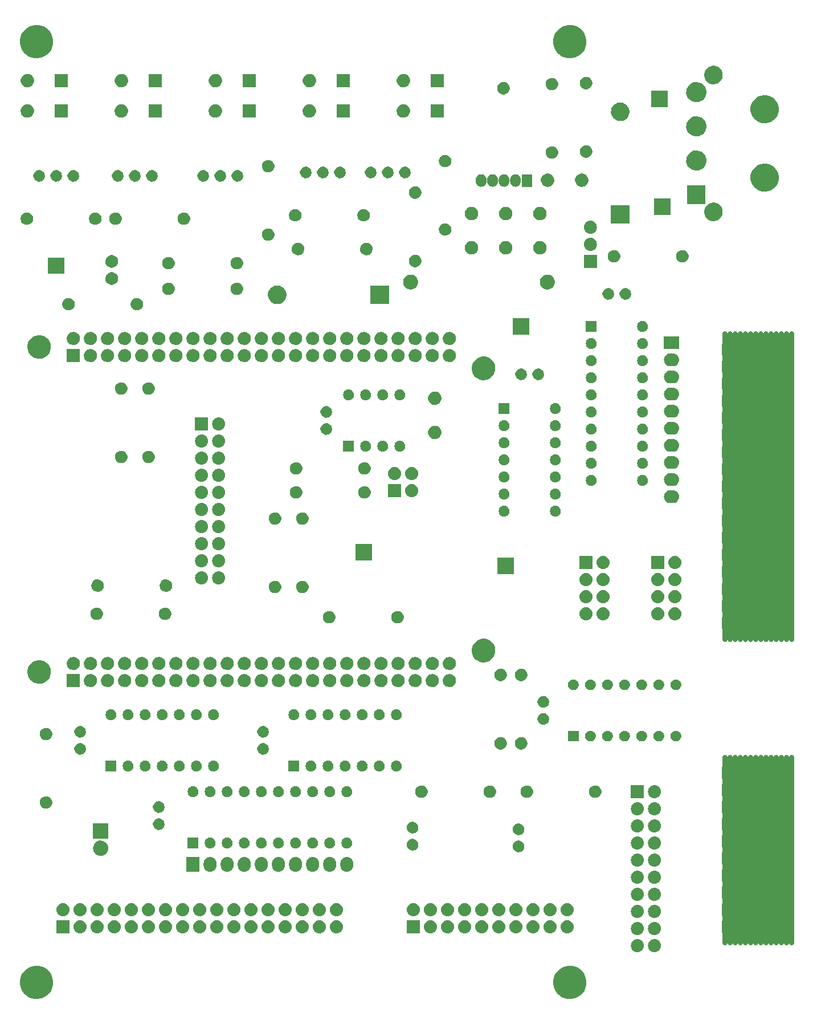
<source format=gbs>
G04 #@! TF.FileFunction,Soldermask,Bot*
%FSLAX46Y46*%
G04 Gerber Fmt 4.6, Leading zero omitted, Abs format (unit mm)*
G04 Created by KiCad (PCBNEW (after 2015-mar-04 BZR unknown)-product) date Sun 03 Mar 2019 09:58:19 PM EST*
%MOMM*%
G01*
G04 APERTURE LIST*
%ADD10C,0.152400*%
%ADD11C,0.762000*%
G04 APERTURE END LIST*
D10*
D11*
X224434400Y-151917000D02*
X224434400Y-124434200D01*
X225196400Y-151917000D02*
X225196400Y-124434200D01*
X225958400Y-151917000D02*
X225958400Y-124434200D01*
X226720400Y-151917000D02*
X226720400Y-124434200D01*
X227482400Y-151917000D02*
X227482400Y-124434200D01*
X228244400Y-151917000D02*
X228244400Y-124434200D01*
X229006400Y-151917000D02*
X229006400Y-124434200D01*
X229768400Y-151917000D02*
X229768400Y-124434200D01*
X230530400Y-151917000D02*
X230530400Y-124434200D01*
X231292400Y-151917000D02*
X231292400Y-124434200D01*
X232054400Y-151917000D02*
X232054400Y-124434200D01*
X232816400Y-151917000D02*
X232816400Y-124434200D01*
X233578400Y-151917000D02*
X233578400Y-124434200D01*
X234340400Y-151917000D02*
X234340400Y-124434200D01*
D10*
X228828600Y-61569600D02*
X228854000Y-61544200D01*
D11*
X224434400Y-106883200D02*
X224434400Y-61518800D01*
X225196400Y-106883200D02*
X225196400Y-61518800D01*
X225958400Y-106883200D02*
X225958400Y-61518800D01*
X226720400Y-106883200D02*
X226720400Y-61518800D01*
X227482400Y-106883200D02*
X227482400Y-61518800D01*
X228244400Y-106883200D02*
X228244400Y-61518800D01*
X229006400Y-106883200D02*
X229006400Y-61518800D01*
X229768400Y-106883200D02*
X229768400Y-61518800D01*
X230530400Y-106883200D02*
X230530400Y-61518800D01*
X231292400Y-106883200D02*
X231292400Y-61518800D01*
X232054400Y-106883200D02*
X232054400Y-61518800D01*
X232816400Y-106883200D02*
X232816400Y-61518800D01*
X233578400Y-106883200D02*
X233578400Y-61518800D01*
X234340400Y-106883200D02*
X234340400Y-61518800D01*
D10*
G36*
X121655880Y-44359093D02*
X121652980Y-44566759D01*
X121652922Y-44567013D01*
X121652922Y-44567021D01*
X121612701Y-44744054D01*
X121612700Y-44744054D01*
X121538750Y-44910151D01*
X121433949Y-45058716D01*
X121433946Y-45058717D01*
X121302282Y-45184100D01*
X121302281Y-45184102D01*
X121148774Y-45281520D01*
X121148771Y-45281520D01*
X121000158Y-45339163D01*
X120979262Y-45347269D01*
X120979261Y-45347269D01*
X120979259Y-45347270D01*
X120800213Y-45378842D01*
X120618437Y-45375033D01*
X120618434Y-45375033D01*
X120440863Y-45335992D01*
X120274259Y-45263205D01*
X120124961Y-45159440D01*
X119998661Y-45028653D01*
X119900170Y-44875824D01*
X119833241Y-44706781D01*
X119800419Y-44527952D01*
X119802958Y-44346157D01*
X119840759Y-44168317D01*
X119912383Y-44001205D01*
X120015103Y-43851186D01*
X120145002Y-43723980D01*
X120297138Y-43624425D01*
X120465717Y-43556314D01*
X120644307Y-43522247D01*
X120826116Y-43523516D01*
X121004219Y-43560075D01*
X121171827Y-43630531D01*
X121322552Y-43732196D01*
X121450667Y-43861210D01*
X121450671Y-43861214D01*
X121551282Y-44012645D01*
X121551282Y-44012647D01*
X121620567Y-44180744D01*
X121655829Y-44358828D01*
X121655828Y-44358834D01*
X121655880Y-44359093D01*
X121655880Y-44359093D01*
G37*
G36*
X121783642Y-28350867D02*
X121780544Y-28572756D01*
X121780486Y-28573010D01*
X121780486Y-28573017D01*
X121737506Y-28762194D01*
X121737505Y-28762195D01*
X121658490Y-28939668D01*
X121546510Y-29098409D01*
X121546508Y-29098410D01*
X121405824Y-29232383D01*
X121241803Y-29336473D01*
X121241800Y-29336474D01*
X121060681Y-29406725D01*
X121060678Y-29406727D01*
X120869369Y-29440460D01*
X120869366Y-29440459D01*
X120675140Y-29436392D01*
X120485404Y-29394676D01*
X120307390Y-29316903D01*
X120307388Y-29316901D01*
X120147864Y-29206030D01*
X120012918Y-29066289D01*
X119907679Y-28902990D01*
X119836166Y-28722369D01*
X119801096Y-28531291D01*
X119803809Y-28337043D01*
X119844199Y-28147024D01*
X119920729Y-27968465D01*
X120030484Y-27808171D01*
X120169280Y-27672253D01*
X120331837Y-27565879D01*
X120511962Y-27493103D01*
X120702784Y-27456702D01*
X120897046Y-27458059D01*
X121087348Y-27497122D01*
X121266435Y-27572404D01*
X121427488Y-27681034D01*
X121564376Y-27818883D01*
X121671881Y-27980689D01*
X121745911Y-28160301D01*
X121783592Y-28350602D01*
X121783591Y-28350613D01*
X121783642Y-28350867D01*
X121783642Y-28350867D01*
G37*
G36*
X121807642Y-23850867D02*
X121804544Y-24072756D01*
X121804486Y-24073010D01*
X121804486Y-24073017D01*
X121761506Y-24262194D01*
X121761505Y-24262195D01*
X121682490Y-24439668D01*
X121570510Y-24598409D01*
X121570508Y-24598410D01*
X121429824Y-24732383D01*
X121265803Y-24836473D01*
X121265800Y-24836474D01*
X121084681Y-24906725D01*
X121084678Y-24906727D01*
X120893369Y-24940460D01*
X120893366Y-24940459D01*
X120699140Y-24936392D01*
X120509404Y-24894676D01*
X120331390Y-24816903D01*
X120331388Y-24816901D01*
X120171864Y-24706030D01*
X120036918Y-24566289D01*
X119931679Y-24402990D01*
X119860166Y-24222369D01*
X119825096Y-24031291D01*
X119827809Y-23837043D01*
X119868199Y-23647024D01*
X119944729Y-23468465D01*
X120054484Y-23308171D01*
X120193280Y-23172253D01*
X120355837Y-23065879D01*
X120535962Y-22993103D01*
X120726784Y-22956702D01*
X120921046Y-22958059D01*
X121111348Y-22997122D01*
X121290435Y-23072404D01*
X121451488Y-23181034D01*
X121588376Y-23318883D01*
X121695881Y-23480689D01*
X121769911Y-23660301D01*
X121807592Y-23850602D01*
X121807591Y-23850613D01*
X121807642Y-23850867D01*
X121807642Y-23850867D01*
G37*
G36*
X123418637Y-38015320D02*
X123415936Y-38208762D01*
X123415878Y-38209016D01*
X123415878Y-38209023D01*
X123378416Y-38373913D01*
X123378415Y-38373914D01*
X123309530Y-38528634D01*
X123211907Y-38667023D01*
X123211904Y-38667025D01*
X123089258Y-38783819D01*
X123089257Y-38783821D01*
X122946264Y-38874567D01*
X122946262Y-38874567D01*
X122788363Y-38935812D01*
X122788360Y-38935814D01*
X122621578Y-38965223D01*
X122452252Y-38961675D01*
X122452249Y-38961675D01*
X122286840Y-38925308D01*
X122131647Y-38857506D01*
X121992576Y-38760849D01*
X121992575Y-38760847D01*
X121874926Y-38639019D01*
X121783181Y-38496658D01*
X121720836Y-38339194D01*
X121690263Y-38172612D01*
X121692628Y-38003268D01*
X121727839Y-37837611D01*
X121794558Y-37681944D01*
X121890243Y-37542200D01*
X122011243Y-37423708D01*
X122152960Y-37330971D01*
X122309993Y-37267525D01*
X122476350Y-37235791D01*
X122645706Y-37236974D01*
X122811611Y-37271029D01*
X122967738Y-37336659D01*
X123108140Y-37431360D01*
X123227481Y-37551538D01*
X123227485Y-37551542D01*
X123321204Y-37692600D01*
X123385744Y-37849186D01*
X123418587Y-38015055D01*
X123418586Y-38015066D01*
X123418637Y-38015320D01*
X123418637Y-38015320D01*
G37*
G36*
X124307675Y-63328149D02*
X124302193Y-63720722D01*
X124302135Y-63720976D01*
X124302135Y-63720984D01*
X124226048Y-64055883D01*
X124226047Y-64055883D01*
X124086251Y-64369873D01*
X123888130Y-64650728D01*
X123639232Y-64887750D01*
X123349034Y-65071915D01*
X123349031Y-65071915D01*
X123028589Y-65196206D01*
X123028587Y-65196208D01*
X122690111Y-65255891D01*
X122690108Y-65255890D01*
X122346481Y-65248692D01*
X122346477Y-65248692D01*
X122010795Y-65174888D01*
X121695842Y-65037289D01*
X121413607Y-64841130D01*
X121174854Y-64593894D01*
X120988664Y-64304984D01*
X120862140Y-63985421D01*
X120800095Y-63647362D01*
X120804894Y-63303693D01*
X120876353Y-62967504D01*
X121011752Y-62651593D01*
X121205934Y-62367997D01*
X121451498Y-62127524D01*
X121739099Y-61939323D01*
X122057775Y-61810570D01*
X122395388Y-61746166D01*
X122739082Y-61748566D01*
X123075767Y-61817678D01*
X123392614Y-61950868D01*
X123677552Y-62143060D01*
X123919743Y-62386949D01*
X124109942Y-62673221D01*
X124240918Y-62990994D01*
X124307624Y-63327884D01*
X124307623Y-63327890D01*
X124307675Y-63328149D01*
X124307675Y-63328149D01*
G37*
G36*
X124307675Y-111588149D02*
X124302193Y-111980722D01*
X124302135Y-111980976D01*
X124302135Y-111980984D01*
X124226048Y-112315883D01*
X124226047Y-112315883D01*
X124086251Y-112629873D01*
X123888130Y-112910728D01*
X123639232Y-113147750D01*
X123349034Y-113331915D01*
X123349031Y-113331915D01*
X123028589Y-113456206D01*
X123028587Y-113456208D01*
X122690111Y-113515891D01*
X122690108Y-113515890D01*
X122346481Y-113508692D01*
X122346477Y-113508692D01*
X122010795Y-113434888D01*
X121695842Y-113297289D01*
X121413607Y-113101130D01*
X121174854Y-112853894D01*
X120988664Y-112564984D01*
X120862140Y-112245421D01*
X120800095Y-111907362D01*
X120804894Y-111563693D01*
X120876353Y-111227504D01*
X121011752Y-110911593D01*
X121205934Y-110627997D01*
X121451498Y-110387524D01*
X121739099Y-110199323D01*
X122057775Y-110070570D01*
X122395388Y-110006166D01*
X122739082Y-110008566D01*
X123075767Y-110077678D01*
X123392614Y-110210868D01*
X123677552Y-110403060D01*
X123919743Y-110646949D01*
X124109942Y-110933221D01*
X124240918Y-111250994D01*
X124307624Y-111587884D01*
X124307623Y-111587890D01*
X124307675Y-111588149D01*
X124307675Y-111588149D01*
G37*
G36*
X124498140Y-120891833D02*
X124495240Y-121099499D01*
X124495182Y-121099753D01*
X124495182Y-121099761D01*
X124454961Y-121276794D01*
X124454960Y-121276794D01*
X124381010Y-121442891D01*
X124276209Y-121591456D01*
X124276206Y-121591457D01*
X124144542Y-121716840D01*
X124144541Y-121716842D01*
X123991034Y-121814260D01*
X123991031Y-121814260D01*
X123842418Y-121871903D01*
X123821522Y-121880009D01*
X123821521Y-121880009D01*
X123821519Y-121880010D01*
X123642473Y-121911582D01*
X123460697Y-121907773D01*
X123460694Y-121907773D01*
X123283123Y-121868732D01*
X123116519Y-121795945D01*
X122967221Y-121692180D01*
X122840921Y-121561393D01*
X122742430Y-121408564D01*
X122675501Y-121239521D01*
X122642679Y-121060692D01*
X122645218Y-120878897D01*
X122683019Y-120701057D01*
X122754643Y-120533945D01*
X122857363Y-120383926D01*
X122987262Y-120256720D01*
X123139398Y-120157165D01*
X123307977Y-120089054D01*
X123486567Y-120054987D01*
X123668376Y-120056256D01*
X123846479Y-120092815D01*
X124014087Y-120163271D01*
X124164812Y-120264936D01*
X124292927Y-120393950D01*
X124292931Y-120393954D01*
X124393542Y-120545385D01*
X124393542Y-120545387D01*
X124462827Y-120713484D01*
X124498089Y-120891568D01*
X124498088Y-120891574D01*
X124498140Y-120891833D01*
X124498140Y-120891833D01*
G37*
G36*
X124498140Y-131051833D02*
X124495240Y-131259499D01*
X124495182Y-131259753D01*
X124495182Y-131259761D01*
X124454961Y-131436794D01*
X124454960Y-131436794D01*
X124381010Y-131602891D01*
X124276209Y-131751456D01*
X124276206Y-131751457D01*
X124144542Y-131876840D01*
X124144541Y-131876842D01*
X123991034Y-131974260D01*
X123991031Y-131974260D01*
X123842418Y-132031903D01*
X123821522Y-132040009D01*
X123821521Y-132040009D01*
X123821519Y-132040010D01*
X123642473Y-132071582D01*
X123460697Y-132067773D01*
X123460694Y-132067773D01*
X123283123Y-132028732D01*
X123116519Y-131955945D01*
X122967221Y-131852180D01*
X122840921Y-131721393D01*
X122742430Y-131568564D01*
X122675501Y-131399521D01*
X122642679Y-131220692D01*
X122645218Y-131038897D01*
X122683019Y-130861057D01*
X122754643Y-130693945D01*
X122857363Y-130543926D01*
X122987262Y-130416720D01*
X123139398Y-130317165D01*
X123307977Y-130249054D01*
X123486567Y-130214987D01*
X123668376Y-130216256D01*
X123846479Y-130252815D01*
X124014087Y-130323271D01*
X124164812Y-130424936D01*
X124292927Y-130553950D01*
X124292931Y-130553954D01*
X124393542Y-130705385D01*
X124393542Y-130705387D01*
X124462827Y-130873484D01*
X124498089Y-131051568D01*
X124498088Y-131051574D01*
X124498140Y-131051833D01*
X124498140Y-131051833D01*
G37*
G36*
X124650606Y-17918167D02*
X124642861Y-18472890D01*
X124642803Y-18473144D01*
X124642803Y-18473152D01*
X124535264Y-18946487D01*
X124337724Y-19390168D01*
X124057772Y-19787025D01*
X124057769Y-19787026D01*
X123706063Y-20121954D01*
X123296003Y-20382184D01*
X123296001Y-20382184D01*
X123296001Y-20382185D01*
X123069601Y-20469999D01*
X122843202Y-20557814D01*
X122843200Y-20557815D01*
X122364917Y-20642150D01*
X122364914Y-20642149D01*
X121879354Y-20631978D01*
X121879350Y-20631978D01*
X121405015Y-20527689D01*
X120959971Y-20333255D01*
X120561163Y-20056075D01*
X120223793Y-19706719D01*
X119960700Y-19298478D01*
X119781916Y-18846920D01*
X119694243Y-18369229D01*
X119701024Y-17883610D01*
X119801999Y-17408559D01*
X119993324Y-16962164D01*
X120267711Y-16561431D01*
X120614704Y-16221632D01*
X121021094Y-15955697D01*
X121471401Y-15773761D01*
X121948462Y-15682757D01*
X122434116Y-15686148D01*
X122909866Y-15783805D01*
X123357585Y-15972009D01*
X123760216Y-16243587D01*
X123760219Y-16243591D01*
X124102440Y-16588209D01*
X124371201Y-16992726D01*
X124556275Y-17441751D01*
X124650556Y-17917902D01*
X124650555Y-17917913D01*
X124650606Y-17918167D01*
X124650606Y-17918167D01*
G37*
G36*
X124650606Y-157618167D02*
X124642861Y-158172890D01*
X124642803Y-158173144D01*
X124642803Y-158173152D01*
X124535264Y-158646487D01*
X124337724Y-159090168D01*
X124057772Y-159487025D01*
X124057769Y-159487026D01*
X123706063Y-159821954D01*
X123296003Y-160082184D01*
X123296001Y-160082184D01*
X123296001Y-160082185D01*
X123069601Y-160169999D01*
X122843202Y-160257814D01*
X122843200Y-160257815D01*
X122364917Y-160342150D01*
X122364914Y-160342149D01*
X121879354Y-160331978D01*
X121879350Y-160331978D01*
X121405015Y-160227689D01*
X120959971Y-160033255D01*
X120561163Y-159756075D01*
X120223793Y-159406719D01*
X119960700Y-158998478D01*
X119781916Y-158546920D01*
X119694243Y-158069229D01*
X119701024Y-157583610D01*
X119801999Y-157108559D01*
X119993324Y-156662164D01*
X120267711Y-156261431D01*
X120614704Y-155921632D01*
X121021094Y-155655697D01*
X121471401Y-155473761D01*
X121948462Y-155382757D01*
X122434116Y-155386148D01*
X122909866Y-155483805D01*
X123357585Y-155672009D01*
X123760216Y-155943587D01*
X123760219Y-155943591D01*
X124102440Y-156288209D01*
X124371201Y-156692726D01*
X124556275Y-157141751D01*
X124650556Y-157617902D01*
X124650555Y-157617913D01*
X124650606Y-157618167D01*
X124650606Y-157618167D01*
G37*
G36*
X125958637Y-38015320D02*
X125955936Y-38208762D01*
X125955878Y-38209016D01*
X125955878Y-38209023D01*
X125918416Y-38373913D01*
X125918415Y-38373914D01*
X125849530Y-38528634D01*
X125751907Y-38667023D01*
X125751904Y-38667025D01*
X125629258Y-38783819D01*
X125629257Y-38783821D01*
X125486264Y-38874567D01*
X125486262Y-38874567D01*
X125328363Y-38935812D01*
X125328360Y-38935814D01*
X125161578Y-38965223D01*
X124992252Y-38961675D01*
X124992249Y-38961675D01*
X124826840Y-38925308D01*
X124671647Y-38857506D01*
X124532576Y-38760849D01*
X124532575Y-38760847D01*
X124414926Y-38639019D01*
X124323181Y-38496658D01*
X124260836Y-38339194D01*
X124230263Y-38172612D01*
X124232628Y-38003268D01*
X124267839Y-37837611D01*
X124334558Y-37681944D01*
X124430243Y-37542200D01*
X124551243Y-37423708D01*
X124692960Y-37330971D01*
X124849993Y-37267525D01*
X125016350Y-37235791D01*
X125185706Y-37236974D01*
X125351611Y-37271029D01*
X125507738Y-37336659D01*
X125648140Y-37431360D01*
X125767481Y-37551538D01*
X125767485Y-37551542D01*
X125861204Y-37692600D01*
X125925744Y-37849186D01*
X125958587Y-38015055D01*
X125958586Y-38015066D01*
X125958637Y-38015320D01*
X125958637Y-38015320D01*
G37*
G36*
X126314200Y-52654200D02*
X123875800Y-52654200D01*
X123875800Y-50215800D01*
X126314200Y-50215800D01*
X126314200Y-52654200D01*
X126314200Y-52654200D01*
G37*
G36*
X126807600Y-24938600D02*
X124826400Y-24938600D01*
X124826400Y-22957400D01*
X126807600Y-22957400D01*
X126807600Y-24938600D01*
X126807600Y-24938600D01*
G37*
G36*
X126807600Y-29438600D02*
X124826400Y-29438600D01*
X124826400Y-27457400D01*
X126807600Y-27457400D01*
X126807600Y-29438600D01*
X126807600Y-29438600D01*
G37*
G36*
X127076200Y-150571200D02*
X125145800Y-150571200D01*
X125145800Y-148640800D01*
X127076200Y-148640800D01*
X127076200Y-150571200D01*
X127076200Y-150571200D01*
G37*
G36*
X127080849Y-147072737D02*
X127061163Y-147260042D01*
X127061158Y-147260056D01*
X127061156Y-147260080D01*
X127005452Y-147440030D01*
X126915857Y-147605733D01*
X126795783Y-147750878D01*
X126649804Y-147869936D01*
X126483479Y-147958372D01*
X126303145Y-148012818D01*
X126115670Y-148031200D01*
X126113993Y-148031200D01*
X126106330Y-148031200D01*
X126106269Y-148031200D01*
X126094405Y-148031117D01*
X126094403Y-148031116D01*
X126092854Y-148031106D01*
X125905654Y-148010108D01*
X125726097Y-147953149D01*
X125561024Y-147862400D01*
X125416721Y-147741315D01*
X125298685Y-147594508D01*
X125211412Y-147427570D01*
X125158226Y-147246860D01*
X125158224Y-147246838D01*
X125158220Y-147246825D01*
X125141151Y-147059263D01*
X125160837Y-146871958D01*
X125160841Y-146871943D01*
X125160844Y-146871920D01*
X125216548Y-146691970D01*
X125306143Y-146526267D01*
X125426217Y-146381122D01*
X125572196Y-146262064D01*
X125738521Y-146173628D01*
X125918855Y-146119182D01*
X126106330Y-146100800D01*
X126108007Y-146100800D01*
X126115670Y-146100800D01*
X126115731Y-146100800D01*
X126127595Y-146100883D01*
X126127596Y-146100883D01*
X126129146Y-146100894D01*
X126316346Y-146121892D01*
X126495903Y-146178851D01*
X126660976Y-146269600D01*
X126805279Y-146390685D01*
X126923315Y-146537492D01*
X127010588Y-146704430D01*
X127063774Y-146885140D01*
X127063775Y-146885161D01*
X127063780Y-146885175D01*
X127080849Y-147072737D01*
X127080849Y-147072737D01*
G37*
G36*
X127848400Y-57059093D02*
X127845500Y-57266759D01*
X127845442Y-57267013D01*
X127845442Y-57267021D01*
X127805221Y-57444054D01*
X127805220Y-57444054D01*
X127731270Y-57610151D01*
X127626469Y-57758716D01*
X127626466Y-57758717D01*
X127494802Y-57884100D01*
X127494801Y-57884102D01*
X127341294Y-57981520D01*
X127341291Y-57981520D01*
X127192678Y-58039163D01*
X127171782Y-58047269D01*
X127171781Y-58047269D01*
X127171779Y-58047270D01*
X126992733Y-58078842D01*
X126810957Y-58075033D01*
X126810954Y-58075033D01*
X126633383Y-58035992D01*
X126466779Y-57963205D01*
X126317481Y-57859440D01*
X126191181Y-57728653D01*
X126092690Y-57575824D01*
X126025761Y-57406781D01*
X125992939Y-57227952D01*
X125995478Y-57046157D01*
X126033279Y-56868317D01*
X126104903Y-56701205D01*
X126207623Y-56551186D01*
X126337522Y-56423980D01*
X126489658Y-56324425D01*
X126658237Y-56256314D01*
X126836827Y-56222247D01*
X127018636Y-56223516D01*
X127196739Y-56260075D01*
X127364347Y-56330531D01*
X127515072Y-56432196D01*
X127643187Y-56561210D01*
X127643191Y-56561214D01*
X127743802Y-56712645D01*
X127743802Y-56712647D01*
X127813087Y-56880744D01*
X127848349Y-57058828D01*
X127848348Y-57058834D01*
X127848400Y-57059093D01*
X127848400Y-57059093D01*
G37*
G36*
X128498637Y-38015320D02*
X128495936Y-38208762D01*
X128495878Y-38209016D01*
X128495878Y-38209023D01*
X128458416Y-38373913D01*
X128458415Y-38373914D01*
X128389530Y-38528634D01*
X128291907Y-38667023D01*
X128291904Y-38667025D01*
X128169258Y-38783819D01*
X128169257Y-38783821D01*
X128026264Y-38874567D01*
X128026262Y-38874567D01*
X127868363Y-38935812D01*
X127868360Y-38935814D01*
X127701578Y-38965223D01*
X127532252Y-38961675D01*
X127532249Y-38961675D01*
X127366840Y-38925308D01*
X127211647Y-38857506D01*
X127072576Y-38760849D01*
X127072575Y-38760847D01*
X126954926Y-38639019D01*
X126863181Y-38496658D01*
X126800836Y-38339194D01*
X126770263Y-38172612D01*
X126772628Y-38003268D01*
X126807839Y-37837611D01*
X126874558Y-37681944D01*
X126970243Y-37542200D01*
X127091243Y-37423708D01*
X127232960Y-37330971D01*
X127389993Y-37267525D01*
X127556350Y-37235791D01*
X127725706Y-37236974D01*
X127891611Y-37271029D01*
X128047738Y-37336659D01*
X128188140Y-37431360D01*
X128307481Y-37551538D01*
X128307485Y-37551542D01*
X128401204Y-37692600D01*
X128465744Y-37849186D01*
X128498587Y-38015055D01*
X128498586Y-38015066D01*
X128498637Y-38015320D01*
X128498637Y-38015320D01*
G37*
G36*
X128600200Y-65735200D02*
X126669800Y-65735200D01*
X126669800Y-63804800D01*
X128600200Y-63804800D01*
X128600200Y-65735200D01*
X128600200Y-65735200D01*
G37*
G36*
X128600200Y-113995200D02*
X126669800Y-113995200D01*
X126669800Y-112064800D01*
X128600200Y-112064800D01*
X128600200Y-113995200D01*
X128600200Y-113995200D01*
G37*
G36*
X128600241Y-62135357D02*
X128597222Y-62351557D01*
X128597165Y-62351807D01*
X128597165Y-62351819D01*
X128555289Y-62536138D01*
X128478299Y-62709062D01*
X128369190Y-62863732D01*
X128369187Y-62863733D01*
X128232111Y-62994271D01*
X128072295Y-63095693D01*
X127895815Y-63164145D01*
X127709411Y-63197014D01*
X127520160Y-63193049D01*
X127335292Y-63152403D01*
X127161841Y-63076625D01*
X127006406Y-62968594D01*
X126874917Y-62832433D01*
X126772381Y-62673331D01*
X126702698Y-62497331D01*
X126668529Y-62311155D01*
X126671172Y-62121888D01*
X126710526Y-61936741D01*
X126785094Y-61762761D01*
X126892033Y-61606579D01*
X127027275Y-61474142D01*
X127185663Y-61370495D01*
X127361166Y-61299588D01*
X127547097Y-61264119D01*
X127736378Y-61265441D01*
X127921801Y-61303502D01*
X128096296Y-61376854D01*
X128253216Y-61482697D01*
X128386600Y-61617016D01*
X128491346Y-61774671D01*
X128563478Y-61949677D01*
X128600191Y-62135092D01*
X128600190Y-62135103D01*
X128600241Y-62135357D01*
X128600241Y-62135357D01*
G37*
G36*
X128600241Y-110395357D02*
X128597222Y-110611557D01*
X128597165Y-110611807D01*
X128597165Y-110611819D01*
X128555289Y-110796138D01*
X128478299Y-110969062D01*
X128369190Y-111123732D01*
X128369187Y-111123733D01*
X128232111Y-111254271D01*
X128072295Y-111355693D01*
X127895815Y-111424145D01*
X127709411Y-111457014D01*
X127520160Y-111453049D01*
X127335292Y-111412403D01*
X127161841Y-111336625D01*
X127006406Y-111228594D01*
X126874917Y-111092433D01*
X126772381Y-110933331D01*
X126702698Y-110757331D01*
X126668529Y-110571155D01*
X126671172Y-110381888D01*
X126710526Y-110196741D01*
X126785094Y-110022761D01*
X126892033Y-109866579D01*
X127027275Y-109734142D01*
X127185663Y-109630495D01*
X127361166Y-109559588D01*
X127547097Y-109524119D01*
X127736378Y-109525441D01*
X127921801Y-109563502D01*
X128096296Y-109636854D01*
X128253216Y-109742697D01*
X128386600Y-109877016D01*
X128491346Y-110034671D01*
X128563478Y-110209677D01*
X128600191Y-110395092D01*
X128600190Y-110395103D01*
X128600241Y-110395357D01*
X128600241Y-110395357D01*
G37*
G36*
X129514637Y-120565320D02*
X129511936Y-120758762D01*
X129511878Y-120759016D01*
X129511878Y-120759023D01*
X129474416Y-120923913D01*
X129474415Y-120923914D01*
X129405530Y-121078634D01*
X129307907Y-121217023D01*
X129307904Y-121217025D01*
X129185258Y-121333819D01*
X129185257Y-121333821D01*
X129042264Y-121424567D01*
X129042262Y-121424567D01*
X128884363Y-121485812D01*
X128884360Y-121485814D01*
X128717578Y-121515223D01*
X128548252Y-121511675D01*
X128548249Y-121511675D01*
X128382840Y-121475308D01*
X128227647Y-121407506D01*
X128088576Y-121310849D01*
X128088575Y-121310847D01*
X127970926Y-121189019D01*
X127879181Y-121046658D01*
X127816836Y-120889194D01*
X127786263Y-120722612D01*
X127788628Y-120553268D01*
X127823839Y-120387611D01*
X127890558Y-120231944D01*
X127986243Y-120092200D01*
X128107243Y-119973708D01*
X128248960Y-119880971D01*
X128405993Y-119817525D01*
X128572350Y-119785791D01*
X128741706Y-119786974D01*
X128907611Y-119821029D01*
X129063738Y-119886659D01*
X129204140Y-119981360D01*
X129323481Y-120101538D01*
X129323485Y-120101542D01*
X129417204Y-120242600D01*
X129481744Y-120399186D01*
X129514587Y-120565055D01*
X129514586Y-120565066D01*
X129514637Y-120565320D01*
X129514637Y-120565320D01*
G37*
G36*
X129514637Y-123105320D02*
X129511936Y-123298762D01*
X129511878Y-123299016D01*
X129511878Y-123299023D01*
X129474416Y-123463913D01*
X129474415Y-123463914D01*
X129405530Y-123618634D01*
X129307907Y-123757023D01*
X129307904Y-123757025D01*
X129185258Y-123873819D01*
X129185257Y-123873821D01*
X129042264Y-123964567D01*
X129042262Y-123964567D01*
X128884363Y-124025812D01*
X128884360Y-124025814D01*
X128717578Y-124055223D01*
X128548252Y-124051675D01*
X128548249Y-124051675D01*
X128382840Y-124015308D01*
X128227647Y-123947506D01*
X128088576Y-123850849D01*
X128088575Y-123850847D01*
X127970926Y-123729019D01*
X127879181Y-123586658D01*
X127816836Y-123429194D01*
X127786263Y-123262612D01*
X127788628Y-123093268D01*
X127823839Y-122927611D01*
X127890558Y-122771944D01*
X127986243Y-122632200D01*
X128107243Y-122513708D01*
X128248960Y-122420971D01*
X128405993Y-122357525D01*
X128572350Y-122325791D01*
X128741706Y-122326974D01*
X128907611Y-122361029D01*
X129063738Y-122426659D01*
X129204140Y-122521360D01*
X129323481Y-122641538D01*
X129323485Y-122641542D01*
X129417204Y-122782600D01*
X129481744Y-122939186D01*
X129514587Y-123105055D01*
X129514586Y-123105066D01*
X129514637Y-123105320D01*
X129514637Y-123105320D01*
G37*
G36*
X129620849Y-147072737D02*
X129601163Y-147260042D01*
X129601158Y-147260056D01*
X129601156Y-147260080D01*
X129545452Y-147440030D01*
X129455857Y-147605733D01*
X129335783Y-147750878D01*
X129189804Y-147869936D01*
X129023479Y-147958372D01*
X128843145Y-148012818D01*
X128655670Y-148031200D01*
X128653993Y-148031200D01*
X128646330Y-148031200D01*
X128646269Y-148031200D01*
X128634405Y-148031117D01*
X128634403Y-148031116D01*
X128632854Y-148031106D01*
X128445654Y-148010108D01*
X128266097Y-147953149D01*
X128101024Y-147862400D01*
X127956721Y-147741315D01*
X127838685Y-147594508D01*
X127751412Y-147427570D01*
X127698226Y-147246860D01*
X127698224Y-147246838D01*
X127698220Y-147246825D01*
X127681151Y-147059263D01*
X127700837Y-146871958D01*
X127700841Y-146871943D01*
X127700844Y-146871920D01*
X127756548Y-146691970D01*
X127846143Y-146526267D01*
X127966217Y-146381122D01*
X128112196Y-146262064D01*
X128278521Y-146173628D01*
X128458855Y-146119182D01*
X128646330Y-146100800D01*
X128648007Y-146100800D01*
X128655670Y-146100800D01*
X128655731Y-146100800D01*
X128667595Y-146100883D01*
X128667596Y-146100883D01*
X128669146Y-146100894D01*
X128856346Y-146121892D01*
X129035903Y-146178851D01*
X129200976Y-146269600D01*
X129345279Y-146390685D01*
X129463315Y-146537492D01*
X129550588Y-146704430D01*
X129603774Y-146885140D01*
X129603775Y-146885161D01*
X129603780Y-146885175D01*
X129620849Y-147072737D01*
X129620849Y-147072737D01*
G37*
G36*
X129620849Y-149612737D02*
X129601163Y-149800042D01*
X129601158Y-149800056D01*
X129601156Y-149800080D01*
X129545452Y-149980030D01*
X129455857Y-150145733D01*
X129335783Y-150290878D01*
X129189804Y-150409936D01*
X129023479Y-150498372D01*
X128843145Y-150552818D01*
X128655670Y-150571200D01*
X128653993Y-150571200D01*
X128646330Y-150571200D01*
X128646269Y-150571200D01*
X128634405Y-150571117D01*
X128634403Y-150571116D01*
X128632854Y-150571106D01*
X128445654Y-150550108D01*
X128266097Y-150493149D01*
X128101024Y-150402400D01*
X127956721Y-150281315D01*
X127838685Y-150134508D01*
X127751412Y-149967570D01*
X127698226Y-149786860D01*
X127698224Y-149786838D01*
X127698220Y-149786825D01*
X127681151Y-149599263D01*
X127700837Y-149411958D01*
X127700841Y-149411943D01*
X127700844Y-149411920D01*
X127756548Y-149231970D01*
X127846143Y-149066267D01*
X127966217Y-148921122D01*
X128112196Y-148802064D01*
X128278521Y-148713628D01*
X128458855Y-148659182D01*
X128646330Y-148640800D01*
X128648007Y-148640800D01*
X128655670Y-148640800D01*
X128655731Y-148640800D01*
X128667595Y-148640883D01*
X128667596Y-148640883D01*
X128669146Y-148640894D01*
X128856346Y-148661892D01*
X129035903Y-148718851D01*
X129200976Y-148809600D01*
X129345279Y-148930685D01*
X129463315Y-149077492D01*
X129550588Y-149244430D01*
X129603774Y-149425140D01*
X129603775Y-149425161D01*
X129603780Y-149425175D01*
X129620849Y-149612737D01*
X129620849Y-149612737D01*
G37*
G36*
X131140241Y-62135357D02*
X131137222Y-62351557D01*
X131137165Y-62351807D01*
X131137165Y-62351819D01*
X131095289Y-62536138D01*
X131018299Y-62709062D01*
X130909190Y-62863732D01*
X130909187Y-62863733D01*
X130772111Y-62994271D01*
X130612295Y-63095693D01*
X130435815Y-63164145D01*
X130249411Y-63197014D01*
X130060160Y-63193049D01*
X129875292Y-63152403D01*
X129701841Y-63076625D01*
X129546406Y-62968594D01*
X129414917Y-62832433D01*
X129312381Y-62673331D01*
X129242698Y-62497331D01*
X129208529Y-62311155D01*
X129211172Y-62121888D01*
X129250526Y-61936741D01*
X129325094Y-61762761D01*
X129432033Y-61606579D01*
X129567275Y-61474142D01*
X129725663Y-61370495D01*
X129901166Y-61299588D01*
X130087097Y-61264119D01*
X130276378Y-61265441D01*
X130461801Y-61303502D01*
X130636296Y-61376854D01*
X130793216Y-61482697D01*
X130926600Y-61617016D01*
X131031346Y-61774671D01*
X131103478Y-61949677D01*
X131140191Y-62135092D01*
X131140190Y-62135103D01*
X131140241Y-62135357D01*
X131140241Y-62135357D01*
G37*
G36*
X131140241Y-64675357D02*
X131137222Y-64891557D01*
X131137165Y-64891807D01*
X131137165Y-64891819D01*
X131095289Y-65076138D01*
X131018299Y-65249062D01*
X130909190Y-65403732D01*
X130909187Y-65403733D01*
X130772111Y-65534271D01*
X130612295Y-65635693D01*
X130435815Y-65704145D01*
X130249411Y-65737014D01*
X130060160Y-65733049D01*
X129875292Y-65692403D01*
X129701841Y-65616625D01*
X129546406Y-65508594D01*
X129414917Y-65372433D01*
X129312381Y-65213331D01*
X129242698Y-65037331D01*
X129208529Y-64851155D01*
X129211172Y-64661888D01*
X129250526Y-64476741D01*
X129325094Y-64302761D01*
X129432033Y-64146579D01*
X129567275Y-64014142D01*
X129725663Y-63910495D01*
X129901166Y-63839588D01*
X130087097Y-63804119D01*
X130276378Y-63805441D01*
X130461801Y-63843502D01*
X130636296Y-63916854D01*
X130793216Y-64022697D01*
X130926600Y-64157016D01*
X131031346Y-64314671D01*
X131103478Y-64489677D01*
X131140191Y-64675092D01*
X131140190Y-64675103D01*
X131140241Y-64675357D01*
X131140241Y-64675357D01*
G37*
G36*
X131140241Y-110395357D02*
X131137222Y-110611557D01*
X131137165Y-110611807D01*
X131137165Y-110611819D01*
X131095289Y-110796138D01*
X131018299Y-110969062D01*
X130909190Y-111123732D01*
X130909187Y-111123733D01*
X130772111Y-111254271D01*
X130612295Y-111355693D01*
X130435815Y-111424145D01*
X130249411Y-111457014D01*
X130060160Y-111453049D01*
X129875292Y-111412403D01*
X129701841Y-111336625D01*
X129546406Y-111228594D01*
X129414917Y-111092433D01*
X129312381Y-110933331D01*
X129242698Y-110757331D01*
X129208529Y-110571155D01*
X129211172Y-110381888D01*
X129250526Y-110196741D01*
X129325094Y-110022761D01*
X129432033Y-109866579D01*
X129567275Y-109734142D01*
X129725663Y-109630495D01*
X129901166Y-109559588D01*
X130087097Y-109524119D01*
X130276378Y-109525441D01*
X130461801Y-109563502D01*
X130636296Y-109636854D01*
X130793216Y-109742697D01*
X130926600Y-109877016D01*
X131031346Y-110034671D01*
X131103478Y-110209677D01*
X131140191Y-110395092D01*
X131140190Y-110395103D01*
X131140241Y-110395357D01*
X131140241Y-110395357D01*
G37*
G36*
X131140241Y-112935357D02*
X131137222Y-113151557D01*
X131137165Y-113151807D01*
X131137165Y-113151819D01*
X131095289Y-113336138D01*
X131018299Y-113509062D01*
X130909190Y-113663732D01*
X130909187Y-113663733D01*
X130772111Y-113794271D01*
X130612295Y-113895693D01*
X130435815Y-113964145D01*
X130249411Y-113997014D01*
X130060160Y-113993049D01*
X129875292Y-113952403D01*
X129701841Y-113876625D01*
X129546406Y-113768594D01*
X129414917Y-113632433D01*
X129312381Y-113473331D01*
X129242698Y-113297331D01*
X129208529Y-113111155D01*
X129211172Y-112921888D01*
X129250526Y-112736741D01*
X129325094Y-112562761D01*
X129432033Y-112406579D01*
X129567275Y-112274142D01*
X129725663Y-112170495D01*
X129901166Y-112099588D01*
X130087097Y-112064119D01*
X130276378Y-112065441D01*
X130461801Y-112103502D01*
X130636296Y-112176854D01*
X130793216Y-112282697D01*
X130926600Y-112417016D01*
X131031346Y-112574671D01*
X131103478Y-112749677D01*
X131140191Y-112935092D01*
X131140190Y-112935103D01*
X131140241Y-112935357D01*
X131140241Y-112935357D01*
G37*
G36*
X131815880Y-44359093D02*
X131812980Y-44566759D01*
X131812922Y-44567013D01*
X131812922Y-44567021D01*
X131772701Y-44744054D01*
X131772700Y-44744054D01*
X131698750Y-44910151D01*
X131593949Y-45058716D01*
X131593946Y-45058717D01*
X131462282Y-45184100D01*
X131462281Y-45184102D01*
X131308774Y-45281520D01*
X131308771Y-45281520D01*
X131160158Y-45339163D01*
X131139262Y-45347269D01*
X131139261Y-45347269D01*
X131139259Y-45347270D01*
X130960213Y-45378842D01*
X130778437Y-45375033D01*
X130778434Y-45375033D01*
X130600863Y-45335992D01*
X130434259Y-45263205D01*
X130284961Y-45159440D01*
X130158661Y-45028653D01*
X130060170Y-44875824D01*
X129993241Y-44706781D01*
X129960419Y-44527952D01*
X129962958Y-44346157D01*
X130000759Y-44168317D01*
X130072383Y-44001205D01*
X130175103Y-43851186D01*
X130305002Y-43723980D01*
X130457138Y-43624425D01*
X130625717Y-43556314D01*
X130804307Y-43522247D01*
X130986116Y-43523516D01*
X131164219Y-43560075D01*
X131331827Y-43630531D01*
X131482552Y-43732196D01*
X131610667Y-43861210D01*
X131610671Y-43861214D01*
X131711282Y-44012645D01*
X131711282Y-44012647D01*
X131780567Y-44180744D01*
X131815829Y-44358828D01*
X131815828Y-44358834D01*
X131815880Y-44359093D01*
X131815880Y-44359093D01*
G37*
G36*
X132039400Y-103033093D02*
X132036500Y-103240759D01*
X132036442Y-103241013D01*
X132036442Y-103241021D01*
X131996221Y-103418054D01*
X131996220Y-103418054D01*
X131922270Y-103584151D01*
X131817469Y-103732716D01*
X131817466Y-103732717D01*
X131685802Y-103858100D01*
X131685801Y-103858102D01*
X131532294Y-103955520D01*
X131532291Y-103955520D01*
X131383678Y-104013163D01*
X131362782Y-104021269D01*
X131362781Y-104021269D01*
X131362779Y-104021270D01*
X131183733Y-104052842D01*
X131001957Y-104049033D01*
X131001954Y-104049033D01*
X130824383Y-104009992D01*
X130657779Y-103937205D01*
X130508481Y-103833440D01*
X130382181Y-103702653D01*
X130283690Y-103549824D01*
X130216761Y-103380781D01*
X130183939Y-103201952D01*
X130186478Y-103020157D01*
X130224279Y-102842317D01*
X130295903Y-102675205D01*
X130398623Y-102525186D01*
X130528522Y-102397980D01*
X130680658Y-102298425D01*
X130849237Y-102230314D01*
X131027827Y-102196247D01*
X131209636Y-102197516D01*
X131387739Y-102234075D01*
X131555347Y-102304531D01*
X131706072Y-102406196D01*
X131834187Y-102535210D01*
X131834191Y-102535214D01*
X131934802Y-102686645D01*
X131934802Y-102686647D01*
X132004087Y-102854744D01*
X132039349Y-103032828D01*
X132039348Y-103032834D01*
X132039400Y-103033093D01*
X132039400Y-103033093D01*
G37*
G36*
X132160849Y-147072737D02*
X132141163Y-147260042D01*
X132141158Y-147260056D01*
X132141156Y-147260080D01*
X132085452Y-147440030D01*
X131995857Y-147605733D01*
X131875783Y-147750878D01*
X131729804Y-147869936D01*
X131563479Y-147958372D01*
X131383145Y-148012818D01*
X131195670Y-148031200D01*
X131193993Y-148031200D01*
X131186330Y-148031200D01*
X131186269Y-148031200D01*
X131174405Y-148031117D01*
X131174403Y-148031116D01*
X131172854Y-148031106D01*
X130985654Y-148010108D01*
X130806097Y-147953149D01*
X130641024Y-147862400D01*
X130496721Y-147741315D01*
X130378685Y-147594508D01*
X130291412Y-147427570D01*
X130238226Y-147246860D01*
X130238224Y-147246838D01*
X130238220Y-147246825D01*
X130221151Y-147059263D01*
X130240837Y-146871958D01*
X130240841Y-146871943D01*
X130240844Y-146871920D01*
X130296548Y-146691970D01*
X130386143Y-146526267D01*
X130506217Y-146381122D01*
X130652196Y-146262064D01*
X130818521Y-146173628D01*
X130998855Y-146119182D01*
X131186330Y-146100800D01*
X131188007Y-146100800D01*
X131195670Y-146100800D01*
X131195731Y-146100800D01*
X131207595Y-146100883D01*
X131207596Y-146100883D01*
X131209146Y-146100894D01*
X131396346Y-146121892D01*
X131575903Y-146178851D01*
X131740976Y-146269600D01*
X131885279Y-146390685D01*
X132003315Y-146537492D01*
X132090588Y-146704430D01*
X132143774Y-146885140D01*
X132143775Y-146885161D01*
X132143780Y-146885175D01*
X132160849Y-147072737D01*
X132160849Y-147072737D01*
G37*
G36*
X132160849Y-149612737D02*
X132141163Y-149800042D01*
X132141158Y-149800056D01*
X132141156Y-149800080D01*
X132085452Y-149980030D01*
X131995857Y-150145733D01*
X131875783Y-150290878D01*
X131729804Y-150409936D01*
X131563479Y-150498372D01*
X131383145Y-150552818D01*
X131195670Y-150571200D01*
X131193993Y-150571200D01*
X131186330Y-150571200D01*
X131186269Y-150571200D01*
X131174405Y-150571117D01*
X131174403Y-150571116D01*
X131172854Y-150571106D01*
X130985654Y-150550108D01*
X130806097Y-150493149D01*
X130641024Y-150402400D01*
X130496721Y-150281315D01*
X130378685Y-150134508D01*
X130291412Y-149967570D01*
X130238226Y-149786860D01*
X130238224Y-149786838D01*
X130238220Y-149786825D01*
X130221151Y-149599263D01*
X130240837Y-149411958D01*
X130240841Y-149411943D01*
X130240844Y-149411920D01*
X130296548Y-149231970D01*
X130386143Y-149066267D01*
X130506217Y-148921122D01*
X130652196Y-148802064D01*
X130818521Y-148713628D01*
X130998855Y-148659182D01*
X131186330Y-148640800D01*
X131188007Y-148640800D01*
X131195670Y-148640800D01*
X131195731Y-148640800D01*
X131207595Y-148640883D01*
X131207596Y-148640883D01*
X131209146Y-148640894D01*
X131396346Y-148661892D01*
X131575903Y-148718851D01*
X131740976Y-148809600D01*
X131885279Y-148930685D01*
X132003315Y-149077492D01*
X132090588Y-149244430D01*
X132143774Y-149425140D01*
X132143775Y-149425161D01*
X132143780Y-149425175D01*
X132160849Y-149612737D01*
X132160849Y-149612737D01*
G37*
G36*
X132166400Y-98842093D02*
X132163500Y-99049759D01*
X132163442Y-99050013D01*
X132163442Y-99050021D01*
X132123221Y-99227054D01*
X132123220Y-99227054D01*
X132049270Y-99393151D01*
X131944469Y-99541716D01*
X131944466Y-99541717D01*
X131812802Y-99667100D01*
X131812801Y-99667102D01*
X131659294Y-99764520D01*
X131659291Y-99764520D01*
X131510678Y-99822163D01*
X131489782Y-99830269D01*
X131489781Y-99830269D01*
X131489779Y-99830270D01*
X131310733Y-99861842D01*
X131128957Y-99858033D01*
X131128954Y-99858033D01*
X130951383Y-99818992D01*
X130784779Y-99746205D01*
X130635481Y-99642440D01*
X130509181Y-99511653D01*
X130410690Y-99358824D01*
X130343761Y-99189781D01*
X130310939Y-99010952D01*
X130313478Y-98829157D01*
X130351279Y-98651317D01*
X130422903Y-98484205D01*
X130525623Y-98334186D01*
X130655522Y-98206980D01*
X130807658Y-98107425D01*
X130976237Y-98039314D01*
X131154827Y-98005247D01*
X131336636Y-98006516D01*
X131514739Y-98043075D01*
X131682347Y-98113531D01*
X131833072Y-98215196D01*
X131961187Y-98344210D01*
X131961191Y-98344214D01*
X132061802Y-98495645D01*
X132061802Y-98495647D01*
X132131087Y-98663744D01*
X132166349Y-98841828D01*
X132166348Y-98841834D01*
X132166400Y-98842093D01*
X132166400Y-98842093D01*
G37*
G36*
X132816600Y-136499600D02*
X130581400Y-136499600D01*
X130581400Y-134264400D01*
X132816600Y-134264400D01*
X132816600Y-136499600D01*
X132816600Y-136499600D01*
G37*
G36*
X132816600Y-137927468D02*
X132816502Y-137941460D01*
X132816501Y-137941461D01*
X132816491Y-137943012D01*
X132792178Y-138159770D01*
X132726226Y-138367677D01*
X132621147Y-138558815D01*
X132480944Y-138725903D01*
X132310957Y-138862576D01*
X132117660Y-138963629D01*
X131908417Y-139025212D01*
X131908390Y-139025214D01*
X131908382Y-139025217D01*
X131691199Y-139044982D01*
X131691198Y-139044981D01*
X131474312Y-139022186D01*
X131474306Y-139022184D01*
X131474275Y-139022181D01*
X131265913Y-138957682D01*
X131074046Y-138853940D01*
X130905984Y-138714907D01*
X130768127Y-138545878D01*
X130665727Y-138353292D01*
X130602685Y-138144484D01*
X130581400Y-137927408D01*
X130581400Y-137925730D01*
X130581400Y-137916592D01*
X130581400Y-137916532D01*
X130581498Y-137902540D01*
X130581498Y-137902538D01*
X130581509Y-137900988D01*
X130605822Y-137684230D01*
X130671774Y-137476323D01*
X130776853Y-137285185D01*
X130917056Y-137118097D01*
X131087043Y-136981424D01*
X131280340Y-136880371D01*
X131489583Y-136818788D01*
X131489609Y-136818785D01*
X131489618Y-136818783D01*
X131706801Y-136799018D01*
X131923688Y-136821814D01*
X131923693Y-136821815D01*
X131923725Y-136821819D01*
X132132087Y-136886318D01*
X132323954Y-136990060D01*
X132492016Y-137129093D01*
X132629873Y-137298122D01*
X132732273Y-137490708D01*
X132795315Y-137699516D01*
X132816600Y-137916592D01*
X132816600Y-137918270D01*
X132816600Y-137927408D01*
X132816600Y-137927468D01*
X132816600Y-137927468D01*
G37*
G36*
X133680241Y-62135357D02*
X133677222Y-62351557D01*
X133677165Y-62351807D01*
X133677165Y-62351819D01*
X133635289Y-62536138D01*
X133558299Y-62709062D01*
X133449190Y-62863732D01*
X133449187Y-62863733D01*
X133312111Y-62994271D01*
X133152295Y-63095693D01*
X132975815Y-63164145D01*
X132789411Y-63197014D01*
X132600160Y-63193049D01*
X132415292Y-63152403D01*
X132241841Y-63076625D01*
X132086406Y-62968594D01*
X131954917Y-62832433D01*
X131852381Y-62673331D01*
X131782698Y-62497331D01*
X131748529Y-62311155D01*
X131751172Y-62121888D01*
X131790526Y-61936741D01*
X131865094Y-61762761D01*
X131972033Y-61606579D01*
X132107275Y-61474142D01*
X132265663Y-61370495D01*
X132441166Y-61299588D01*
X132627097Y-61264119D01*
X132816378Y-61265441D01*
X133001801Y-61303502D01*
X133176296Y-61376854D01*
X133333216Y-61482697D01*
X133466600Y-61617016D01*
X133571346Y-61774671D01*
X133643478Y-61949677D01*
X133680191Y-62135092D01*
X133680190Y-62135103D01*
X133680241Y-62135357D01*
X133680241Y-62135357D01*
G37*
G36*
X133680241Y-64675357D02*
X133677222Y-64891557D01*
X133677165Y-64891807D01*
X133677165Y-64891819D01*
X133635289Y-65076138D01*
X133558299Y-65249062D01*
X133449190Y-65403732D01*
X133449187Y-65403733D01*
X133312111Y-65534271D01*
X133152295Y-65635693D01*
X132975815Y-65704145D01*
X132789411Y-65737014D01*
X132600160Y-65733049D01*
X132415292Y-65692403D01*
X132241841Y-65616625D01*
X132086406Y-65508594D01*
X131954917Y-65372433D01*
X131852381Y-65213331D01*
X131782698Y-65037331D01*
X131748529Y-64851155D01*
X131751172Y-64661888D01*
X131790526Y-64476741D01*
X131865094Y-64302761D01*
X131972033Y-64146579D01*
X132107275Y-64014142D01*
X132265663Y-63910495D01*
X132441166Y-63839588D01*
X132627097Y-63804119D01*
X132816378Y-63805441D01*
X133001801Y-63843502D01*
X133176296Y-63916854D01*
X133333216Y-64022697D01*
X133466600Y-64157016D01*
X133571346Y-64314671D01*
X133643478Y-64489677D01*
X133680191Y-64675092D01*
X133680190Y-64675103D01*
X133680241Y-64675357D01*
X133680241Y-64675357D01*
G37*
G36*
X133680241Y-110395357D02*
X133677222Y-110611557D01*
X133677165Y-110611807D01*
X133677165Y-110611819D01*
X133635289Y-110796138D01*
X133558299Y-110969062D01*
X133449190Y-111123732D01*
X133449187Y-111123733D01*
X133312111Y-111254271D01*
X133152295Y-111355693D01*
X132975815Y-111424145D01*
X132789411Y-111457014D01*
X132600160Y-111453049D01*
X132415292Y-111412403D01*
X132241841Y-111336625D01*
X132086406Y-111228594D01*
X131954917Y-111092433D01*
X131852381Y-110933331D01*
X131782698Y-110757331D01*
X131748529Y-110571155D01*
X131751172Y-110381888D01*
X131790526Y-110196741D01*
X131865094Y-110022761D01*
X131972033Y-109866579D01*
X132107275Y-109734142D01*
X132265663Y-109630495D01*
X132441166Y-109559588D01*
X132627097Y-109524119D01*
X132816378Y-109525441D01*
X133001801Y-109563502D01*
X133176296Y-109636854D01*
X133333216Y-109742697D01*
X133466600Y-109877016D01*
X133571346Y-110034671D01*
X133643478Y-110209677D01*
X133680191Y-110395092D01*
X133680190Y-110395103D01*
X133680241Y-110395357D01*
X133680241Y-110395357D01*
G37*
G36*
X133680241Y-112935357D02*
X133677222Y-113151557D01*
X133677165Y-113151807D01*
X133677165Y-113151819D01*
X133635289Y-113336138D01*
X133558299Y-113509062D01*
X133449190Y-113663732D01*
X133449187Y-113663733D01*
X133312111Y-113794271D01*
X133152295Y-113895693D01*
X132975815Y-113964145D01*
X132789411Y-113997014D01*
X132600160Y-113993049D01*
X132415292Y-113952403D01*
X132241841Y-113876625D01*
X132086406Y-113768594D01*
X131954917Y-113632433D01*
X131852381Y-113473331D01*
X131782698Y-113297331D01*
X131748529Y-113111155D01*
X131751172Y-112921888D01*
X131790526Y-112736741D01*
X131865094Y-112562761D01*
X131972033Y-112406579D01*
X132107275Y-112274142D01*
X132265663Y-112170495D01*
X132441166Y-112099588D01*
X132627097Y-112064119D01*
X132816378Y-112065441D01*
X133001801Y-112103502D01*
X133176296Y-112176854D01*
X133333216Y-112282697D01*
X133466600Y-112417016D01*
X133571346Y-112574671D01*
X133643478Y-112749677D01*
X133680191Y-112935092D01*
X133680190Y-112935103D01*
X133680241Y-112935357D01*
X133680241Y-112935357D01*
G37*
G36*
X134023100Y-126530100D02*
X132422900Y-126530100D01*
X132422900Y-124929900D01*
X134023100Y-124929900D01*
X134023100Y-126530100D01*
X134023100Y-126530100D01*
G37*
G36*
X134023134Y-118031546D02*
X134020631Y-118210764D01*
X134020575Y-118211009D01*
X134020575Y-118211027D01*
X133985872Y-118363772D01*
X133922050Y-118507118D01*
X133831606Y-118635330D01*
X133717974Y-118743541D01*
X133585495Y-118827614D01*
X133439204Y-118884355D01*
X133439201Y-118884357D01*
X133284683Y-118911604D01*
X133127804Y-118908317D01*
X132974558Y-118874624D01*
X132830776Y-118811808D01*
X132701928Y-118722255D01*
X132592933Y-118609388D01*
X132507932Y-118477491D01*
X132450172Y-118331606D01*
X132421846Y-118177273D01*
X132424037Y-118020381D01*
X132456659Y-117866904D01*
X132518472Y-117722683D01*
X132607121Y-117593214D01*
X132719225Y-117483435D01*
X132850521Y-117397517D01*
X132996008Y-117338736D01*
X133150133Y-117309335D01*
X133307037Y-117310431D01*
X133460743Y-117341982D01*
X133605390Y-117402787D01*
X133735468Y-117490525D01*
X133846038Y-117601870D01*
X133932866Y-117732556D01*
X133992660Y-117877628D01*
X134023084Y-118031281D01*
X134023083Y-118031292D01*
X134023134Y-118031546D01*
X134023134Y-118031546D01*
G37*
G36*
X134289840Y-50707848D02*
X134286901Y-50918358D01*
X134286844Y-50918608D01*
X134286844Y-50918620D01*
X134246071Y-51098082D01*
X134171107Y-51266455D01*
X134064870Y-51417055D01*
X133931399Y-51544159D01*
X133775788Y-51642911D01*
X133775785Y-51642911D01*
X133603954Y-51709560D01*
X133603951Y-51709562D01*
X133422453Y-51741566D01*
X133238181Y-51737706D01*
X133058179Y-51698130D01*
X132889292Y-51624345D01*
X132737951Y-51519159D01*
X132609920Y-51386580D01*
X132510079Y-51231657D01*
X132442233Y-51060299D01*
X132408962Y-50879020D01*
X132411536Y-50694733D01*
X132449854Y-50514459D01*
X132522460Y-50345056D01*
X132626585Y-50192985D01*
X132758268Y-50064033D01*
X132912485Y-49963115D01*
X133083374Y-49894071D01*
X133264411Y-49859537D01*
X133448710Y-49860824D01*
X133629253Y-49897884D01*
X133799157Y-49969305D01*
X133951947Y-50072363D01*
X134081821Y-50203148D01*
X134183811Y-50356653D01*
X134254045Y-50527054D01*
X134289790Y-50707583D01*
X134289789Y-50707594D01*
X134289840Y-50707848D01*
X134289840Y-50707848D01*
G37*
G36*
X134289840Y-53247848D02*
X134286901Y-53458358D01*
X134286844Y-53458608D01*
X134286844Y-53458620D01*
X134246071Y-53638082D01*
X134171107Y-53806455D01*
X134064870Y-53957055D01*
X133931399Y-54084159D01*
X133775788Y-54182911D01*
X133775785Y-54182911D01*
X133603954Y-54249560D01*
X133603951Y-54249562D01*
X133422453Y-54281566D01*
X133238181Y-54277706D01*
X133058179Y-54238130D01*
X132889292Y-54164345D01*
X132737951Y-54059159D01*
X132609920Y-53926580D01*
X132510079Y-53771657D01*
X132442233Y-53600299D01*
X132408962Y-53419020D01*
X132411536Y-53234733D01*
X132449854Y-53054459D01*
X132522460Y-52885056D01*
X132626585Y-52732985D01*
X132758268Y-52604033D01*
X132912485Y-52503115D01*
X133083374Y-52434071D01*
X133264411Y-52399537D01*
X133448710Y-52400824D01*
X133629253Y-52437884D01*
X133799157Y-52509305D01*
X133951947Y-52612363D01*
X134081821Y-52743148D01*
X134183811Y-52896653D01*
X134254045Y-53067054D01*
X134289790Y-53247583D01*
X134289789Y-53247594D01*
X134289840Y-53247848D01*
X134289840Y-53247848D01*
G37*
G36*
X134700849Y-147072737D02*
X134681163Y-147260042D01*
X134681158Y-147260056D01*
X134681156Y-147260080D01*
X134625452Y-147440030D01*
X134535857Y-147605733D01*
X134415783Y-147750878D01*
X134269804Y-147869936D01*
X134103479Y-147958372D01*
X133923145Y-148012818D01*
X133735670Y-148031200D01*
X133733993Y-148031200D01*
X133726330Y-148031200D01*
X133726269Y-148031200D01*
X133714405Y-148031117D01*
X133714403Y-148031116D01*
X133712854Y-148031106D01*
X133525654Y-148010108D01*
X133346097Y-147953149D01*
X133181024Y-147862400D01*
X133036721Y-147741315D01*
X132918685Y-147594508D01*
X132831412Y-147427570D01*
X132778226Y-147246860D01*
X132778224Y-147246838D01*
X132778220Y-147246825D01*
X132761151Y-147059263D01*
X132780837Y-146871958D01*
X132780841Y-146871943D01*
X132780844Y-146871920D01*
X132836548Y-146691970D01*
X132926143Y-146526267D01*
X133046217Y-146381122D01*
X133192196Y-146262064D01*
X133358521Y-146173628D01*
X133538855Y-146119182D01*
X133726330Y-146100800D01*
X133728007Y-146100800D01*
X133735670Y-146100800D01*
X133735731Y-146100800D01*
X133747595Y-146100883D01*
X133747596Y-146100883D01*
X133749146Y-146100894D01*
X133936346Y-146121892D01*
X134115903Y-146178851D01*
X134280976Y-146269600D01*
X134425279Y-146390685D01*
X134543315Y-146537492D01*
X134630588Y-146704430D01*
X134683774Y-146885140D01*
X134683775Y-146885161D01*
X134683780Y-146885175D01*
X134700849Y-147072737D01*
X134700849Y-147072737D01*
G37*
G36*
X134700849Y-149612737D02*
X134681163Y-149800042D01*
X134681158Y-149800056D01*
X134681156Y-149800080D01*
X134625452Y-149980030D01*
X134535857Y-150145733D01*
X134415783Y-150290878D01*
X134269804Y-150409936D01*
X134103479Y-150498372D01*
X133923145Y-150552818D01*
X133735670Y-150571200D01*
X133733993Y-150571200D01*
X133726330Y-150571200D01*
X133726269Y-150571200D01*
X133714405Y-150571117D01*
X133714403Y-150571116D01*
X133712854Y-150571106D01*
X133525654Y-150550108D01*
X133346097Y-150493149D01*
X133181024Y-150402400D01*
X133036721Y-150281315D01*
X132918685Y-150134508D01*
X132831412Y-149967570D01*
X132778226Y-149786860D01*
X132778224Y-149786838D01*
X132778220Y-149786825D01*
X132761151Y-149599263D01*
X132780837Y-149411958D01*
X132780841Y-149411943D01*
X132780844Y-149411920D01*
X132836548Y-149231970D01*
X132926143Y-149066267D01*
X133046217Y-148921122D01*
X133192196Y-148802064D01*
X133358521Y-148713628D01*
X133538855Y-148659182D01*
X133726330Y-148640800D01*
X133728007Y-148640800D01*
X133735670Y-148640800D01*
X133735731Y-148640800D01*
X133747595Y-148640883D01*
X133747596Y-148640883D01*
X133749146Y-148640894D01*
X133936346Y-148661892D01*
X134115903Y-148718851D01*
X134280976Y-148809600D01*
X134425279Y-148930685D01*
X134543315Y-149077492D01*
X134630588Y-149244430D01*
X134683774Y-149425140D01*
X134683775Y-149425161D01*
X134683780Y-149425175D01*
X134700849Y-149612737D01*
X134700849Y-149612737D01*
G37*
G36*
X134833400Y-44359093D02*
X134830500Y-44566759D01*
X134830442Y-44567013D01*
X134830442Y-44567021D01*
X134790221Y-44744054D01*
X134790220Y-44744054D01*
X134716270Y-44910151D01*
X134611469Y-45058716D01*
X134611466Y-45058717D01*
X134479802Y-45184100D01*
X134479801Y-45184102D01*
X134326294Y-45281520D01*
X134326291Y-45281520D01*
X134177678Y-45339163D01*
X134156782Y-45347269D01*
X134156781Y-45347269D01*
X134156779Y-45347270D01*
X133977733Y-45378842D01*
X133795957Y-45375033D01*
X133795954Y-45375033D01*
X133618383Y-45335992D01*
X133451779Y-45263205D01*
X133302481Y-45159440D01*
X133176181Y-45028653D01*
X133077690Y-44875824D01*
X133010761Y-44706781D01*
X132977939Y-44527952D01*
X132980478Y-44346157D01*
X133018279Y-44168317D01*
X133089903Y-44001205D01*
X133192623Y-43851186D01*
X133322522Y-43723980D01*
X133474658Y-43624425D01*
X133643237Y-43556314D01*
X133821827Y-43522247D01*
X134003636Y-43523516D01*
X134181739Y-43560075D01*
X134349347Y-43630531D01*
X134500072Y-43732196D01*
X134628187Y-43861210D01*
X134628191Y-43861214D01*
X134728802Y-44012645D01*
X134728802Y-44012647D01*
X134798087Y-44180744D01*
X134833349Y-44358828D01*
X134833348Y-44358834D01*
X134833400Y-44359093D01*
X134833400Y-44359093D01*
G37*
G36*
X135102637Y-38015320D02*
X135099936Y-38208762D01*
X135099878Y-38209016D01*
X135099878Y-38209023D01*
X135062416Y-38373913D01*
X135062415Y-38373914D01*
X134993530Y-38528634D01*
X134895907Y-38667023D01*
X134895904Y-38667025D01*
X134773258Y-38783819D01*
X134773257Y-38783821D01*
X134630264Y-38874567D01*
X134630262Y-38874567D01*
X134472363Y-38935812D01*
X134472360Y-38935814D01*
X134305578Y-38965223D01*
X134136252Y-38961675D01*
X134136249Y-38961675D01*
X133970840Y-38925308D01*
X133815647Y-38857506D01*
X133676576Y-38760849D01*
X133676575Y-38760847D01*
X133558926Y-38639019D01*
X133467181Y-38496658D01*
X133404836Y-38339194D01*
X133374263Y-38172612D01*
X133376628Y-38003268D01*
X133411839Y-37837611D01*
X133478558Y-37681944D01*
X133574243Y-37542200D01*
X133695243Y-37423708D01*
X133836960Y-37330971D01*
X133993993Y-37267525D01*
X134160350Y-37235791D01*
X134329706Y-37236974D01*
X134495611Y-37271029D01*
X134651738Y-37336659D01*
X134792140Y-37431360D01*
X134911481Y-37551538D01*
X134911485Y-37551542D01*
X135005204Y-37692600D01*
X135069744Y-37849186D01*
X135102587Y-38015055D01*
X135102586Y-38015066D01*
X135102637Y-38015320D01*
X135102637Y-38015320D01*
G37*
G36*
X135674140Y-69583833D02*
X135671240Y-69791499D01*
X135671182Y-69791753D01*
X135671182Y-69791761D01*
X135630961Y-69968794D01*
X135630960Y-69968794D01*
X135557010Y-70134891D01*
X135452209Y-70283456D01*
X135452206Y-70283457D01*
X135320542Y-70408840D01*
X135320541Y-70408842D01*
X135167034Y-70506260D01*
X135167031Y-70506260D01*
X135018418Y-70563903D01*
X134997522Y-70572009D01*
X134997521Y-70572009D01*
X134997519Y-70572010D01*
X134818473Y-70603582D01*
X134636697Y-70599773D01*
X134636694Y-70599773D01*
X134459123Y-70560732D01*
X134292519Y-70487945D01*
X134143221Y-70384180D01*
X134016921Y-70253393D01*
X133918430Y-70100564D01*
X133851501Y-69931521D01*
X133818679Y-69752692D01*
X133821218Y-69570897D01*
X133859019Y-69393057D01*
X133930643Y-69225945D01*
X134033363Y-69075926D01*
X134163262Y-68948720D01*
X134315398Y-68849165D01*
X134483977Y-68781054D01*
X134662567Y-68746987D01*
X134844376Y-68748256D01*
X135022479Y-68784815D01*
X135190087Y-68855271D01*
X135340812Y-68956936D01*
X135468927Y-69085950D01*
X135468931Y-69085954D01*
X135569542Y-69237385D01*
X135569542Y-69237387D01*
X135638827Y-69405484D01*
X135674089Y-69583568D01*
X135674088Y-69583574D01*
X135674140Y-69583833D01*
X135674140Y-69583833D01*
G37*
G36*
X135674140Y-79743833D02*
X135671240Y-79951499D01*
X135671182Y-79951753D01*
X135671182Y-79951761D01*
X135630961Y-80128794D01*
X135630960Y-80128794D01*
X135557010Y-80294891D01*
X135452209Y-80443456D01*
X135452206Y-80443457D01*
X135320542Y-80568840D01*
X135320541Y-80568842D01*
X135167034Y-80666260D01*
X135167031Y-80666260D01*
X135018418Y-80723903D01*
X134997522Y-80732009D01*
X134997521Y-80732009D01*
X134997519Y-80732010D01*
X134818473Y-80763582D01*
X134636697Y-80759773D01*
X134636694Y-80759773D01*
X134459123Y-80720732D01*
X134292519Y-80647945D01*
X134143221Y-80544180D01*
X134016921Y-80413393D01*
X133918430Y-80260564D01*
X133851501Y-80091521D01*
X133818679Y-79912692D01*
X133821218Y-79730897D01*
X133859019Y-79553057D01*
X133930643Y-79385945D01*
X134033363Y-79235926D01*
X134163262Y-79108720D01*
X134315398Y-79009165D01*
X134483977Y-78941054D01*
X134662567Y-78906987D01*
X134844376Y-78908256D01*
X135022479Y-78944815D01*
X135190087Y-79015271D01*
X135340812Y-79116936D01*
X135468927Y-79245950D01*
X135468931Y-79245954D01*
X135569542Y-79397385D01*
X135569542Y-79397387D01*
X135638827Y-79565484D01*
X135674089Y-79743568D01*
X135674088Y-79743574D01*
X135674140Y-79743833D01*
X135674140Y-79743833D01*
G37*
G36*
X135753642Y-28350867D02*
X135750544Y-28572756D01*
X135750486Y-28573010D01*
X135750486Y-28573017D01*
X135707506Y-28762194D01*
X135707505Y-28762195D01*
X135628490Y-28939668D01*
X135516510Y-29098409D01*
X135516508Y-29098410D01*
X135375824Y-29232383D01*
X135211803Y-29336473D01*
X135211800Y-29336474D01*
X135030681Y-29406725D01*
X135030678Y-29406727D01*
X134839369Y-29440460D01*
X134839366Y-29440459D01*
X134645140Y-29436392D01*
X134455404Y-29394676D01*
X134277390Y-29316903D01*
X134277388Y-29316901D01*
X134117864Y-29206030D01*
X133982918Y-29066289D01*
X133877679Y-28902990D01*
X133806166Y-28722369D01*
X133771096Y-28531291D01*
X133773809Y-28337043D01*
X133814199Y-28147024D01*
X133890729Y-27968465D01*
X134000484Y-27808171D01*
X134139280Y-27672253D01*
X134301837Y-27565879D01*
X134481962Y-27493103D01*
X134672784Y-27456702D01*
X134867046Y-27458059D01*
X135057348Y-27497122D01*
X135236435Y-27572404D01*
X135397488Y-27681034D01*
X135534376Y-27818883D01*
X135641881Y-27980689D01*
X135715911Y-28160301D01*
X135753592Y-28350602D01*
X135753591Y-28350613D01*
X135753642Y-28350867D01*
X135753642Y-28350867D01*
G37*
G36*
X135777642Y-23850867D02*
X135774544Y-24072756D01*
X135774486Y-24073010D01*
X135774486Y-24073017D01*
X135731506Y-24262194D01*
X135731505Y-24262195D01*
X135652490Y-24439668D01*
X135540510Y-24598409D01*
X135540508Y-24598410D01*
X135399824Y-24732383D01*
X135235803Y-24836473D01*
X135235800Y-24836474D01*
X135054681Y-24906725D01*
X135054678Y-24906727D01*
X134863369Y-24940460D01*
X134863366Y-24940459D01*
X134669140Y-24936392D01*
X134479404Y-24894676D01*
X134301390Y-24816903D01*
X134301388Y-24816901D01*
X134141864Y-24706030D01*
X134006918Y-24566289D01*
X133901679Y-24402990D01*
X133830166Y-24222369D01*
X133795096Y-24031291D01*
X133797809Y-23837043D01*
X133838199Y-23647024D01*
X133914729Y-23468465D01*
X134024484Y-23308171D01*
X134163280Y-23172253D01*
X134325837Y-23065879D01*
X134505962Y-22993103D01*
X134696784Y-22956702D01*
X134891046Y-22958059D01*
X135081348Y-22997122D01*
X135260435Y-23072404D01*
X135421488Y-23181034D01*
X135558376Y-23318883D01*
X135665881Y-23480689D01*
X135739911Y-23660301D01*
X135777592Y-23850602D01*
X135777591Y-23850613D01*
X135777642Y-23850867D01*
X135777642Y-23850867D01*
G37*
G36*
X136220241Y-62135357D02*
X136217222Y-62351557D01*
X136217165Y-62351807D01*
X136217165Y-62351819D01*
X136175289Y-62536138D01*
X136098299Y-62709062D01*
X135989190Y-62863732D01*
X135989187Y-62863733D01*
X135852111Y-62994271D01*
X135692295Y-63095693D01*
X135515815Y-63164145D01*
X135329411Y-63197014D01*
X135140160Y-63193049D01*
X134955292Y-63152403D01*
X134781841Y-63076625D01*
X134626406Y-62968594D01*
X134494917Y-62832433D01*
X134392381Y-62673331D01*
X134322698Y-62497331D01*
X134288529Y-62311155D01*
X134291172Y-62121888D01*
X134330526Y-61936741D01*
X134405094Y-61762761D01*
X134512033Y-61606579D01*
X134647275Y-61474142D01*
X134805663Y-61370495D01*
X134981166Y-61299588D01*
X135167097Y-61264119D01*
X135356378Y-61265441D01*
X135541801Y-61303502D01*
X135716296Y-61376854D01*
X135873216Y-61482697D01*
X136006600Y-61617016D01*
X136111346Y-61774671D01*
X136183478Y-61949677D01*
X136220191Y-62135092D01*
X136220190Y-62135103D01*
X136220241Y-62135357D01*
X136220241Y-62135357D01*
G37*
G36*
X136220241Y-64675357D02*
X136217222Y-64891557D01*
X136217165Y-64891807D01*
X136217165Y-64891819D01*
X136175289Y-65076138D01*
X136098299Y-65249062D01*
X135989190Y-65403732D01*
X135989187Y-65403733D01*
X135852111Y-65534271D01*
X135692295Y-65635693D01*
X135515815Y-65704145D01*
X135329411Y-65737014D01*
X135140160Y-65733049D01*
X134955292Y-65692403D01*
X134781841Y-65616625D01*
X134626406Y-65508594D01*
X134494917Y-65372433D01*
X134392381Y-65213331D01*
X134322698Y-65037331D01*
X134288529Y-64851155D01*
X134291172Y-64661888D01*
X134330526Y-64476741D01*
X134405094Y-64302761D01*
X134512033Y-64146579D01*
X134647275Y-64014142D01*
X134805663Y-63910495D01*
X134981166Y-63839588D01*
X135167097Y-63804119D01*
X135356378Y-63805441D01*
X135541801Y-63843502D01*
X135716296Y-63916854D01*
X135873216Y-64022697D01*
X136006600Y-64157016D01*
X136111346Y-64314671D01*
X136183478Y-64489677D01*
X136220191Y-64675092D01*
X136220190Y-64675103D01*
X136220241Y-64675357D01*
X136220241Y-64675357D01*
G37*
G36*
X136220241Y-110395357D02*
X136217222Y-110611557D01*
X136217165Y-110611807D01*
X136217165Y-110611819D01*
X136175289Y-110796138D01*
X136098299Y-110969062D01*
X135989190Y-111123732D01*
X135989187Y-111123733D01*
X135852111Y-111254271D01*
X135692295Y-111355693D01*
X135515815Y-111424145D01*
X135329411Y-111457014D01*
X135140160Y-111453049D01*
X134955292Y-111412403D01*
X134781841Y-111336625D01*
X134626406Y-111228594D01*
X134494917Y-111092433D01*
X134392381Y-110933331D01*
X134322698Y-110757331D01*
X134288529Y-110571155D01*
X134291172Y-110381888D01*
X134330526Y-110196741D01*
X134405094Y-110022761D01*
X134512033Y-109866579D01*
X134647275Y-109734142D01*
X134805663Y-109630495D01*
X134981166Y-109559588D01*
X135167097Y-109524119D01*
X135356378Y-109525441D01*
X135541801Y-109563502D01*
X135716296Y-109636854D01*
X135873216Y-109742697D01*
X136006600Y-109877016D01*
X136111346Y-110034671D01*
X136183478Y-110209677D01*
X136220191Y-110395092D01*
X136220190Y-110395103D01*
X136220241Y-110395357D01*
X136220241Y-110395357D01*
G37*
G36*
X136220241Y-112935357D02*
X136217222Y-113151557D01*
X136217165Y-113151807D01*
X136217165Y-113151819D01*
X136175289Y-113336138D01*
X136098299Y-113509062D01*
X135989190Y-113663732D01*
X135989187Y-113663733D01*
X135852111Y-113794271D01*
X135692295Y-113895693D01*
X135515815Y-113964145D01*
X135329411Y-113997014D01*
X135140160Y-113993049D01*
X134955292Y-113952403D01*
X134781841Y-113876625D01*
X134626406Y-113768594D01*
X134494917Y-113632433D01*
X134392381Y-113473331D01*
X134322698Y-113297331D01*
X134288529Y-113111155D01*
X134291172Y-112921888D01*
X134330526Y-112736741D01*
X134405094Y-112562761D01*
X134512033Y-112406579D01*
X134647275Y-112274142D01*
X134805663Y-112170495D01*
X134981166Y-112099588D01*
X135167097Y-112064119D01*
X135356378Y-112065441D01*
X135541801Y-112103502D01*
X135716296Y-112176854D01*
X135873216Y-112282697D01*
X136006600Y-112417016D01*
X136111346Y-112574671D01*
X136183478Y-112749677D01*
X136220191Y-112935092D01*
X136220190Y-112935103D01*
X136220241Y-112935357D01*
X136220241Y-112935357D01*
G37*
G36*
X136563134Y-118031546D02*
X136560631Y-118210764D01*
X136560575Y-118211009D01*
X136560575Y-118211027D01*
X136525872Y-118363772D01*
X136462050Y-118507118D01*
X136371606Y-118635330D01*
X136257974Y-118743541D01*
X136125495Y-118827614D01*
X135979204Y-118884355D01*
X135979201Y-118884357D01*
X135824683Y-118911604D01*
X135667804Y-118908317D01*
X135514558Y-118874624D01*
X135370776Y-118811808D01*
X135241928Y-118722255D01*
X135132933Y-118609388D01*
X135047932Y-118477491D01*
X134990172Y-118331606D01*
X134961846Y-118177273D01*
X134964037Y-118020381D01*
X134996659Y-117866904D01*
X135058472Y-117722683D01*
X135147121Y-117593214D01*
X135259225Y-117483435D01*
X135390521Y-117397517D01*
X135536008Y-117338736D01*
X135690133Y-117309335D01*
X135847037Y-117310431D01*
X136000743Y-117341982D01*
X136145390Y-117402787D01*
X136275468Y-117490525D01*
X136386038Y-117601870D01*
X136472866Y-117732556D01*
X136532660Y-117877628D01*
X136563084Y-118031281D01*
X136563083Y-118031292D01*
X136563134Y-118031546D01*
X136563134Y-118031546D01*
G37*
G36*
X136563134Y-125651546D02*
X136560631Y-125830764D01*
X136560575Y-125831009D01*
X136560575Y-125831027D01*
X136525872Y-125983772D01*
X136462050Y-126127118D01*
X136371606Y-126255330D01*
X136257974Y-126363541D01*
X136125495Y-126447614D01*
X135979204Y-126504355D01*
X135979201Y-126504357D01*
X135824683Y-126531604D01*
X135667804Y-126528317D01*
X135514558Y-126494624D01*
X135370776Y-126431808D01*
X135241928Y-126342255D01*
X135132933Y-126229388D01*
X135047932Y-126097491D01*
X134990172Y-125951606D01*
X134961846Y-125797273D01*
X134964037Y-125640381D01*
X134996659Y-125486904D01*
X135058472Y-125342683D01*
X135147121Y-125213214D01*
X135259225Y-125103435D01*
X135390521Y-125017517D01*
X135536008Y-124958736D01*
X135690133Y-124929335D01*
X135847037Y-124930431D01*
X136000743Y-124961982D01*
X136145390Y-125022787D01*
X136275468Y-125110525D01*
X136386038Y-125221870D01*
X136472866Y-125352556D01*
X136532660Y-125497628D01*
X136563084Y-125651281D01*
X136563083Y-125651292D01*
X136563134Y-125651546D01*
X136563134Y-125651546D01*
G37*
G36*
X137240849Y-147072737D02*
X137221163Y-147260042D01*
X137221158Y-147260056D01*
X137221156Y-147260080D01*
X137165452Y-147440030D01*
X137075857Y-147605733D01*
X136955783Y-147750878D01*
X136809804Y-147869936D01*
X136643479Y-147958372D01*
X136463145Y-148012818D01*
X136275670Y-148031200D01*
X136273993Y-148031200D01*
X136266330Y-148031200D01*
X136266269Y-148031200D01*
X136254405Y-148031117D01*
X136254403Y-148031116D01*
X136252854Y-148031106D01*
X136065654Y-148010108D01*
X135886097Y-147953149D01*
X135721024Y-147862400D01*
X135576721Y-147741315D01*
X135458685Y-147594508D01*
X135371412Y-147427570D01*
X135318226Y-147246860D01*
X135318224Y-147246838D01*
X135318220Y-147246825D01*
X135301151Y-147059263D01*
X135320837Y-146871958D01*
X135320841Y-146871943D01*
X135320844Y-146871920D01*
X135376548Y-146691970D01*
X135466143Y-146526267D01*
X135586217Y-146381122D01*
X135732196Y-146262064D01*
X135898521Y-146173628D01*
X136078855Y-146119182D01*
X136266330Y-146100800D01*
X136268007Y-146100800D01*
X136275670Y-146100800D01*
X136275731Y-146100800D01*
X136287595Y-146100883D01*
X136287596Y-146100883D01*
X136289146Y-146100894D01*
X136476346Y-146121892D01*
X136655903Y-146178851D01*
X136820976Y-146269600D01*
X136965279Y-146390685D01*
X137083315Y-146537492D01*
X137170588Y-146704430D01*
X137223774Y-146885140D01*
X137223775Y-146885161D01*
X137223780Y-146885175D01*
X137240849Y-147072737D01*
X137240849Y-147072737D01*
G37*
G36*
X137240849Y-149612737D02*
X137221163Y-149800042D01*
X137221158Y-149800056D01*
X137221156Y-149800080D01*
X137165452Y-149980030D01*
X137075857Y-150145733D01*
X136955783Y-150290878D01*
X136809804Y-150409936D01*
X136643479Y-150498372D01*
X136463145Y-150552818D01*
X136275670Y-150571200D01*
X136273993Y-150571200D01*
X136266330Y-150571200D01*
X136266269Y-150571200D01*
X136254405Y-150571117D01*
X136254403Y-150571116D01*
X136252854Y-150571106D01*
X136065654Y-150550108D01*
X135886097Y-150493149D01*
X135721024Y-150402400D01*
X135576721Y-150281315D01*
X135458685Y-150134508D01*
X135371412Y-149967570D01*
X135318226Y-149786860D01*
X135318224Y-149786838D01*
X135318220Y-149786825D01*
X135301151Y-149599263D01*
X135320837Y-149411958D01*
X135320841Y-149411943D01*
X135320844Y-149411920D01*
X135376548Y-149231970D01*
X135466143Y-149066267D01*
X135586217Y-148921122D01*
X135732196Y-148802064D01*
X135898521Y-148713628D01*
X136078855Y-148659182D01*
X136266330Y-148640800D01*
X136268007Y-148640800D01*
X136275670Y-148640800D01*
X136275731Y-148640800D01*
X136287595Y-148640883D01*
X136287596Y-148640883D01*
X136289146Y-148640894D01*
X136476346Y-148661892D01*
X136655903Y-148718851D01*
X136820976Y-148809600D01*
X136965279Y-148930685D01*
X137083315Y-149077492D01*
X137170588Y-149244430D01*
X137223774Y-149425140D01*
X137223775Y-149425161D01*
X137223780Y-149425175D01*
X137240849Y-149612737D01*
X137240849Y-149612737D01*
G37*
G36*
X137642637Y-38015320D02*
X137639936Y-38208762D01*
X137639878Y-38209016D01*
X137639878Y-38209023D01*
X137602416Y-38373913D01*
X137602415Y-38373914D01*
X137533530Y-38528634D01*
X137435907Y-38667023D01*
X137435904Y-38667025D01*
X137313258Y-38783819D01*
X137313257Y-38783821D01*
X137170264Y-38874567D01*
X137170262Y-38874567D01*
X137012363Y-38935812D01*
X137012360Y-38935814D01*
X136845578Y-38965223D01*
X136676252Y-38961675D01*
X136676249Y-38961675D01*
X136510840Y-38925308D01*
X136355647Y-38857506D01*
X136216576Y-38760849D01*
X136216575Y-38760847D01*
X136098926Y-38639019D01*
X136007181Y-38496658D01*
X135944836Y-38339194D01*
X135914263Y-38172612D01*
X135916628Y-38003268D01*
X135951839Y-37837611D01*
X136018558Y-37681944D01*
X136114243Y-37542200D01*
X136235243Y-37423708D01*
X136376960Y-37330971D01*
X136533993Y-37267525D01*
X136700350Y-37235791D01*
X136869706Y-37236974D01*
X137035611Y-37271029D01*
X137191738Y-37336659D01*
X137332140Y-37431360D01*
X137451481Y-37551538D01*
X137451485Y-37551542D01*
X137545204Y-37692600D01*
X137609744Y-37849186D01*
X137642587Y-38015055D01*
X137642586Y-38015066D01*
X137642637Y-38015320D01*
X137642637Y-38015320D01*
G37*
G36*
X138008400Y-57059093D02*
X138005500Y-57266759D01*
X138005442Y-57267013D01*
X138005442Y-57267021D01*
X137965221Y-57444054D01*
X137965220Y-57444054D01*
X137891270Y-57610151D01*
X137786469Y-57758716D01*
X137786466Y-57758717D01*
X137654802Y-57884100D01*
X137654801Y-57884102D01*
X137501294Y-57981520D01*
X137501291Y-57981520D01*
X137352678Y-58039163D01*
X137331782Y-58047269D01*
X137331781Y-58047269D01*
X137331779Y-58047270D01*
X137152733Y-58078842D01*
X136970957Y-58075033D01*
X136970954Y-58075033D01*
X136793383Y-58035992D01*
X136626779Y-57963205D01*
X136477481Y-57859440D01*
X136351181Y-57728653D01*
X136252690Y-57575824D01*
X136185761Y-57406781D01*
X136152939Y-57227952D01*
X136155478Y-57046157D01*
X136193279Y-56868317D01*
X136264903Y-56701205D01*
X136367623Y-56551186D01*
X136497522Y-56423980D01*
X136649658Y-56324425D01*
X136818237Y-56256314D01*
X136996827Y-56222247D01*
X137178636Y-56223516D01*
X137356739Y-56260075D01*
X137524347Y-56330531D01*
X137675072Y-56432196D01*
X137803187Y-56561210D01*
X137803191Y-56561214D01*
X137903802Y-56712645D01*
X137903802Y-56712647D01*
X137973087Y-56880744D01*
X138008349Y-57058828D01*
X138008348Y-57058834D01*
X138008400Y-57059093D01*
X138008400Y-57059093D01*
G37*
G36*
X138760241Y-62135357D02*
X138757222Y-62351557D01*
X138757165Y-62351807D01*
X138757165Y-62351819D01*
X138715289Y-62536138D01*
X138638299Y-62709062D01*
X138529190Y-62863732D01*
X138529187Y-62863733D01*
X138392111Y-62994271D01*
X138232295Y-63095693D01*
X138055815Y-63164145D01*
X137869411Y-63197014D01*
X137680160Y-63193049D01*
X137495292Y-63152403D01*
X137321841Y-63076625D01*
X137166406Y-62968594D01*
X137034917Y-62832433D01*
X136932381Y-62673331D01*
X136862698Y-62497331D01*
X136828529Y-62311155D01*
X136831172Y-62121888D01*
X136870526Y-61936741D01*
X136945094Y-61762761D01*
X137052033Y-61606579D01*
X137187275Y-61474142D01*
X137345663Y-61370495D01*
X137521166Y-61299588D01*
X137707097Y-61264119D01*
X137896378Y-61265441D01*
X138081801Y-61303502D01*
X138256296Y-61376854D01*
X138413216Y-61482697D01*
X138546600Y-61617016D01*
X138651346Y-61774671D01*
X138723478Y-61949677D01*
X138760191Y-62135092D01*
X138760190Y-62135103D01*
X138760241Y-62135357D01*
X138760241Y-62135357D01*
G37*
G36*
X138760241Y-64675357D02*
X138757222Y-64891557D01*
X138757165Y-64891807D01*
X138757165Y-64891819D01*
X138715289Y-65076138D01*
X138638299Y-65249062D01*
X138529190Y-65403732D01*
X138529187Y-65403733D01*
X138392111Y-65534271D01*
X138232295Y-65635693D01*
X138055815Y-65704145D01*
X137869411Y-65737014D01*
X137680160Y-65733049D01*
X137495292Y-65692403D01*
X137321841Y-65616625D01*
X137166406Y-65508594D01*
X137034917Y-65372433D01*
X136932381Y-65213331D01*
X136862698Y-65037331D01*
X136828529Y-64851155D01*
X136831172Y-64661888D01*
X136870526Y-64476741D01*
X136945094Y-64302761D01*
X137052033Y-64146579D01*
X137187275Y-64014142D01*
X137345663Y-63910495D01*
X137521166Y-63839588D01*
X137707097Y-63804119D01*
X137896378Y-63805441D01*
X138081801Y-63843502D01*
X138256296Y-63916854D01*
X138413216Y-64022697D01*
X138546600Y-64157016D01*
X138651346Y-64314671D01*
X138723478Y-64489677D01*
X138760191Y-64675092D01*
X138760190Y-64675103D01*
X138760241Y-64675357D01*
X138760241Y-64675357D01*
G37*
G36*
X138760241Y-110395357D02*
X138757222Y-110611557D01*
X138757165Y-110611807D01*
X138757165Y-110611819D01*
X138715289Y-110796138D01*
X138638299Y-110969062D01*
X138529190Y-111123732D01*
X138529187Y-111123733D01*
X138392111Y-111254271D01*
X138232295Y-111355693D01*
X138055815Y-111424145D01*
X137869411Y-111457014D01*
X137680160Y-111453049D01*
X137495292Y-111412403D01*
X137321841Y-111336625D01*
X137166406Y-111228594D01*
X137034917Y-111092433D01*
X136932381Y-110933331D01*
X136862698Y-110757331D01*
X136828529Y-110571155D01*
X136831172Y-110381888D01*
X136870526Y-110196741D01*
X136945094Y-110022761D01*
X137052033Y-109866579D01*
X137187275Y-109734142D01*
X137345663Y-109630495D01*
X137521166Y-109559588D01*
X137707097Y-109524119D01*
X137896378Y-109525441D01*
X138081801Y-109563502D01*
X138256296Y-109636854D01*
X138413216Y-109742697D01*
X138546600Y-109877016D01*
X138651346Y-110034671D01*
X138723478Y-110209677D01*
X138760191Y-110395092D01*
X138760190Y-110395103D01*
X138760241Y-110395357D01*
X138760241Y-110395357D01*
G37*
G36*
X138760241Y-112935357D02*
X138757222Y-113151557D01*
X138757165Y-113151807D01*
X138757165Y-113151819D01*
X138715289Y-113336138D01*
X138638299Y-113509062D01*
X138529190Y-113663732D01*
X138529187Y-113663733D01*
X138392111Y-113794271D01*
X138232295Y-113895693D01*
X138055815Y-113964145D01*
X137869411Y-113997014D01*
X137680160Y-113993049D01*
X137495292Y-113952403D01*
X137321841Y-113876625D01*
X137166406Y-113768594D01*
X137034917Y-113632433D01*
X136932381Y-113473331D01*
X136862698Y-113297331D01*
X136828529Y-113111155D01*
X136831172Y-112921888D01*
X136870526Y-112736741D01*
X136945094Y-112562761D01*
X137052033Y-112406579D01*
X137187275Y-112274142D01*
X137345663Y-112170495D01*
X137521166Y-112099588D01*
X137707097Y-112064119D01*
X137896378Y-112065441D01*
X138081801Y-112103502D01*
X138256296Y-112176854D01*
X138413216Y-112282697D01*
X138546600Y-112417016D01*
X138651346Y-112574671D01*
X138723478Y-112749677D01*
X138760191Y-112935092D01*
X138760190Y-112935103D01*
X138760241Y-112935357D01*
X138760241Y-112935357D01*
G37*
G36*
X139103134Y-118031546D02*
X139100631Y-118210764D01*
X139100575Y-118211009D01*
X139100575Y-118211027D01*
X139065872Y-118363772D01*
X139002050Y-118507118D01*
X138911606Y-118635330D01*
X138797974Y-118743541D01*
X138665495Y-118827614D01*
X138519204Y-118884355D01*
X138519201Y-118884357D01*
X138364683Y-118911604D01*
X138207804Y-118908317D01*
X138054558Y-118874624D01*
X137910776Y-118811808D01*
X137781928Y-118722255D01*
X137672933Y-118609388D01*
X137587932Y-118477491D01*
X137530172Y-118331606D01*
X137501846Y-118177273D01*
X137504037Y-118020381D01*
X137536659Y-117866904D01*
X137598472Y-117722683D01*
X137687121Y-117593214D01*
X137799225Y-117483435D01*
X137930521Y-117397517D01*
X138076008Y-117338736D01*
X138230133Y-117309335D01*
X138387037Y-117310431D01*
X138540743Y-117341982D01*
X138685390Y-117402787D01*
X138815468Y-117490525D01*
X138926038Y-117601870D01*
X139012866Y-117732556D01*
X139072660Y-117877628D01*
X139103084Y-118031281D01*
X139103083Y-118031292D01*
X139103134Y-118031546D01*
X139103134Y-118031546D01*
G37*
G36*
X139103134Y-125651546D02*
X139100631Y-125830764D01*
X139100575Y-125831009D01*
X139100575Y-125831027D01*
X139065872Y-125983772D01*
X139002050Y-126127118D01*
X138911606Y-126255330D01*
X138797974Y-126363541D01*
X138665495Y-126447614D01*
X138519204Y-126504355D01*
X138519201Y-126504357D01*
X138364683Y-126531604D01*
X138207804Y-126528317D01*
X138054558Y-126494624D01*
X137910776Y-126431808D01*
X137781928Y-126342255D01*
X137672933Y-126229388D01*
X137587932Y-126097491D01*
X137530172Y-125951606D01*
X137501846Y-125797273D01*
X137504037Y-125640381D01*
X137536659Y-125486904D01*
X137598472Y-125342683D01*
X137687121Y-125213214D01*
X137799225Y-125103435D01*
X137930521Y-125017517D01*
X138076008Y-124958736D01*
X138230133Y-124929335D01*
X138387037Y-124930431D01*
X138540743Y-124961982D01*
X138685390Y-125022787D01*
X138815468Y-125110525D01*
X138926038Y-125221870D01*
X139012866Y-125352556D01*
X139072660Y-125497628D01*
X139103084Y-125651281D01*
X139103083Y-125651292D01*
X139103134Y-125651546D01*
X139103134Y-125651546D01*
G37*
G36*
X139738140Y-69583833D02*
X139735240Y-69791499D01*
X139735182Y-69791753D01*
X139735182Y-69791761D01*
X139694961Y-69968794D01*
X139694960Y-69968794D01*
X139621010Y-70134891D01*
X139516209Y-70283456D01*
X139516206Y-70283457D01*
X139384542Y-70408840D01*
X139384541Y-70408842D01*
X139231034Y-70506260D01*
X139231031Y-70506260D01*
X139082418Y-70563903D01*
X139061522Y-70572009D01*
X139061521Y-70572009D01*
X139061519Y-70572010D01*
X138882473Y-70603582D01*
X138700697Y-70599773D01*
X138700694Y-70599773D01*
X138523123Y-70560732D01*
X138356519Y-70487945D01*
X138207221Y-70384180D01*
X138080921Y-70253393D01*
X137982430Y-70100564D01*
X137915501Y-69931521D01*
X137882679Y-69752692D01*
X137885218Y-69570897D01*
X137923019Y-69393057D01*
X137994643Y-69225945D01*
X138097363Y-69075926D01*
X138227262Y-68948720D01*
X138379398Y-68849165D01*
X138547977Y-68781054D01*
X138726567Y-68746987D01*
X138908376Y-68748256D01*
X139086479Y-68784815D01*
X139254087Y-68855271D01*
X139404812Y-68956936D01*
X139532927Y-69085950D01*
X139532931Y-69085954D01*
X139633542Y-69237385D01*
X139633542Y-69237387D01*
X139702827Y-69405484D01*
X139738089Y-69583568D01*
X139738088Y-69583574D01*
X139738140Y-69583833D01*
X139738140Y-69583833D01*
G37*
G36*
X139738140Y-79743833D02*
X139735240Y-79951499D01*
X139735182Y-79951753D01*
X139735182Y-79951761D01*
X139694961Y-80128794D01*
X139694960Y-80128794D01*
X139621010Y-80294891D01*
X139516209Y-80443456D01*
X139516206Y-80443457D01*
X139384542Y-80568840D01*
X139384541Y-80568842D01*
X139231034Y-80666260D01*
X139231031Y-80666260D01*
X139082418Y-80723903D01*
X139061522Y-80732009D01*
X139061521Y-80732009D01*
X139061519Y-80732010D01*
X138882473Y-80763582D01*
X138700697Y-80759773D01*
X138700694Y-80759773D01*
X138523123Y-80720732D01*
X138356519Y-80647945D01*
X138207221Y-80544180D01*
X138080921Y-80413393D01*
X137982430Y-80260564D01*
X137915501Y-80091521D01*
X137882679Y-79912692D01*
X137885218Y-79730897D01*
X137923019Y-79553057D01*
X137994643Y-79385945D01*
X138097363Y-79235926D01*
X138227262Y-79108720D01*
X138379398Y-79009165D01*
X138547977Y-78941054D01*
X138726567Y-78906987D01*
X138908376Y-78908256D01*
X139086479Y-78944815D01*
X139254087Y-79015271D01*
X139404812Y-79116936D01*
X139532927Y-79245950D01*
X139532931Y-79245954D01*
X139633542Y-79397385D01*
X139633542Y-79397387D01*
X139702827Y-79565484D01*
X139738089Y-79743568D01*
X139738088Y-79743574D01*
X139738140Y-79743833D01*
X139738140Y-79743833D01*
G37*
G36*
X139780849Y-147072737D02*
X139761163Y-147260042D01*
X139761158Y-147260056D01*
X139761156Y-147260080D01*
X139705452Y-147440030D01*
X139615857Y-147605733D01*
X139495783Y-147750878D01*
X139349804Y-147869936D01*
X139183479Y-147958372D01*
X139003145Y-148012818D01*
X138815670Y-148031200D01*
X138813993Y-148031200D01*
X138806330Y-148031200D01*
X138806269Y-148031200D01*
X138794405Y-148031117D01*
X138794403Y-148031116D01*
X138792854Y-148031106D01*
X138605654Y-148010108D01*
X138426097Y-147953149D01*
X138261024Y-147862400D01*
X138116721Y-147741315D01*
X137998685Y-147594508D01*
X137911412Y-147427570D01*
X137858226Y-147246860D01*
X137858224Y-147246838D01*
X137858220Y-147246825D01*
X137841151Y-147059263D01*
X137860837Y-146871958D01*
X137860841Y-146871943D01*
X137860844Y-146871920D01*
X137916548Y-146691970D01*
X138006143Y-146526267D01*
X138126217Y-146381122D01*
X138272196Y-146262064D01*
X138438521Y-146173628D01*
X138618855Y-146119182D01*
X138806330Y-146100800D01*
X138808007Y-146100800D01*
X138815670Y-146100800D01*
X138815731Y-146100800D01*
X138827595Y-146100883D01*
X138827596Y-146100883D01*
X138829146Y-146100894D01*
X139016346Y-146121892D01*
X139195903Y-146178851D01*
X139360976Y-146269600D01*
X139505279Y-146390685D01*
X139623315Y-146537492D01*
X139710588Y-146704430D01*
X139763774Y-146885140D01*
X139763775Y-146885161D01*
X139763780Y-146885175D01*
X139780849Y-147072737D01*
X139780849Y-147072737D01*
G37*
G36*
X139780849Y-149612737D02*
X139761163Y-149800042D01*
X139761158Y-149800056D01*
X139761156Y-149800080D01*
X139705452Y-149980030D01*
X139615857Y-150145733D01*
X139495783Y-150290878D01*
X139349804Y-150409936D01*
X139183479Y-150498372D01*
X139003145Y-150552818D01*
X138815670Y-150571200D01*
X138813993Y-150571200D01*
X138806330Y-150571200D01*
X138806269Y-150571200D01*
X138794405Y-150571117D01*
X138794403Y-150571116D01*
X138792854Y-150571106D01*
X138605654Y-150550108D01*
X138426097Y-150493149D01*
X138261024Y-150402400D01*
X138116721Y-150281315D01*
X137998685Y-150134508D01*
X137911412Y-149967570D01*
X137858226Y-149786860D01*
X137858224Y-149786838D01*
X137858220Y-149786825D01*
X137841151Y-149599263D01*
X137860837Y-149411958D01*
X137860841Y-149411943D01*
X137860844Y-149411920D01*
X137916548Y-149231970D01*
X138006143Y-149066267D01*
X138126217Y-148921122D01*
X138272196Y-148802064D01*
X138438521Y-148713628D01*
X138618855Y-148659182D01*
X138806330Y-148640800D01*
X138808007Y-148640800D01*
X138815670Y-148640800D01*
X138815731Y-148640800D01*
X138827595Y-148640883D01*
X138827596Y-148640883D01*
X138829146Y-148640894D01*
X139016346Y-148661892D01*
X139195903Y-148718851D01*
X139360976Y-148809600D01*
X139505279Y-148930685D01*
X139623315Y-149077492D01*
X139710588Y-149244430D01*
X139763774Y-149425140D01*
X139763775Y-149425161D01*
X139763780Y-149425175D01*
X139780849Y-149612737D01*
X139780849Y-149612737D01*
G37*
G36*
X140182637Y-38015320D02*
X140179936Y-38208762D01*
X140179878Y-38209016D01*
X140179878Y-38209023D01*
X140142416Y-38373913D01*
X140142415Y-38373914D01*
X140073530Y-38528634D01*
X139975907Y-38667023D01*
X139975904Y-38667025D01*
X139853258Y-38783819D01*
X139853257Y-38783821D01*
X139710264Y-38874567D01*
X139710262Y-38874567D01*
X139552363Y-38935812D01*
X139552360Y-38935814D01*
X139385578Y-38965223D01*
X139216252Y-38961675D01*
X139216249Y-38961675D01*
X139050840Y-38925308D01*
X138895647Y-38857506D01*
X138756576Y-38760849D01*
X138756575Y-38760847D01*
X138638926Y-38639019D01*
X138547181Y-38496658D01*
X138484836Y-38339194D01*
X138454263Y-38172612D01*
X138456628Y-38003268D01*
X138491839Y-37837611D01*
X138558558Y-37681944D01*
X138654243Y-37542200D01*
X138775243Y-37423708D01*
X138916960Y-37330971D01*
X139073993Y-37267525D01*
X139240350Y-37235791D01*
X139409706Y-37236974D01*
X139575611Y-37271029D01*
X139731738Y-37336659D01*
X139872140Y-37431360D01*
X139991481Y-37551538D01*
X139991485Y-37551542D01*
X140085204Y-37692600D01*
X140149744Y-37849186D01*
X140182587Y-38015055D01*
X140182586Y-38015066D01*
X140182637Y-38015320D01*
X140182637Y-38015320D01*
G37*
G36*
X140777600Y-24938600D02*
X138796400Y-24938600D01*
X138796400Y-22957400D01*
X140777600Y-22957400D01*
X140777600Y-24938600D01*
X140777600Y-24938600D01*
G37*
G36*
X140777600Y-29438600D02*
X138796400Y-29438600D01*
X138796400Y-27457400D01*
X140777600Y-27457400D01*
X140777600Y-29438600D01*
X140777600Y-29438600D01*
G37*
G36*
X141198637Y-131741320D02*
X141195936Y-131934762D01*
X141195878Y-131935016D01*
X141195878Y-131935023D01*
X141158416Y-132099913D01*
X141158415Y-132099914D01*
X141089530Y-132254634D01*
X140991907Y-132393023D01*
X140991904Y-132393025D01*
X140869258Y-132509819D01*
X140869257Y-132509821D01*
X140726264Y-132600567D01*
X140726262Y-132600567D01*
X140568363Y-132661812D01*
X140568360Y-132661814D01*
X140401578Y-132691223D01*
X140232252Y-132687675D01*
X140232249Y-132687675D01*
X140066840Y-132651308D01*
X139911647Y-132583506D01*
X139772576Y-132486849D01*
X139772575Y-132486847D01*
X139654926Y-132365019D01*
X139563181Y-132222658D01*
X139500836Y-132065194D01*
X139470263Y-131898612D01*
X139472628Y-131729268D01*
X139507839Y-131563611D01*
X139574558Y-131407944D01*
X139670243Y-131268200D01*
X139791243Y-131149708D01*
X139932960Y-131056971D01*
X140089993Y-130993525D01*
X140256350Y-130961791D01*
X140425706Y-130962974D01*
X140591611Y-130997029D01*
X140747738Y-131062659D01*
X140888140Y-131157360D01*
X141007481Y-131277538D01*
X141007485Y-131277542D01*
X141101204Y-131418600D01*
X141165744Y-131575186D01*
X141198587Y-131741055D01*
X141198586Y-131741066D01*
X141198637Y-131741320D01*
X141198637Y-131741320D01*
G37*
G36*
X141198637Y-134281320D02*
X141195936Y-134474762D01*
X141195878Y-134475016D01*
X141195878Y-134475023D01*
X141158416Y-134639913D01*
X141158415Y-134639914D01*
X141089530Y-134794634D01*
X140991907Y-134933023D01*
X140991904Y-134933025D01*
X140869258Y-135049819D01*
X140869257Y-135049821D01*
X140726264Y-135140567D01*
X140726262Y-135140567D01*
X140568363Y-135201812D01*
X140568360Y-135201814D01*
X140401578Y-135231223D01*
X140232252Y-135227675D01*
X140232249Y-135227675D01*
X140066840Y-135191308D01*
X139911647Y-135123506D01*
X139772576Y-135026849D01*
X139772575Y-135026847D01*
X139654926Y-134905019D01*
X139563181Y-134762658D01*
X139500836Y-134605194D01*
X139470263Y-134438612D01*
X139472628Y-134269268D01*
X139507839Y-134103611D01*
X139574558Y-133947944D01*
X139670243Y-133808200D01*
X139791243Y-133689708D01*
X139932960Y-133596971D01*
X140089993Y-133533525D01*
X140256350Y-133501791D01*
X140425706Y-133502974D01*
X140591611Y-133537029D01*
X140747738Y-133602659D01*
X140888140Y-133697360D01*
X141007481Y-133817538D01*
X141007485Y-133817542D01*
X141101204Y-133958600D01*
X141165744Y-134115186D01*
X141198587Y-134281055D01*
X141198586Y-134281066D01*
X141198637Y-134281320D01*
X141198637Y-134281320D01*
G37*
G36*
X141300241Y-62135357D02*
X141297222Y-62351557D01*
X141297165Y-62351807D01*
X141297165Y-62351819D01*
X141255289Y-62536138D01*
X141178299Y-62709062D01*
X141069190Y-62863732D01*
X141069187Y-62863733D01*
X140932111Y-62994271D01*
X140772295Y-63095693D01*
X140595815Y-63164145D01*
X140409411Y-63197014D01*
X140220160Y-63193049D01*
X140035292Y-63152403D01*
X139861841Y-63076625D01*
X139706406Y-62968594D01*
X139574917Y-62832433D01*
X139472381Y-62673331D01*
X139402698Y-62497331D01*
X139368529Y-62311155D01*
X139371172Y-62121888D01*
X139410526Y-61936741D01*
X139485094Y-61762761D01*
X139592033Y-61606579D01*
X139727275Y-61474142D01*
X139885663Y-61370495D01*
X140061166Y-61299588D01*
X140247097Y-61264119D01*
X140436378Y-61265441D01*
X140621801Y-61303502D01*
X140796296Y-61376854D01*
X140953216Y-61482697D01*
X141086600Y-61617016D01*
X141191346Y-61774671D01*
X141263478Y-61949677D01*
X141300191Y-62135092D01*
X141300190Y-62135103D01*
X141300241Y-62135357D01*
X141300241Y-62135357D01*
G37*
G36*
X141300241Y-64675357D02*
X141297222Y-64891557D01*
X141297165Y-64891807D01*
X141297165Y-64891819D01*
X141255289Y-65076138D01*
X141178299Y-65249062D01*
X141069190Y-65403732D01*
X141069187Y-65403733D01*
X140932111Y-65534271D01*
X140772295Y-65635693D01*
X140595815Y-65704145D01*
X140409411Y-65737014D01*
X140220160Y-65733049D01*
X140035292Y-65692403D01*
X139861841Y-65616625D01*
X139706406Y-65508594D01*
X139574917Y-65372433D01*
X139472381Y-65213331D01*
X139402698Y-65037331D01*
X139368529Y-64851155D01*
X139371172Y-64661888D01*
X139410526Y-64476741D01*
X139485094Y-64302761D01*
X139592033Y-64146579D01*
X139727275Y-64014142D01*
X139885663Y-63910495D01*
X140061166Y-63839588D01*
X140247097Y-63804119D01*
X140436378Y-63805441D01*
X140621801Y-63843502D01*
X140796296Y-63916854D01*
X140953216Y-64022697D01*
X141086600Y-64157016D01*
X141191346Y-64314671D01*
X141263478Y-64489677D01*
X141300191Y-64675092D01*
X141300190Y-64675103D01*
X141300241Y-64675357D01*
X141300241Y-64675357D01*
G37*
G36*
X141300241Y-110395357D02*
X141297222Y-110611557D01*
X141297165Y-110611807D01*
X141297165Y-110611819D01*
X141255289Y-110796138D01*
X141178299Y-110969062D01*
X141069190Y-111123732D01*
X141069187Y-111123733D01*
X140932111Y-111254271D01*
X140772295Y-111355693D01*
X140595815Y-111424145D01*
X140409411Y-111457014D01*
X140220160Y-111453049D01*
X140035292Y-111412403D01*
X139861841Y-111336625D01*
X139706406Y-111228594D01*
X139574917Y-111092433D01*
X139472381Y-110933331D01*
X139402698Y-110757331D01*
X139368529Y-110571155D01*
X139371172Y-110381888D01*
X139410526Y-110196741D01*
X139485094Y-110022761D01*
X139592033Y-109866579D01*
X139727275Y-109734142D01*
X139885663Y-109630495D01*
X140061166Y-109559588D01*
X140247097Y-109524119D01*
X140436378Y-109525441D01*
X140621801Y-109563502D01*
X140796296Y-109636854D01*
X140953216Y-109742697D01*
X141086600Y-109877016D01*
X141191346Y-110034671D01*
X141263478Y-110209677D01*
X141300191Y-110395092D01*
X141300190Y-110395103D01*
X141300241Y-110395357D01*
X141300241Y-110395357D01*
G37*
G36*
X141300241Y-112935357D02*
X141297222Y-113151557D01*
X141297165Y-113151807D01*
X141297165Y-113151819D01*
X141255289Y-113336138D01*
X141178299Y-113509062D01*
X141069190Y-113663732D01*
X141069187Y-113663733D01*
X140932111Y-113794271D01*
X140772295Y-113895693D01*
X140595815Y-113964145D01*
X140409411Y-113997014D01*
X140220160Y-113993049D01*
X140035292Y-113952403D01*
X139861841Y-113876625D01*
X139706406Y-113768594D01*
X139574917Y-113632433D01*
X139472381Y-113473331D01*
X139402698Y-113297331D01*
X139368529Y-113111155D01*
X139371172Y-112921888D01*
X139410526Y-112736741D01*
X139485094Y-112562761D01*
X139592033Y-112406579D01*
X139727275Y-112274142D01*
X139885663Y-112170495D01*
X140061166Y-112099588D01*
X140247097Y-112064119D01*
X140436378Y-112065441D01*
X140621801Y-112103502D01*
X140796296Y-112176854D01*
X140953216Y-112282697D01*
X141086600Y-112417016D01*
X141191346Y-112574671D01*
X141263478Y-112749677D01*
X141300191Y-112935092D01*
X141300190Y-112935103D01*
X141300241Y-112935357D01*
X141300241Y-112935357D01*
G37*
G36*
X141643134Y-118031546D02*
X141640631Y-118210764D01*
X141640575Y-118211009D01*
X141640575Y-118211027D01*
X141605872Y-118363772D01*
X141542050Y-118507118D01*
X141451606Y-118635330D01*
X141337974Y-118743541D01*
X141205495Y-118827614D01*
X141059204Y-118884355D01*
X141059201Y-118884357D01*
X140904683Y-118911604D01*
X140747804Y-118908317D01*
X140594558Y-118874624D01*
X140450776Y-118811808D01*
X140321928Y-118722255D01*
X140212933Y-118609388D01*
X140127932Y-118477491D01*
X140070172Y-118331606D01*
X140041846Y-118177273D01*
X140044037Y-118020381D01*
X140076659Y-117866904D01*
X140138472Y-117722683D01*
X140227121Y-117593214D01*
X140339225Y-117483435D01*
X140470521Y-117397517D01*
X140616008Y-117338736D01*
X140770133Y-117309335D01*
X140927037Y-117310431D01*
X141080743Y-117341982D01*
X141225390Y-117402787D01*
X141355468Y-117490525D01*
X141466038Y-117601870D01*
X141552866Y-117732556D01*
X141612660Y-117877628D01*
X141643084Y-118031281D01*
X141643083Y-118031292D01*
X141643134Y-118031546D01*
X141643134Y-118031546D01*
G37*
G36*
X141643134Y-125651546D02*
X141640631Y-125830764D01*
X141640575Y-125831009D01*
X141640575Y-125831027D01*
X141605872Y-125983772D01*
X141542050Y-126127118D01*
X141451606Y-126255330D01*
X141337974Y-126363541D01*
X141205495Y-126447614D01*
X141059204Y-126504355D01*
X141059201Y-126504357D01*
X140904683Y-126531604D01*
X140747804Y-126528317D01*
X140594558Y-126494624D01*
X140450776Y-126431808D01*
X140321928Y-126342255D01*
X140212933Y-126229388D01*
X140127932Y-126097491D01*
X140070172Y-125951606D01*
X140041846Y-125797273D01*
X140044037Y-125640381D01*
X140076659Y-125486904D01*
X140138472Y-125342683D01*
X140227121Y-125213214D01*
X140339225Y-125103435D01*
X140470521Y-125017517D01*
X140616008Y-124958736D01*
X140770133Y-124929335D01*
X140927037Y-124930431D01*
X141080743Y-124961982D01*
X141225390Y-125022787D01*
X141355468Y-125110525D01*
X141466038Y-125221870D01*
X141552866Y-125352556D01*
X141612660Y-125497628D01*
X141643084Y-125651281D01*
X141643083Y-125651292D01*
X141643134Y-125651546D01*
X141643134Y-125651546D01*
G37*
G36*
X142199400Y-103033093D02*
X142196500Y-103240759D01*
X142196442Y-103241013D01*
X142196442Y-103241021D01*
X142156221Y-103418054D01*
X142156220Y-103418054D01*
X142082270Y-103584151D01*
X141977469Y-103732716D01*
X141977466Y-103732717D01*
X141845802Y-103858100D01*
X141845801Y-103858102D01*
X141692294Y-103955520D01*
X141692291Y-103955520D01*
X141543678Y-104013163D01*
X141522782Y-104021269D01*
X141522781Y-104021269D01*
X141522779Y-104021270D01*
X141343733Y-104052842D01*
X141161957Y-104049033D01*
X141161954Y-104049033D01*
X140984383Y-104009992D01*
X140817779Y-103937205D01*
X140668481Y-103833440D01*
X140542181Y-103702653D01*
X140443690Y-103549824D01*
X140376761Y-103380781D01*
X140343939Y-103201952D01*
X140346478Y-103020157D01*
X140384279Y-102842317D01*
X140455903Y-102675205D01*
X140558623Y-102525186D01*
X140688522Y-102397980D01*
X140840658Y-102298425D01*
X141009237Y-102230314D01*
X141187827Y-102196247D01*
X141369636Y-102197516D01*
X141547739Y-102234075D01*
X141715347Y-102304531D01*
X141866072Y-102406196D01*
X141994187Y-102535210D01*
X141994191Y-102535214D01*
X142094802Y-102686645D01*
X142094802Y-102686647D01*
X142164087Y-102854744D01*
X142199349Y-103032828D01*
X142199348Y-103032834D01*
X142199400Y-103033093D01*
X142199400Y-103033093D01*
G37*
G36*
X142320849Y-147072737D02*
X142301163Y-147260042D01*
X142301158Y-147260056D01*
X142301156Y-147260080D01*
X142245452Y-147440030D01*
X142155857Y-147605733D01*
X142035783Y-147750878D01*
X141889804Y-147869936D01*
X141723479Y-147958372D01*
X141543145Y-148012818D01*
X141355670Y-148031200D01*
X141353993Y-148031200D01*
X141346330Y-148031200D01*
X141346269Y-148031200D01*
X141334405Y-148031117D01*
X141334403Y-148031116D01*
X141332854Y-148031106D01*
X141145654Y-148010108D01*
X140966097Y-147953149D01*
X140801024Y-147862400D01*
X140656721Y-147741315D01*
X140538685Y-147594508D01*
X140451412Y-147427570D01*
X140398226Y-147246860D01*
X140398224Y-147246838D01*
X140398220Y-147246825D01*
X140381151Y-147059263D01*
X140400837Y-146871958D01*
X140400841Y-146871943D01*
X140400844Y-146871920D01*
X140456548Y-146691970D01*
X140546143Y-146526267D01*
X140666217Y-146381122D01*
X140812196Y-146262064D01*
X140978521Y-146173628D01*
X141158855Y-146119182D01*
X141346330Y-146100800D01*
X141348007Y-146100800D01*
X141355670Y-146100800D01*
X141355731Y-146100800D01*
X141367595Y-146100883D01*
X141367596Y-146100883D01*
X141369146Y-146100894D01*
X141556346Y-146121892D01*
X141735903Y-146178851D01*
X141900976Y-146269600D01*
X142045279Y-146390685D01*
X142163315Y-146537492D01*
X142250588Y-146704430D01*
X142303774Y-146885140D01*
X142303775Y-146885161D01*
X142303780Y-146885175D01*
X142320849Y-147072737D01*
X142320849Y-147072737D01*
G37*
G36*
X142320849Y-149612737D02*
X142301163Y-149800042D01*
X142301158Y-149800056D01*
X142301156Y-149800080D01*
X142245452Y-149980030D01*
X142155857Y-150145733D01*
X142035783Y-150290878D01*
X141889804Y-150409936D01*
X141723479Y-150498372D01*
X141543145Y-150552818D01*
X141355670Y-150571200D01*
X141353993Y-150571200D01*
X141346330Y-150571200D01*
X141346269Y-150571200D01*
X141334405Y-150571117D01*
X141334403Y-150571116D01*
X141332854Y-150571106D01*
X141145654Y-150550108D01*
X140966097Y-150493149D01*
X140801024Y-150402400D01*
X140656721Y-150281315D01*
X140538685Y-150134508D01*
X140451412Y-149967570D01*
X140398226Y-149786860D01*
X140398224Y-149786838D01*
X140398220Y-149786825D01*
X140381151Y-149599263D01*
X140400837Y-149411958D01*
X140400841Y-149411943D01*
X140400844Y-149411920D01*
X140456548Y-149231970D01*
X140546143Y-149066267D01*
X140666217Y-148921122D01*
X140812196Y-148802064D01*
X140978521Y-148713628D01*
X141158855Y-148659182D01*
X141346330Y-148640800D01*
X141348007Y-148640800D01*
X141355670Y-148640800D01*
X141355731Y-148640800D01*
X141367595Y-148640883D01*
X141367596Y-148640883D01*
X141369146Y-148640894D01*
X141556346Y-148661892D01*
X141735903Y-148718851D01*
X141900976Y-148809600D01*
X142045279Y-148930685D01*
X142163315Y-149077492D01*
X142250588Y-149244430D01*
X142303774Y-149425140D01*
X142303775Y-149425161D01*
X142303780Y-149425175D01*
X142320849Y-149612737D01*
X142320849Y-149612737D01*
G37*
G36*
X142326400Y-98842093D02*
X142323500Y-99049759D01*
X142323442Y-99050013D01*
X142323442Y-99050021D01*
X142283221Y-99227054D01*
X142283220Y-99227054D01*
X142209270Y-99393151D01*
X142104469Y-99541716D01*
X142104466Y-99541717D01*
X141972802Y-99667100D01*
X141972801Y-99667102D01*
X141819294Y-99764520D01*
X141819291Y-99764520D01*
X141670678Y-99822163D01*
X141649782Y-99830269D01*
X141649781Y-99830269D01*
X141649779Y-99830270D01*
X141470733Y-99861842D01*
X141288957Y-99858033D01*
X141288954Y-99858033D01*
X141111383Y-99818992D01*
X140944779Y-99746205D01*
X140795481Y-99642440D01*
X140669181Y-99511653D01*
X140570690Y-99358824D01*
X140503761Y-99189781D01*
X140470939Y-99010952D01*
X140473478Y-98829157D01*
X140511279Y-98651317D01*
X140582903Y-98484205D01*
X140685623Y-98334186D01*
X140815522Y-98206980D01*
X140967658Y-98107425D01*
X141136237Y-98039314D01*
X141314827Y-98005247D01*
X141496636Y-98006516D01*
X141674739Y-98043075D01*
X141842347Y-98113531D01*
X141993072Y-98215196D01*
X142121187Y-98344210D01*
X142121191Y-98344214D01*
X142221802Y-98495645D01*
X142221802Y-98495647D01*
X142291087Y-98663744D01*
X142326349Y-98841828D01*
X142326348Y-98841834D01*
X142326400Y-98842093D01*
X142326400Y-98842093D01*
G37*
G36*
X142707400Y-50963093D02*
X142704500Y-51170759D01*
X142704442Y-51171013D01*
X142704442Y-51171021D01*
X142664221Y-51348054D01*
X142664220Y-51348054D01*
X142590270Y-51514151D01*
X142485469Y-51662716D01*
X142485466Y-51662717D01*
X142353802Y-51788100D01*
X142353801Y-51788102D01*
X142200294Y-51885520D01*
X142200291Y-51885520D01*
X142051678Y-51943163D01*
X142030782Y-51951269D01*
X142030781Y-51951269D01*
X142030779Y-51951270D01*
X141851733Y-51982842D01*
X141669957Y-51979033D01*
X141669954Y-51979033D01*
X141492383Y-51939992D01*
X141325779Y-51867205D01*
X141176481Y-51763440D01*
X141050181Y-51632653D01*
X140951690Y-51479824D01*
X140884761Y-51310781D01*
X140851939Y-51131952D01*
X140854478Y-50950157D01*
X140892279Y-50772317D01*
X140963903Y-50605205D01*
X141066623Y-50455186D01*
X141196522Y-50327980D01*
X141348658Y-50228425D01*
X141517237Y-50160314D01*
X141695827Y-50126247D01*
X141877636Y-50127516D01*
X142055739Y-50164075D01*
X142223347Y-50234531D01*
X142374072Y-50336196D01*
X142502187Y-50465210D01*
X142502191Y-50465214D01*
X142602802Y-50616645D01*
X142602802Y-50616647D01*
X142672087Y-50784744D01*
X142707349Y-50962828D01*
X142707348Y-50962834D01*
X142707400Y-50963093D01*
X142707400Y-50963093D01*
G37*
G36*
X142707400Y-54773093D02*
X142704500Y-54980759D01*
X142704442Y-54981013D01*
X142704442Y-54981021D01*
X142664221Y-55158054D01*
X142664220Y-55158054D01*
X142590270Y-55324151D01*
X142485469Y-55472716D01*
X142485466Y-55472717D01*
X142353802Y-55598100D01*
X142353801Y-55598102D01*
X142200294Y-55695520D01*
X142200291Y-55695520D01*
X142051678Y-55753163D01*
X142030782Y-55761269D01*
X142030781Y-55761269D01*
X142030779Y-55761270D01*
X141851733Y-55792842D01*
X141669957Y-55789033D01*
X141669954Y-55789033D01*
X141492383Y-55749992D01*
X141325779Y-55677205D01*
X141176481Y-55573440D01*
X141050181Y-55442653D01*
X140951690Y-55289824D01*
X140884761Y-55120781D01*
X140851939Y-54941952D01*
X140854478Y-54760157D01*
X140892279Y-54582317D01*
X140963903Y-54415205D01*
X141066623Y-54265186D01*
X141196522Y-54137980D01*
X141348658Y-54038425D01*
X141517237Y-53970314D01*
X141695827Y-53936247D01*
X141877636Y-53937516D01*
X142055739Y-53974075D01*
X142223347Y-54044531D01*
X142374072Y-54146196D01*
X142502187Y-54275210D01*
X142502191Y-54275214D01*
X142602802Y-54426645D01*
X142602802Y-54426647D01*
X142672087Y-54594744D01*
X142707349Y-54772828D01*
X142707348Y-54772834D01*
X142707400Y-54773093D01*
X142707400Y-54773093D01*
G37*
G36*
X143840241Y-62135357D02*
X143837222Y-62351557D01*
X143837165Y-62351807D01*
X143837165Y-62351819D01*
X143795289Y-62536138D01*
X143718299Y-62709062D01*
X143609190Y-62863732D01*
X143609187Y-62863733D01*
X143472111Y-62994271D01*
X143312295Y-63095693D01*
X143135815Y-63164145D01*
X142949411Y-63197014D01*
X142760160Y-63193049D01*
X142575292Y-63152403D01*
X142401841Y-63076625D01*
X142246406Y-62968594D01*
X142114917Y-62832433D01*
X142012381Y-62673331D01*
X141942698Y-62497331D01*
X141908529Y-62311155D01*
X141911172Y-62121888D01*
X141950526Y-61936741D01*
X142025094Y-61762761D01*
X142132033Y-61606579D01*
X142267275Y-61474142D01*
X142425663Y-61370495D01*
X142601166Y-61299588D01*
X142787097Y-61264119D01*
X142976378Y-61265441D01*
X143161801Y-61303502D01*
X143336296Y-61376854D01*
X143493216Y-61482697D01*
X143626600Y-61617016D01*
X143731346Y-61774671D01*
X143803478Y-61949677D01*
X143840191Y-62135092D01*
X143840190Y-62135103D01*
X143840241Y-62135357D01*
X143840241Y-62135357D01*
G37*
G36*
X143840241Y-64675357D02*
X143837222Y-64891557D01*
X143837165Y-64891807D01*
X143837165Y-64891819D01*
X143795289Y-65076138D01*
X143718299Y-65249062D01*
X143609190Y-65403732D01*
X143609187Y-65403733D01*
X143472111Y-65534271D01*
X143312295Y-65635693D01*
X143135815Y-65704145D01*
X142949411Y-65737014D01*
X142760160Y-65733049D01*
X142575292Y-65692403D01*
X142401841Y-65616625D01*
X142246406Y-65508594D01*
X142114917Y-65372433D01*
X142012381Y-65213331D01*
X141942698Y-65037331D01*
X141908529Y-64851155D01*
X141911172Y-64661888D01*
X141950526Y-64476741D01*
X142025094Y-64302761D01*
X142132033Y-64146579D01*
X142267275Y-64014142D01*
X142425663Y-63910495D01*
X142601166Y-63839588D01*
X142787097Y-63804119D01*
X142976378Y-63805441D01*
X143161801Y-63843502D01*
X143336296Y-63916854D01*
X143493216Y-64022697D01*
X143626600Y-64157016D01*
X143731346Y-64314671D01*
X143803478Y-64489677D01*
X143840191Y-64675092D01*
X143840190Y-64675103D01*
X143840241Y-64675357D01*
X143840241Y-64675357D01*
G37*
G36*
X143840241Y-110395357D02*
X143837222Y-110611557D01*
X143837165Y-110611807D01*
X143837165Y-110611819D01*
X143795289Y-110796138D01*
X143718299Y-110969062D01*
X143609190Y-111123732D01*
X143609187Y-111123733D01*
X143472111Y-111254271D01*
X143312295Y-111355693D01*
X143135815Y-111424145D01*
X142949411Y-111457014D01*
X142760160Y-111453049D01*
X142575292Y-111412403D01*
X142401841Y-111336625D01*
X142246406Y-111228594D01*
X142114917Y-111092433D01*
X142012381Y-110933331D01*
X141942698Y-110757331D01*
X141908529Y-110571155D01*
X141911172Y-110381888D01*
X141950526Y-110196741D01*
X142025094Y-110022761D01*
X142132033Y-109866579D01*
X142267275Y-109734142D01*
X142425663Y-109630495D01*
X142601166Y-109559588D01*
X142787097Y-109524119D01*
X142976378Y-109525441D01*
X143161801Y-109563502D01*
X143336296Y-109636854D01*
X143493216Y-109742697D01*
X143626600Y-109877016D01*
X143731346Y-110034671D01*
X143803478Y-110209677D01*
X143840191Y-110395092D01*
X143840190Y-110395103D01*
X143840241Y-110395357D01*
X143840241Y-110395357D01*
G37*
G36*
X143840241Y-112935357D02*
X143837222Y-113151557D01*
X143837165Y-113151807D01*
X143837165Y-113151819D01*
X143795289Y-113336138D01*
X143718299Y-113509062D01*
X143609190Y-113663732D01*
X143609187Y-113663733D01*
X143472111Y-113794271D01*
X143312295Y-113895693D01*
X143135815Y-113964145D01*
X142949411Y-113997014D01*
X142760160Y-113993049D01*
X142575292Y-113952403D01*
X142401841Y-113876625D01*
X142246406Y-113768594D01*
X142114917Y-113632433D01*
X142012381Y-113473331D01*
X141942698Y-113297331D01*
X141908529Y-113111155D01*
X141911172Y-112921888D01*
X141950526Y-112736741D01*
X142025094Y-112562761D01*
X142132033Y-112406579D01*
X142267275Y-112274142D01*
X142425663Y-112170495D01*
X142601166Y-112099588D01*
X142787097Y-112064119D01*
X142976378Y-112065441D01*
X143161801Y-112103502D01*
X143336296Y-112176854D01*
X143493216Y-112282697D01*
X143626600Y-112417016D01*
X143731346Y-112574671D01*
X143803478Y-112749677D01*
X143840191Y-112935092D01*
X143840190Y-112935103D01*
X143840241Y-112935357D01*
X143840241Y-112935357D01*
G37*
G36*
X144183134Y-118031546D02*
X144180631Y-118210764D01*
X144180575Y-118211009D01*
X144180575Y-118211027D01*
X144145872Y-118363772D01*
X144082050Y-118507118D01*
X143991606Y-118635330D01*
X143877974Y-118743541D01*
X143745495Y-118827614D01*
X143599204Y-118884355D01*
X143599201Y-118884357D01*
X143444683Y-118911604D01*
X143287804Y-118908317D01*
X143134558Y-118874624D01*
X142990776Y-118811808D01*
X142861928Y-118722255D01*
X142752933Y-118609388D01*
X142667932Y-118477491D01*
X142610172Y-118331606D01*
X142581846Y-118177273D01*
X142584037Y-118020381D01*
X142616659Y-117866904D01*
X142678472Y-117722683D01*
X142767121Y-117593214D01*
X142879225Y-117483435D01*
X143010521Y-117397517D01*
X143156008Y-117338736D01*
X143310133Y-117309335D01*
X143467037Y-117310431D01*
X143620743Y-117341982D01*
X143765390Y-117402787D01*
X143895468Y-117490525D01*
X144006038Y-117601870D01*
X144092866Y-117732556D01*
X144152660Y-117877628D01*
X144183084Y-118031281D01*
X144183083Y-118031292D01*
X144183134Y-118031546D01*
X144183134Y-118031546D01*
G37*
G36*
X144183134Y-125651546D02*
X144180631Y-125830764D01*
X144180575Y-125831009D01*
X144180575Y-125831027D01*
X144145872Y-125983772D01*
X144082050Y-126127118D01*
X143991606Y-126255330D01*
X143877974Y-126363541D01*
X143745495Y-126447614D01*
X143599204Y-126504355D01*
X143599201Y-126504357D01*
X143444683Y-126531604D01*
X143287804Y-126528317D01*
X143134558Y-126494624D01*
X142990776Y-126431808D01*
X142861928Y-126342255D01*
X142752933Y-126229388D01*
X142667932Y-126097491D01*
X142610172Y-125951606D01*
X142581846Y-125797273D01*
X142584037Y-125640381D01*
X142616659Y-125486904D01*
X142678472Y-125342683D01*
X142767121Y-125213214D01*
X142879225Y-125103435D01*
X143010521Y-125017517D01*
X143156008Y-124958736D01*
X143310133Y-124929335D01*
X143467037Y-124930431D01*
X143620743Y-124961982D01*
X143765390Y-125022787D01*
X143895468Y-125110525D01*
X144006038Y-125221870D01*
X144092866Y-125352556D01*
X144152660Y-125497628D01*
X144183084Y-125651281D01*
X144183083Y-125651292D01*
X144183134Y-125651546D01*
X144183134Y-125651546D01*
G37*
G36*
X144860849Y-147072737D02*
X144841163Y-147260042D01*
X144841158Y-147260056D01*
X144841156Y-147260080D01*
X144785452Y-147440030D01*
X144695857Y-147605733D01*
X144575783Y-147750878D01*
X144429804Y-147869936D01*
X144263479Y-147958372D01*
X144083145Y-148012818D01*
X143895670Y-148031200D01*
X143893993Y-148031200D01*
X143886330Y-148031200D01*
X143886269Y-148031200D01*
X143874405Y-148031117D01*
X143874403Y-148031116D01*
X143872854Y-148031106D01*
X143685654Y-148010108D01*
X143506097Y-147953149D01*
X143341024Y-147862400D01*
X143196721Y-147741315D01*
X143078685Y-147594508D01*
X142991412Y-147427570D01*
X142938226Y-147246860D01*
X142938224Y-147246838D01*
X142938220Y-147246825D01*
X142921151Y-147059263D01*
X142940837Y-146871958D01*
X142940841Y-146871943D01*
X142940844Y-146871920D01*
X142996548Y-146691970D01*
X143086143Y-146526267D01*
X143206217Y-146381122D01*
X143352196Y-146262064D01*
X143518521Y-146173628D01*
X143698855Y-146119182D01*
X143886330Y-146100800D01*
X143888007Y-146100800D01*
X143895670Y-146100800D01*
X143895731Y-146100800D01*
X143907595Y-146100883D01*
X143907596Y-146100883D01*
X143909146Y-146100894D01*
X144096346Y-146121892D01*
X144275903Y-146178851D01*
X144440976Y-146269600D01*
X144585279Y-146390685D01*
X144703315Y-146537492D01*
X144790588Y-146704430D01*
X144843774Y-146885140D01*
X144843775Y-146885161D01*
X144843780Y-146885175D01*
X144860849Y-147072737D01*
X144860849Y-147072737D01*
G37*
G36*
X144860849Y-149612737D02*
X144841163Y-149800042D01*
X144841158Y-149800056D01*
X144841156Y-149800080D01*
X144785452Y-149980030D01*
X144695857Y-150145733D01*
X144575783Y-150290878D01*
X144429804Y-150409936D01*
X144263479Y-150498372D01*
X144083145Y-150552818D01*
X143895670Y-150571200D01*
X143893993Y-150571200D01*
X143886330Y-150571200D01*
X143886269Y-150571200D01*
X143874405Y-150571117D01*
X143874403Y-150571116D01*
X143872854Y-150571106D01*
X143685654Y-150550108D01*
X143506097Y-150493149D01*
X143341024Y-150402400D01*
X143196721Y-150281315D01*
X143078685Y-150134508D01*
X142991412Y-149967570D01*
X142938226Y-149786860D01*
X142938224Y-149786838D01*
X142938220Y-149786825D01*
X142921151Y-149599263D01*
X142940837Y-149411958D01*
X142940841Y-149411943D01*
X142940844Y-149411920D01*
X142996548Y-149231970D01*
X143086143Y-149066267D01*
X143206217Y-148921122D01*
X143352196Y-148802064D01*
X143518521Y-148713628D01*
X143698855Y-148659182D01*
X143886330Y-148640800D01*
X143888007Y-148640800D01*
X143895670Y-148640800D01*
X143895731Y-148640800D01*
X143907595Y-148640883D01*
X143907596Y-148640883D01*
X143909146Y-148640894D01*
X144096346Y-148661892D01*
X144275903Y-148718851D01*
X144440976Y-148809600D01*
X144585279Y-148930685D01*
X144703315Y-149077492D01*
X144790588Y-149244430D01*
X144843774Y-149425140D01*
X144843775Y-149425161D01*
X144843780Y-149425175D01*
X144860849Y-149612737D01*
X144860849Y-149612737D01*
G37*
G36*
X144993400Y-44359093D02*
X144990500Y-44566759D01*
X144990442Y-44567013D01*
X144990442Y-44567021D01*
X144950221Y-44744054D01*
X144950220Y-44744054D01*
X144876270Y-44910151D01*
X144771469Y-45058716D01*
X144771466Y-45058717D01*
X144639802Y-45184100D01*
X144639801Y-45184102D01*
X144486294Y-45281520D01*
X144486291Y-45281520D01*
X144337678Y-45339163D01*
X144316782Y-45347269D01*
X144316781Y-45347269D01*
X144316779Y-45347270D01*
X144137733Y-45378842D01*
X143955957Y-45375033D01*
X143955954Y-45375033D01*
X143778383Y-45335992D01*
X143611779Y-45263205D01*
X143462481Y-45159440D01*
X143336181Y-45028653D01*
X143237690Y-44875824D01*
X143170761Y-44706781D01*
X143137939Y-44527952D01*
X143140478Y-44346157D01*
X143178279Y-44168317D01*
X143249903Y-44001205D01*
X143352623Y-43851186D01*
X143482522Y-43723980D01*
X143634658Y-43624425D01*
X143803237Y-43556314D01*
X143981827Y-43522247D01*
X144163636Y-43523516D01*
X144341739Y-43560075D01*
X144509347Y-43630531D01*
X144660072Y-43732196D01*
X144788187Y-43861210D01*
X144788191Y-43861214D01*
X144888802Y-44012645D01*
X144888802Y-44012647D01*
X144958087Y-44180744D01*
X144993349Y-44358828D01*
X144993348Y-44358834D01*
X144993400Y-44359093D01*
X144993400Y-44359093D01*
G37*
G36*
X146215100Y-137960100D02*
X144614900Y-137960100D01*
X144614900Y-136359900D01*
X146215100Y-136359900D01*
X146215100Y-137960100D01*
X146215100Y-137960100D01*
G37*
G36*
X146215134Y-129461546D02*
X146212631Y-129640764D01*
X146212575Y-129641009D01*
X146212575Y-129641027D01*
X146177872Y-129793772D01*
X146114050Y-129937118D01*
X146023606Y-130065330D01*
X145909974Y-130173541D01*
X145777495Y-130257614D01*
X145631204Y-130314355D01*
X145631201Y-130314357D01*
X145476683Y-130341604D01*
X145319804Y-130338317D01*
X145166558Y-130304624D01*
X145022776Y-130241808D01*
X144893928Y-130152255D01*
X144784933Y-130039388D01*
X144699932Y-129907491D01*
X144642172Y-129761606D01*
X144613846Y-129607273D01*
X144616037Y-129450381D01*
X144648659Y-129296904D01*
X144710472Y-129152683D01*
X144799121Y-129023214D01*
X144911225Y-128913435D01*
X145042521Y-128827517D01*
X145188008Y-128768736D01*
X145342133Y-128739335D01*
X145499037Y-128740431D01*
X145652743Y-128771982D01*
X145797390Y-128832787D01*
X145927468Y-128920525D01*
X146038038Y-129031870D01*
X146124866Y-129162556D01*
X146184660Y-129307628D01*
X146215084Y-129461281D01*
X146215083Y-129461292D01*
X146215134Y-129461546D01*
X146215134Y-129461546D01*
G37*
G36*
X146380200Y-141452600D02*
X144449800Y-141452600D01*
X144449800Y-139217400D01*
X146380200Y-139217400D01*
X146380200Y-141452600D01*
X146380200Y-141452600D01*
G37*
G36*
X146380241Y-62135357D02*
X146377222Y-62351557D01*
X146377165Y-62351807D01*
X146377165Y-62351819D01*
X146335289Y-62536138D01*
X146258299Y-62709062D01*
X146149190Y-62863732D01*
X146149187Y-62863733D01*
X146012111Y-62994271D01*
X145852295Y-63095693D01*
X145675815Y-63164145D01*
X145489411Y-63197014D01*
X145300160Y-63193049D01*
X145115292Y-63152403D01*
X144941841Y-63076625D01*
X144786406Y-62968594D01*
X144654917Y-62832433D01*
X144552381Y-62673331D01*
X144482698Y-62497331D01*
X144448529Y-62311155D01*
X144451172Y-62121888D01*
X144490526Y-61936741D01*
X144565094Y-61762761D01*
X144672033Y-61606579D01*
X144807275Y-61474142D01*
X144965663Y-61370495D01*
X145141166Y-61299588D01*
X145327097Y-61264119D01*
X145516378Y-61265441D01*
X145701801Y-61303502D01*
X145876296Y-61376854D01*
X146033216Y-61482697D01*
X146166600Y-61617016D01*
X146271346Y-61774671D01*
X146343478Y-61949677D01*
X146380191Y-62135092D01*
X146380190Y-62135103D01*
X146380241Y-62135357D01*
X146380241Y-62135357D01*
G37*
G36*
X146380241Y-64675357D02*
X146377222Y-64891557D01*
X146377165Y-64891807D01*
X146377165Y-64891819D01*
X146335289Y-65076138D01*
X146258299Y-65249062D01*
X146149190Y-65403732D01*
X146149187Y-65403733D01*
X146012111Y-65534271D01*
X145852295Y-65635693D01*
X145675815Y-65704145D01*
X145489411Y-65737014D01*
X145300160Y-65733049D01*
X145115292Y-65692403D01*
X144941841Y-65616625D01*
X144786406Y-65508594D01*
X144654917Y-65372433D01*
X144552381Y-65213331D01*
X144482698Y-65037331D01*
X144448529Y-64851155D01*
X144451172Y-64661888D01*
X144490526Y-64476741D01*
X144565094Y-64302761D01*
X144672033Y-64146579D01*
X144807275Y-64014142D01*
X144965663Y-63910495D01*
X145141166Y-63839588D01*
X145327097Y-63804119D01*
X145516378Y-63805441D01*
X145701801Y-63843502D01*
X145876296Y-63916854D01*
X146033216Y-64022697D01*
X146166600Y-64157016D01*
X146271346Y-64314671D01*
X146343478Y-64489677D01*
X146380191Y-64675092D01*
X146380190Y-64675103D01*
X146380241Y-64675357D01*
X146380241Y-64675357D01*
G37*
G36*
X146380241Y-110395357D02*
X146377222Y-110611557D01*
X146377165Y-110611807D01*
X146377165Y-110611819D01*
X146335289Y-110796138D01*
X146258299Y-110969062D01*
X146149190Y-111123732D01*
X146149187Y-111123733D01*
X146012111Y-111254271D01*
X145852295Y-111355693D01*
X145675815Y-111424145D01*
X145489411Y-111457014D01*
X145300160Y-111453049D01*
X145115292Y-111412403D01*
X144941841Y-111336625D01*
X144786406Y-111228594D01*
X144654917Y-111092433D01*
X144552381Y-110933331D01*
X144482698Y-110757331D01*
X144448529Y-110571155D01*
X144451172Y-110381888D01*
X144490526Y-110196741D01*
X144565094Y-110022761D01*
X144672033Y-109866579D01*
X144807275Y-109734142D01*
X144965663Y-109630495D01*
X145141166Y-109559588D01*
X145327097Y-109524119D01*
X145516378Y-109525441D01*
X145701801Y-109563502D01*
X145876296Y-109636854D01*
X146033216Y-109742697D01*
X146166600Y-109877016D01*
X146271346Y-110034671D01*
X146343478Y-110209677D01*
X146380191Y-110395092D01*
X146380190Y-110395103D01*
X146380241Y-110395357D01*
X146380241Y-110395357D01*
G37*
G36*
X146380241Y-112935357D02*
X146377222Y-113151557D01*
X146377165Y-113151807D01*
X146377165Y-113151819D01*
X146335289Y-113336138D01*
X146258299Y-113509062D01*
X146149190Y-113663732D01*
X146149187Y-113663733D01*
X146012111Y-113794271D01*
X145852295Y-113895693D01*
X145675815Y-113964145D01*
X145489411Y-113997014D01*
X145300160Y-113993049D01*
X145115292Y-113952403D01*
X144941841Y-113876625D01*
X144786406Y-113768594D01*
X144654917Y-113632433D01*
X144552381Y-113473331D01*
X144482698Y-113297331D01*
X144448529Y-113111155D01*
X144451172Y-112921888D01*
X144490526Y-112736741D01*
X144565094Y-112562761D01*
X144672033Y-112406579D01*
X144807275Y-112274142D01*
X144965663Y-112170495D01*
X145141166Y-112099588D01*
X145327097Y-112064119D01*
X145516378Y-112065441D01*
X145701801Y-112103502D01*
X145876296Y-112176854D01*
X146033216Y-112282697D01*
X146166600Y-112417016D01*
X146271346Y-112574671D01*
X146343478Y-112749677D01*
X146380191Y-112935092D01*
X146380190Y-112935103D01*
X146380241Y-112935357D01*
X146380241Y-112935357D01*
G37*
G36*
X146723134Y-118031546D02*
X146720631Y-118210764D01*
X146720575Y-118211009D01*
X146720575Y-118211027D01*
X146685872Y-118363772D01*
X146622050Y-118507118D01*
X146531606Y-118635330D01*
X146417974Y-118743541D01*
X146285495Y-118827614D01*
X146139204Y-118884355D01*
X146139201Y-118884357D01*
X145984683Y-118911604D01*
X145827804Y-118908317D01*
X145674558Y-118874624D01*
X145530776Y-118811808D01*
X145401928Y-118722255D01*
X145292933Y-118609388D01*
X145207932Y-118477491D01*
X145150172Y-118331606D01*
X145121846Y-118177273D01*
X145124037Y-118020381D01*
X145156659Y-117866904D01*
X145218472Y-117722683D01*
X145307121Y-117593214D01*
X145419225Y-117483435D01*
X145550521Y-117397517D01*
X145696008Y-117338736D01*
X145850133Y-117309335D01*
X146007037Y-117310431D01*
X146160743Y-117341982D01*
X146305390Y-117402787D01*
X146435468Y-117490525D01*
X146546038Y-117601870D01*
X146632866Y-117732556D01*
X146692660Y-117877628D01*
X146723084Y-118031281D01*
X146723083Y-118031292D01*
X146723134Y-118031546D01*
X146723134Y-118031546D01*
G37*
G36*
X146723134Y-125651546D02*
X146720631Y-125830764D01*
X146720575Y-125831009D01*
X146720575Y-125831027D01*
X146685872Y-125983772D01*
X146622050Y-126127118D01*
X146531606Y-126255330D01*
X146417974Y-126363541D01*
X146285495Y-126447614D01*
X146139204Y-126504355D01*
X146139201Y-126504357D01*
X145984683Y-126531604D01*
X145827804Y-126528317D01*
X145674558Y-126494624D01*
X145530776Y-126431808D01*
X145401928Y-126342255D01*
X145292933Y-126229388D01*
X145207932Y-126097491D01*
X145150172Y-125951606D01*
X145121846Y-125797273D01*
X145124037Y-125640381D01*
X145156659Y-125486904D01*
X145218472Y-125342683D01*
X145307121Y-125213214D01*
X145419225Y-125103435D01*
X145550521Y-125017517D01*
X145696008Y-124958736D01*
X145850133Y-124929335D01*
X146007037Y-124930431D01*
X146160743Y-124961982D01*
X146305390Y-125022787D01*
X146435468Y-125110525D01*
X146546038Y-125221870D01*
X146632866Y-125352556D01*
X146692660Y-125497628D01*
X146723084Y-125651281D01*
X146723083Y-125651292D01*
X146723134Y-125651546D01*
X146723134Y-125651546D01*
G37*
G36*
X147400849Y-147072737D02*
X147381163Y-147260042D01*
X147381158Y-147260056D01*
X147381156Y-147260080D01*
X147325452Y-147440030D01*
X147235857Y-147605733D01*
X147115783Y-147750878D01*
X146969804Y-147869936D01*
X146803479Y-147958372D01*
X146623145Y-148012818D01*
X146435670Y-148031200D01*
X146433993Y-148031200D01*
X146426330Y-148031200D01*
X146426269Y-148031200D01*
X146414405Y-148031117D01*
X146414403Y-148031116D01*
X146412854Y-148031106D01*
X146225654Y-148010108D01*
X146046097Y-147953149D01*
X145881024Y-147862400D01*
X145736721Y-147741315D01*
X145618685Y-147594508D01*
X145531412Y-147427570D01*
X145478226Y-147246860D01*
X145478224Y-147246838D01*
X145478220Y-147246825D01*
X145461151Y-147059263D01*
X145480837Y-146871958D01*
X145480841Y-146871943D01*
X145480844Y-146871920D01*
X145536548Y-146691970D01*
X145626143Y-146526267D01*
X145746217Y-146381122D01*
X145892196Y-146262064D01*
X146058521Y-146173628D01*
X146238855Y-146119182D01*
X146426330Y-146100800D01*
X146428007Y-146100800D01*
X146435670Y-146100800D01*
X146435731Y-146100800D01*
X146447595Y-146100883D01*
X146447596Y-146100883D01*
X146449146Y-146100894D01*
X146636346Y-146121892D01*
X146815903Y-146178851D01*
X146980976Y-146269600D01*
X147125279Y-146390685D01*
X147243315Y-146537492D01*
X147330588Y-146704430D01*
X147383774Y-146885140D01*
X147383775Y-146885161D01*
X147383780Y-146885175D01*
X147400849Y-147072737D01*
X147400849Y-147072737D01*
G37*
G36*
X147400849Y-149612737D02*
X147381163Y-149800042D01*
X147381158Y-149800056D01*
X147381156Y-149800080D01*
X147325452Y-149980030D01*
X147235857Y-150145733D01*
X147115783Y-150290878D01*
X146969804Y-150409936D01*
X146803479Y-150498372D01*
X146623145Y-150552818D01*
X146435670Y-150571200D01*
X146433993Y-150571200D01*
X146426330Y-150571200D01*
X146426269Y-150571200D01*
X146414405Y-150571117D01*
X146414403Y-150571116D01*
X146412854Y-150571106D01*
X146225654Y-150550108D01*
X146046097Y-150493149D01*
X145881024Y-150402400D01*
X145736721Y-150281315D01*
X145618685Y-150134508D01*
X145531412Y-149967570D01*
X145478226Y-149786860D01*
X145478224Y-149786838D01*
X145478220Y-149786825D01*
X145461151Y-149599263D01*
X145480837Y-149411958D01*
X145480841Y-149411943D01*
X145480844Y-149411920D01*
X145536548Y-149231970D01*
X145626143Y-149066267D01*
X145746217Y-148921122D01*
X145892196Y-148802064D01*
X146058521Y-148713628D01*
X146238855Y-148659182D01*
X146426330Y-148640800D01*
X146428007Y-148640800D01*
X146435670Y-148640800D01*
X146435731Y-148640800D01*
X146447595Y-148640883D01*
X146447596Y-148640883D01*
X146449146Y-148640894D01*
X146636346Y-148661892D01*
X146815903Y-148718851D01*
X146980976Y-148809600D01*
X147125279Y-148930685D01*
X147243315Y-149077492D01*
X147330588Y-149244430D01*
X147383774Y-149425140D01*
X147383775Y-149425161D01*
X147383780Y-149425175D01*
X147400849Y-149612737D01*
X147400849Y-149612737D01*
G37*
G36*
X147650200Y-75895200D02*
X145719800Y-75895200D01*
X145719800Y-73964800D01*
X147650200Y-73964800D01*
X147650200Y-75895200D01*
X147650200Y-75895200D01*
G37*
G36*
X147650200Y-77474731D02*
X147650117Y-77486595D01*
X147650116Y-77486596D01*
X147650106Y-77488146D01*
X147629108Y-77675346D01*
X147572149Y-77854903D01*
X147481400Y-78019976D01*
X147360315Y-78164279D01*
X147213508Y-78282315D01*
X147046570Y-78369588D01*
X146865860Y-78422774D01*
X146865838Y-78422775D01*
X146865825Y-78422780D01*
X146678263Y-78439849D01*
X146490958Y-78420163D01*
X146490943Y-78420158D01*
X146490920Y-78420156D01*
X146310970Y-78364452D01*
X146145267Y-78274857D01*
X146000122Y-78154783D01*
X145881064Y-78008804D01*
X145792628Y-77842479D01*
X145738182Y-77662145D01*
X145719800Y-77474670D01*
X145719800Y-77472993D01*
X145719800Y-77465330D01*
X145719800Y-77465269D01*
X145719883Y-77453405D01*
X145719883Y-77453403D01*
X145719894Y-77451854D01*
X145740892Y-77264654D01*
X145797851Y-77085097D01*
X145888600Y-76920024D01*
X146009685Y-76775721D01*
X146156492Y-76657685D01*
X146323430Y-76570412D01*
X146504140Y-76517226D01*
X146504161Y-76517224D01*
X146504175Y-76517220D01*
X146691737Y-76500151D01*
X146879042Y-76519837D01*
X146879056Y-76519841D01*
X146879080Y-76519844D01*
X147059030Y-76575548D01*
X147224733Y-76665143D01*
X147369878Y-76785217D01*
X147488936Y-76931196D01*
X147577372Y-77097521D01*
X147631818Y-77277855D01*
X147650200Y-77465330D01*
X147650200Y-77467007D01*
X147650200Y-77474670D01*
X147650200Y-77474731D01*
X147650200Y-77474731D01*
G37*
G36*
X147650200Y-80014731D02*
X147650117Y-80026595D01*
X147650116Y-80026596D01*
X147650106Y-80028146D01*
X147629108Y-80215346D01*
X147572149Y-80394903D01*
X147481400Y-80559976D01*
X147360315Y-80704279D01*
X147213508Y-80822315D01*
X147046570Y-80909588D01*
X146865860Y-80962774D01*
X146865838Y-80962775D01*
X146865825Y-80962780D01*
X146678263Y-80979849D01*
X146490958Y-80960163D01*
X146490943Y-80960158D01*
X146490920Y-80960156D01*
X146310970Y-80904452D01*
X146145267Y-80814857D01*
X146000122Y-80694783D01*
X145881064Y-80548804D01*
X145792628Y-80382479D01*
X145738182Y-80202145D01*
X145719800Y-80014670D01*
X145719800Y-80012993D01*
X145719800Y-80005330D01*
X145719800Y-80005269D01*
X145719883Y-79993405D01*
X145719883Y-79993403D01*
X145719894Y-79991854D01*
X145740892Y-79804654D01*
X145797851Y-79625097D01*
X145888600Y-79460024D01*
X146009685Y-79315721D01*
X146156492Y-79197685D01*
X146323430Y-79110412D01*
X146504140Y-79057226D01*
X146504161Y-79057224D01*
X146504175Y-79057220D01*
X146691737Y-79040151D01*
X146879042Y-79059837D01*
X146879056Y-79059841D01*
X146879080Y-79059844D01*
X147059030Y-79115548D01*
X147224733Y-79205143D01*
X147369878Y-79325217D01*
X147488936Y-79471196D01*
X147577372Y-79637521D01*
X147631818Y-79817855D01*
X147650200Y-80005330D01*
X147650200Y-80007007D01*
X147650200Y-80014670D01*
X147650200Y-80014731D01*
X147650200Y-80014731D01*
G37*
G36*
X147650200Y-82554731D02*
X147650117Y-82566595D01*
X147650116Y-82566596D01*
X147650106Y-82568146D01*
X147629108Y-82755346D01*
X147572149Y-82934903D01*
X147481400Y-83099976D01*
X147360315Y-83244279D01*
X147213508Y-83362315D01*
X147046570Y-83449588D01*
X146865860Y-83502774D01*
X146865838Y-83502775D01*
X146865825Y-83502780D01*
X146678263Y-83519849D01*
X146490958Y-83500163D01*
X146490943Y-83500158D01*
X146490920Y-83500156D01*
X146310970Y-83444452D01*
X146145267Y-83354857D01*
X146000122Y-83234783D01*
X145881064Y-83088804D01*
X145792628Y-82922479D01*
X145738182Y-82742145D01*
X145719800Y-82554670D01*
X145719800Y-82552993D01*
X145719800Y-82545330D01*
X145719800Y-82545269D01*
X145719883Y-82533405D01*
X145719883Y-82533403D01*
X145719894Y-82531854D01*
X145740892Y-82344654D01*
X145797851Y-82165097D01*
X145888600Y-82000024D01*
X146009685Y-81855721D01*
X146156492Y-81737685D01*
X146323430Y-81650412D01*
X146504140Y-81597226D01*
X146504161Y-81597224D01*
X146504175Y-81597220D01*
X146691737Y-81580151D01*
X146879042Y-81599837D01*
X146879056Y-81599841D01*
X146879080Y-81599844D01*
X147059030Y-81655548D01*
X147224733Y-81745143D01*
X147369878Y-81865217D01*
X147488936Y-82011196D01*
X147577372Y-82177521D01*
X147631818Y-82357855D01*
X147650200Y-82545330D01*
X147650200Y-82547007D01*
X147650200Y-82554670D01*
X147650200Y-82554731D01*
X147650200Y-82554731D01*
G37*
G36*
X147650200Y-85094731D02*
X147650117Y-85106595D01*
X147650116Y-85106596D01*
X147650106Y-85108146D01*
X147629108Y-85295346D01*
X147572149Y-85474903D01*
X147481400Y-85639976D01*
X147360315Y-85784279D01*
X147213508Y-85902315D01*
X147046570Y-85989588D01*
X146865860Y-86042774D01*
X146865838Y-86042775D01*
X146865825Y-86042780D01*
X146678263Y-86059849D01*
X146490958Y-86040163D01*
X146490943Y-86040158D01*
X146490920Y-86040156D01*
X146310970Y-85984452D01*
X146145267Y-85894857D01*
X146000122Y-85774783D01*
X145881064Y-85628804D01*
X145792628Y-85462479D01*
X145738182Y-85282145D01*
X145719800Y-85094670D01*
X145719800Y-85092993D01*
X145719800Y-85085330D01*
X145719800Y-85085269D01*
X145719883Y-85073405D01*
X145719883Y-85073403D01*
X145719894Y-85071854D01*
X145740892Y-84884654D01*
X145797851Y-84705097D01*
X145888600Y-84540024D01*
X146009685Y-84395721D01*
X146156492Y-84277685D01*
X146323430Y-84190412D01*
X146504140Y-84137226D01*
X146504161Y-84137224D01*
X146504175Y-84137220D01*
X146691737Y-84120151D01*
X146879042Y-84139837D01*
X146879056Y-84139841D01*
X146879080Y-84139844D01*
X147059030Y-84195548D01*
X147224733Y-84285143D01*
X147369878Y-84405217D01*
X147488936Y-84551196D01*
X147577372Y-84717521D01*
X147631818Y-84897855D01*
X147650200Y-85085330D01*
X147650200Y-85087007D01*
X147650200Y-85094670D01*
X147650200Y-85094731D01*
X147650200Y-85094731D01*
G37*
G36*
X147650200Y-87634731D02*
X147650117Y-87646595D01*
X147650116Y-87646596D01*
X147650106Y-87648146D01*
X147629108Y-87835346D01*
X147572149Y-88014903D01*
X147481400Y-88179976D01*
X147360315Y-88324279D01*
X147213508Y-88442315D01*
X147046570Y-88529588D01*
X146865860Y-88582774D01*
X146865838Y-88582775D01*
X146865825Y-88582780D01*
X146678263Y-88599849D01*
X146490958Y-88580163D01*
X146490943Y-88580158D01*
X146490920Y-88580156D01*
X146310970Y-88524452D01*
X146145267Y-88434857D01*
X146000122Y-88314783D01*
X145881064Y-88168804D01*
X145792628Y-88002479D01*
X145738182Y-87822145D01*
X145719800Y-87634670D01*
X145719800Y-87632993D01*
X145719800Y-87625330D01*
X145719800Y-87625269D01*
X145719883Y-87613405D01*
X145719883Y-87613403D01*
X145719894Y-87611854D01*
X145740892Y-87424654D01*
X145797851Y-87245097D01*
X145888600Y-87080024D01*
X146009685Y-86935721D01*
X146156492Y-86817685D01*
X146323430Y-86730412D01*
X146504140Y-86677226D01*
X146504161Y-86677224D01*
X146504175Y-86677220D01*
X146691737Y-86660151D01*
X146879042Y-86679837D01*
X146879056Y-86679841D01*
X146879080Y-86679844D01*
X147059030Y-86735548D01*
X147224733Y-86825143D01*
X147369878Y-86945217D01*
X147488936Y-87091196D01*
X147577372Y-87257521D01*
X147631818Y-87437855D01*
X147650200Y-87625330D01*
X147650200Y-87627007D01*
X147650200Y-87634670D01*
X147650200Y-87634731D01*
X147650200Y-87634731D01*
G37*
G36*
X147650200Y-90174731D02*
X147650117Y-90186595D01*
X147650116Y-90186596D01*
X147650106Y-90188146D01*
X147629108Y-90375346D01*
X147572149Y-90554903D01*
X147481400Y-90719976D01*
X147360315Y-90864279D01*
X147213508Y-90982315D01*
X147046570Y-91069588D01*
X146865860Y-91122774D01*
X146865838Y-91122775D01*
X146865825Y-91122780D01*
X146678263Y-91139849D01*
X146490958Y-91120163D01*
X146490943Y-91120158D01*
X146490920Y-91120156D01*
X146310970Y-91064452D01*
X146145267Y-90974857D01*
X146000122Y-90854783D01*
X145881064Y-90708804D01*
X145792628Y-90542479D01*
X145738182Y-90362145D01*
X145719800Y-90174670D01*
X145719800Y-90172993D01*
X145719800Y-90165330D01*
X145719800Y-90165269D01*
X145719883Y-90153405D01*
X145719883Y-90153403D01*
X145719894Y-90151854D01*
X145740892Y-89964654D01*
X145797851Y-89785097D01*
X145888600Y-89620024D01*
X146009685Y-89475721D01*
X146156492Y-89357685D01*
X146323430Y-89270412D01*
X146504140Y-89217226D01*
X146504161Y-89217224D01*
X146504175Y-89217220D01*
X146691737Y-89200151D01*
X146879042Y-89219837D01*
X146879056Y-89219841D01*
X146879080Y-89219844D01*
X147059030Y-89275548D01*
X147224733Y-89365143D01*
X147369878Y-89485217D01*
X147488936Y-89631196D01*
X147577372Y-89797521D01*
X147631818Y-89977855D01*
X147650200Y-90165330D01*
X147650200Y-90167007D01*
X147650200Y-90174670D01*
X147650200Y-90174731D01*
X147650200Y-90174731D01*
G37*
G36*
X147650200Y-92714731D02*
X147650117Y-92726595D01*
X147650116Y-92726596D01*
X147650106Y-92728146D01*
X147629108Y-92915346D01*
X147572149Y-93094903D01*
X147481400Y-93259976D01*
X147360315Y-93404279D01*
X147213508Y-93522315D01*
X147046570Y-93609588D01*
X146865860Y-93662774D01*
X146865838Y-93662775D01*
X146865825Y-93662780D01*
X146678263Y-93679849D01*
X146490958Y-93660163D01*
X146490943Y-93660158D01*
X146490920Y-93660156D01*
X146310970Y-93604452D01*
X146145267Y-93514857D01*
X146000122Y-93394783D01*
X145881064Y-93248804D01*
X145792628Y-93082479D01*
X145738182Y-92902145D01*
X145719800Y-92714670D01*
X145719800Y-92712993D01*
X145719800Y-92705330D01*
X145719800Y-92705269D01*
X145719883Y-92693405D01*
X145719883Y-92693403D01*
X145719894Y-92691854D01*
X145740892Y-92504654D01*
X145797851Y-92325097D01*
X145888600Y-92160024D01*
X146009685Y-92015721D01*
X146156492Y-91897685D01*
X146323430Y-91810412D01*
X146504140Y-91757226D01*
X146504161Y-91757224D01*
X146504175Y-91757220D01*
X146691737Y-91740151D01*
X146879042Y-91759837D01*
X146879056Y-91759841D01*
X146879080Y-91759844D01*
X147059030Y-91815548D01*
X147224733Y-91905143D01*
X147369878Y-92025217D01*
X147488936Y-92171196D01*
X147577372Y-92337521D01*
X147631818Y-92517855D01*
X147650200Y-92705330D01*
X147650200Y-92707007D01*
X147650200Y-92714670D01*
X147650200Y-92714731D01*
X147650200Y-92714731D01*
G37*
G36*
X147650200Y-95254731D02*
X147650117Y-95266595D01*
X147650116Y-95266596D01*
X147650106Y-95268146D01*
X147629108Y-95455346D01*
X147572149Y-95634903D01*
X147481400Y-95799976D01*
X147360315Y-95944279D01*
X147213508Y-96062315D01*
X147046570Y-96149588D01*
X146865860Y-96202774D01*
X146865838Y-96202775D01*
X146865825Y-96202780D01*
X146678263Y-96219849D01*
X146490958Y-96200163D01*
X146490943Y-96200158D01*
X146490920Y-96200156D01*
X146310970Y-96144452D01*
X146145267Y-96054857D01*
X146000122Y-95934783D01*
X145881064Y-95788804D01*
X145792628Y-95622479D01*
X145738182Y-95442145D01*
X145719800Y-95254670D01*
X145719800Y-95252993D01*
X145719800Y-95245330D01*
X145719800Y-95245269D01*
X145719883Y-95233405D01*
X145719883Y-95233403D01*
X145719894Y-95231854D01*
X145740892Y-95044654D01*
X145797851Y-94865097D01*
X145888600Y-94700024D01*
X146009685Y-94555721D01*
X146156492Y-94437685D01*
X146323430Y-94350412D01*
X146504140Y-94297226D01*
X146504161Y-94297224D01*
X146504175Y-94297220D01*
X146691737Y-94280151D01*
X146879042Y-94299837D01*
X146879056Y-94299841D01*
X146879080Y-94299844D01*
X147059030Y-94355548D01*
X147224733Y-94445143D01*
X147369878Y-94565217D01*
X147488936Y-94711196D01*
X147577372Y-94877521D01*
X147631818Y-95057855D01*
X147650200Y-95245330D01*
X147650200Y-95247007D01*
X147650200Y-95254670D01*
X147650200Y-95254731D01*
X147650200Y-95254731D01*
G37*
G36*
X147650200Y-97794731D02*
X147650117Y-97806595D01*
X147650116Y-97806596D01*
X147650106Y-97808146D01*
X147629108Y-97995346D01*
X147572149Y-98174903D01*
X147481400Y-98339976D01*
X147360315Y-98484279D01*
X147213508Y-98602315D01*
X147046570Y-98689588D01*
X146865860Y-98742774D01*
X146865838Y-98742775D01*
X146865825Y-98742780D01*
X146678263Y-98759849D01*
X146490958Y-98740163D01*
X146490943Y-98740158D01*
X146490920Y-98740156D01*
X146310970Y-98684452D01*
X146145267Y-98594857D01*
X146000122Y-98474783D01*
X145881064Y-98328804D01*
X145792628Y-98162479D01*
X145738182Y-97982145D01*
X145719800Y-97794670D01*
X145719800Y-97792993D01*
X145719800Y-97785330D01*
X145719800Y-97785269D01*
X145719883Y-97773405D01*
X145719883Y-97773403D01*
X145719894Y-97771854D01*
X145740892Y-97584654D01*
X145797851Y-97405097D01*
X145888600Y-97240024D01*
X146009685Y-97095721D01*
X146156492Y-96977685D01*
X146323430Y-96890412D01*
X146504140Y-96837226D01*
X146504161Y-96837224D01*
X146504175Y-96837220D01*
X146691737Y-96820151D01*
X146879042Y-96839837D01*
X146879056Y-96839841D01*
X146879080Y-96839844D01*
X147059030Y-96895548D01*
X147224733Y-96985143D01*
X147369878Y-97105217D01*
X147488936Y-97251196D01*
X147577372Y-97417521D01*
X147631818Y-97597855D01*
X147650200Y-97785330D01*
X147650200Y-97787007D01*
X147650200Y-97794670D01*
X147650200Y-97794731D01*
X147650200Y-97794731D01*
G37*
G36*
X147802637Y-38015320D02*
X147799936Y-38208762D01*
X147799878Y-38209016D01*
X147799878Y-38209023D01*
X147762416Y-38373913D01*
X147762415Y-38373914D01*
X147693530Y-38528634D01*
X147595907Y-38667023D01*
X147595904Y-38667025D01*
X147473258Y-38783819D01*
X147473257Y-38783821D01*
X147330264Y-38874567D01*
X147330262Y-38874567D01*
X147172363Y-38935812D01*
X147172360Y-38935814D01*
X147005578Y-38965223D01*
X146836252Y-38961675D01*
X146836249Y-38961675D01*
X146670840Y-38925308D01*
X146515647Y-38857506D01*
X146376576Y-38760849D01*
X146376575Y-38760847D01*
X146258926Y-38639019D01*
X146167181Y-38496658D01*
X146104836Y-38339194D01*
X146074263Y-38172612D01*
X146076628Y-38003268D01*
X146111839Y-37837611D01*
X146178558Y-37681944D01*
X146274243Y-37542200D01*
X146395243Y-37423708D01*
X146536960Y-37330971D01*
X146693993Y-37267525D01*
X146860350Y-37235791D01*
X147029706Y-37236974D01*
X147195611Y-37271029D01*
X147351738Y-37336659D01*
X147492140Y-37431360D01*
X147611481Y-37551538D01*
X147611485Y-37551542D01*
X147705204Y-37692600D01*
X147769744Y-37849186D01*
X147802587Y-38015055D01*
X147802586Y-38015066D01*
X147802637Y-38015320D01*
X147802637Y-38015320D01*
G37*
G36*
X148755134Y-129461546D02*
X148752631Y-129640764D01*
X148752575Y-129641009D01*
X148752575Y-129641027D01*
X148717872Y-129793772D01*
X148654050Y-129937118D01*
X148563606Y-130065330D01*
X148449974Y-130173541D01*
X148317495Y-130257614D01*
X148171204Y-130314355D01*
X148171201Y-130314357D01*
X148016683Y-130341604D01*
X147859804Y-130338317D01*
X147706558Y-130304624D01*
X147562776Y-130241808D01*
X147433928Y-130152255D01*
X147324933Y-130039388D01*
X147239932Y-129907491D01*
X147182172Y-129761606D01*
X147153846Y-129607273D01*
X147156037Y-129450381D01*
X147188659Y-129296904D01*
X147250472Y-129152683D01*
X147339121Y-129023214D01*
X147451225Y-128913435D01*
X147582521Y-128827517D01*
X147728008Y-128768736D01*
X147882133Y-128739335D01*
X148039037Y-128740431D01*
X148192743Y-128771982D01*
X148337390Y-128832787D01*
X148467468Y-128920525D01*
X148578038Y-129031870D01*
X148664866Y-129162556D01*
X148724660Y-129307628D01*
X148755084Y-129461281D01*
X148755083Y-129461292D01*
X148755134Y-129461546D01*
X148755134Y-129461546D01*
G37*
G36*
X148755134Y-137081546D02*
X148752631Y-137260764D01*
X148752575Y-137261009D01*
X148752575Y-137261027D01*
X148717872Y-137413772D01*
X148654050Y-137557118D01*
X148563606Y-137685330D01*
X148449974Y-137793541D01*
X148317495Y-137877614D01*
X148171204Y-137934355D01*
X148171201Y-137934357D01*
X148016683Y-137961604D01*
X147859804Y-137958317D01*
X147706558Y-137924624D01*
X147562776Y-137861808D01*
X147433928Y-137772255D01*
X147324933Y-137659388D01*
X147239932Y-137527491D01*
X147182172Y-137381606D01*
X147153846Y-137227273D01*
X147156037Y-137070381D01*
X147188659Y-136916904D01*
X147250472Y-136772683D01*
X147339121Y-136643214D01*
X147451225Y-136533435D01*
X147582521Y-136447517D01*
X147728008Y-136388736D01*
X147882133Y-136359335D01*
X148039037Y-136360431D01*
X148192743Y-136391982D01*
X148337390Y-136452787D01*
X148467468Y-136540525D01*
X148578038Y-136651870D01*
X148664866Y-136782556D01*
X148724660Y-136927628D01*
X148755084Y-137081281D01*
X148755083Y-137081292D01*
X148755134Y-137081546D01*
X148755134Y-137081546D01*
G37*
G36*
X148920200Y-140492868D02*
X148920117Y-140504732D01*
X148920116Y-140504733D01*
X148920106Y-140506284D01*
X148899108Y-140693484D01*
X148842149Y-140873041D01*
X148751400Y-141038114D01*
X148630315Y-141182417D01*
X148483508Y-141300453D01*
X148316570Y-141387726D01*
X148135860Y-141440912D01*
X148135833Y-141440914D01*
X148135825Y-141440917D01*
X147948263Y-141457986D01*
X147760958Y-141438300D01*
X147760948Y-141438296D01*
X147760920Y-141438294D01*
X147580970Y-141382590D01*
X147415267Y-141292995D01*
X147270122Y-141172921D01*
X147151064Y-141026942D01*
X147062628Y-140860617D01*
X147008182Y-140680283D01*
X146989800Y-140492808D01*
X146989800Y-140491130D01*
X146989800Y-140177192D01*
X146989800Y-140177132D01*
X146989883Y-140165268D01*
X146989883Y-140165266D01*
X146989894Y-140163716D01*
X147010892Y-139976516D01*
X147067851Y-139796959D01*
X147158600Y-139631886D01*
X147279685Y-139487583D01*
X147426492Y-139369547D01*
X147593430Y-139282274D01*
X147774140Y-139229088D01*
X147774166Y-139229085D01*
X147774175Y-139229083D01*
X147961737Y-139212014D01*
X148149042Y-139231700D01*
X148149051Y-139231703D01*
X148149080Y-139231706D01*
X148329030Y-139287410D01*
X148494733Y-139377005D01*
X148639878Y-139497079D01*
X148758936Y-139643058D01*
X148847372Y-139809383D01*
X148901818Y-139989717D01*
X148920200Y-140177192D01*
X148920200Y-140178870D01*
X148920200Y-140492808D01*
X148920200Y-140492868D01*
X148920200Y-140492868D01*
G37*
G36*
X148920241Y-62135357D02*
X148917222Y-62351557D01*
X148917165Y-62351807D01*
X148917165Y-62351819D01*
X148875289Y-62536138D01*
X148798299Y-62709062D01*
X148689190Y-62863732D01*
X148689187Y-62863733D01*
X148552111Y-62994271D01*
X148392295Y-63095693D01*
X148215815Y-63164145D01*
X148029411Y-63197014D01*
X147840160Y-63193049D01*
X147655292Y-63152403D01*
X147481841Y-63076625D01*
X147326406Y-62968594D01*
X147194917Y-62832433D01*
X147092381Y-62673331D01*
X147022698Y-62497331D01*
X146988529Y-62311155D01*
X146991172Y-62121888D01*
X147030526Y-61936741D01*
X147105094Y-61762761D01*
X147212033Y-61606579D01*
X147347275Y-61474142D01*
X147505663Y-61370495D01*
X147681166Y-61299588D01*
X147867097Y-61264119D01*
X148056378Y-61265441D01*
X148241801Y-61303502D01*
X148416296Y-61376854D01*
X148573216Y-61482697D01*
X148706600Y-61617016D01*
X148811346Y-61774671D01*
X148883478Y-61949677D01*
X148920191Y-62135092D01*
X148920190Y-62135103D01*
X148920241Y-62135357D01*
X148920241Y-62135357D01*
G37*
G36*
X148920241Y-64675357D02*
X148917222Y-64891557D01*
X148917165Y-64891807D01*
X148917165Y-64891819D01*
X148875289Y-65076138D01*
X148798299Y-65249062D01*
X148689190Y-65403732D01*
X148689187Y-65403733D01*
X148552111Y-65534271D01*
X148392295Y-65635693D01*
X148215815Y-65704145D01*
X148029411Y-65737014D01*
X147840160Y-65733049D01*
X147655292Y-65692403D01*
X147481841Y-65616625D01*
X147326406Y-65508594D01*
X147194917Y-65372433D01*
X147092381Y-65213331D01*
X147022698Y-65037331D01*
X146988529Y-64851155D01*
X146991172Y-64661888D01*
X147030526Y-64476741D01*
X147105094Y-64302761D01*
X147212033Y-64146579D01*
X147347275Y-64014142D01*
X147505663Y-63910495D01*
X147681166Y-63839588D01*
X147867097Y-63804119D01*
X148056378Y-63805441D01*
X148241801Y-63843502D01*
X148416296Y-63916854D01*
X148573216Y-64022697D01*
X148706600Y-64157016D01*
X148811346Y-64314671D01*
X148883478Y-64489677D01*
X148920191Y-64675092D01*
X148920190Y-64675103D01*
X148920241Y-64675357D01*
X148920241Y-64675357D01*
G37*
G36*
X148920241Y-110395357D02*
X148917222Y-110611557D01*
X148917165Y-110611807D01*
X148917165Y-110611819D01*
X148875289Y-110796138D01*
X148798299Y-110969062D01*
X148689190Y-111123732D01*
X148689187Y-111123733D01*
X148552111Y-111254271D01*
X148392295Y-111355693D01*
X148215815Y-111424145D01*
X148029411Y-111457014D01*
X147840160Y-111453049D01*
X147655292Y-111412403D01*
X147481841Y-111336625D01*
X147326406Y-111228594D01*
X147194917Y-111092433D01*
X147092381Y-110933331D01*
X147022698Y-110757331D01*
X146988529Y-110571155D01*
X146991172Y-110381888D01*
X147030526Y-110196741D01*
X147105094Y-110022761D01*
X147212033Y-109866579D01*
X147347275Y-109734142D01*
X147505663Y-109630495D01*
X147681166Y-109559588D01*
X147867097Y-109524119D01*
X148056378Y-109525441D01*
X148241801Y-109563502D01*
X148416296Y-109636854D01*
X148573216Y-109742697D01*
X148706600Y-109877016D01*
X148811346Y-110034671D01*
X148883478Y-110209677D01*
X148920191Y-110395092D01*
X148920190Y-110395103D01*
X148920241Y-110395357D01*
X148920241Y-110395357D01*
G37*
G36*
X148920241Y-112935357D02*
X148917222Y-113151557D01*
X148917165Y-113151807D01*
X148917165Y-113151819D01*
X148875289Y-113336138D01*
X148798299Y-113509062D01*
X148689190Y-113663732D01*
X148689187Y-113663733D01*
X148552111Y-113794271D01*
X148392295Y-113895693D01*
X148215815Y-113964145D01*
X148029411Y-113997014D01*
X147840160Y-113993049D01*
X147655292Y-113952403D01*
X147481841Y-113876625D01*
X147326406Y-113768594D01*
X147194917Y-113632433D01*
X147092381Y-113473331D01*
X147022698Y-113297331D01*
X146988529Y-113111155D01*
X146991172Y-112921888D01*
X147030526Y-112736741D01*
X147105094Y-112562761D01*
X147212033Y-112406579D01*
X147347275Y-112274142D01*
X147505663Y-112170495D01*
X147681166Y-112099588D01*
X147867097Y-112064119D01*
X148056378Y-112065441D01*
X148241801Y-112103502D01*
X148416296Y-112176854D01*
X148573216Y-112282697D01*
X148706600Y-112417016D01*
X148811346Y-112574671D01*
X148883478Y-112749677D01*
X148920191Y-112935092D01*
X148920190Y-112935103D01*
X148920241Y-112935357D01*
X148920241Y-112935357D01*
G37*
G36*
X149263134Y-118031546D02*
X149260631Y-118210764D01*
X149260575Y-118211009D01*
X149260575Y-118211027D01*
X149225872Y-118363772D01*
X149162050Y-118507118D01*
X149071606Y-118635330D01*
X148957974Y-118743541D01*
X148825495Y-118827614D01*
X148679204Y-118884355D01*
X148679201Y-118884357D01*
X148524683Y-118911604D01*
X148367804Y-118908317D01*
X148214558Y-118874624D01*
X148070776Y-118811808D01*
X147941928Y-118722255D01*
X147832933Y-118609388D01*
X147747932Y-118477491D01*
X147690172Y-118331606D01*
X147661846Y-118177273D01*
X147664037Y-118020381D01*
X147696659Y-117866904D01*
X147758472Y-117722683D01*
X147847121Y-117593214D01*
X147959225Y-117483435D01*
X148090521Y-117397517D01*
X148236008Y-117338736D01*
X148390133Y-117309335D01*
X148547037Y-117310431D01*
X148700743Y-117341982D01*
X148845390Y-117402787D01*
X148975468Y-117490525D01*
X149086038Y-117601870D01*
X149172866Y-117732556D01*
X149232660Y-117877628D01*
X149263084Y-118031281D01*
X149263083Y-118031292D01*
X149263134Y-118031546D01*
X149263134Y-118031546D01*
G37*
G36*
X149263134Y-125651546D02*
X149260631Y-125830764D01*
X149260575Y-125831009D01*
X149260575Y-125831027D01*
X149225872Y-125983772D01*
X149162050Y-126127118D01*
X149071606Y-126255330D01*
X148957974Y-126363541D01*
X148825495Y-126447614D01*
X148679204Y-126504355D01*
X148679201Y-126504357D01*
X148524683Y-126531604D01*
X148367804Y-126528317D01*
X148214558Y-126494624D01*
X148070776Y-126431808D01*
X147941928Y-126342255D01*
X147832933Y-126229388D01*
X147747932Y-126097491D01*
X147690172Y-125951606D01*
X147661846Y-125797273D01*
X147664037Y-125640381D01*
X147696659Y-125486904D01*
X147758472Y-125342683D01*
X147847121Y-125213214D01*
X147959225Y-125103435D01*
X148090521Y-125017517D01*
X148236008Y-124958736D01*
X148390133Y-124929335D01*
X148547037Y-124930431D01*
X148700743Y-124961982D01*
X148845390Y-125022787D01*
X148975468Y-125110525D01*
X149086038Y-125221870D01*
X149172866Y-125352556D01*
X149232660Y-125497628D01*
X149263084Y-125651281D01*
X149263083Y-125651292D01*
X149263134Y-125651546D01*
X149263134Y-125651546D01*
G37*
G36*
X149723642Y-28350867D02*
X149720544Y-28572756D01*
X149720486Y-28573010D01*
X149720486Y-28573017D01*
X149677506Y-28762194D01*
X149677505Y-28762195D01*
X149598490Y-28939668D01*
X149486510Y-29098409D01*
X149486508Y-29098410D01*
X149345824Y-29232383D01*
X149181803Y-29336473D01*
X149181800Y-29336474D01*
X149000681Y-29406725D01*
X149000678Y-29406727D01*
X148809369Y-29440460D01*
X148809366Y-29440459D01*
X148615140Y-29436392D01*
X148425404Y-29394676D01*
X148247390Y-29316903D01*
X148247388Y-29316901D01*
X148087864Y-29206030D01*
X147952918Y-29066289D01*
X147847679Y-28902990D01*
X147776166Y-28722369D01*
X147741096Y-28531291D01*
X147743809Y-28337043D01*
X147784199Y-28147024D01*
X147860729Y-27968465D01*
X147970484Y-27808171D01*
X148109280Y-27672253D01*
X148271837Y-27565879D01*
X148451962Y-27493103D01*
X148642784Y-27456702D01*
X148837046Y-27458059D01*
X149027348Y-27497122D01*
X149206435Y-27572404D01*
X149367488Y-27681034D01*
X149504376Y-27818883D01*
X149611881Y-27980689D01*
X149685911Y-28160301D01*
X149723592Y-28350602D01*
X149723591Y-28350613D01*
X149723642Y-28350867D01*
X149723642Y-28350867D01*
G37*
G36*
X149747642Y-23850867D02*
X149744544Y-24072756D01*
X149744486Y-24073010D01*
X149744486Y-24073017D01*
X149701506Y-24262194D01*
X149701505Y-24262195D01*
X149622490Y-24439668D01*
X149510510Y-24598409D01*
X149510508Y-24598410D01*
X149369824Y-24732383D01*
X149205803Y-24836473D01*
X149205800Y-24836474D01*
X149024681Y-24906725D01*
X149024678Y-24906727D01*
X148833369Y-24940460D01*
X148833366Y-24940459D01*
X148639140Y-24936392D01*
X148449404Y-24894676D01*
X148271390Y-24816903D01*
X148271388Y-24816901D01*
X148111864Y-24706030D01*
X147976918Y-24566289D01*
X147871679Y-24402990D01*
X147800166Y-24222369D01*
X147765096Y-24031291D01*
X147767809Y-23837043D01*
X147808199Y-23647024D01*
X147884729Y-23468465D01*
X147994484Y-23308171D01*
X148133280Y-23172253D01*
X148295837Y-23065879D01*
X148475962Y-22993103D01*
X148666784Y-22956702D01*
X148861046Y-22958059D01*
X149051348Y-22997122D01*
X149230435Y-23072404D01*
X149391488Y-23181034D01*
X149528376Y-23318883D01*
X149635881Y-23480689D01*
X149709911Y-23660301D01*
X149747592Y-23850602D01*
X149747591Y-23850613D01*
X149747642Y-23850867D01*
X149747642Y-23850867D01*
G37*
G36*
X149940849Y-147072737D02*
X149921163Y-147260042D01*
X149921158Y-147260056D01*
X149921156Y-147260080D01*
X149865452Y-147440030D01*
X149775857Y-147605733D01*
X149655783Y-147750878D01*
X149509804Y-147869936D01*
X149343479Y-147958372D01*
X149163145Y-148012818D01*
X148975670Y-148031200D01*
X148973993Y-148031200D01*
X148966330Y-148031200D01*
X148966269Y-148031200D01*
X148954405Y-148031117D01*
X148954403Y-148031116D01*
X148952854Y-148031106D01*
X148765654Y-148010108D01*
X148586097Y-147953149D01*
X148421024Y-147862400D01*
X148276721Y-147741315D01*
X148158685Y-147594508D01*
X148071412Y-147427570D01*
X148018226Y-147246860D01*
X148018224Y-147246838D01*
X148018220Y-147246825D01*
X148001151Y-147059263D01*
X148020837Y-146871958D01*
X148020841Y-146871943D01*
X148020844Y-146871920D01*
X148076548Y-146691970D01*
X148166143Y-146526267D01*
X148286217Y-146381122D01*
X148432196Y-146262064D01*
X148598521Y-146173628D01*
X148778855Y-146119182D01*
X148966330Y-146100800D01*
X148968007Y-146100800D01*
X148975670Y-146100800D01*
X148975731Y-146100800D01*
X148987595Y-146100883D01*
X148987596Y-146100883D01*
X148989146Y-146100894D01*
X149176346Y-146121892D01*
X149355903Y-146178851D01*
X149520976Y-146269600D01*
X149665279Y-146390685D01*
X149783315Y-146537492D01*
X149870588Y-146704430D01*
X149923774Y-146885140D01*
X149923775Y-146885161D01*
X149923780Y-146885175D01*
X149940849Y-147072737D01*
X149940849Y-147072737D01*
G37*
G36*
X149940849Y-149612737D02*
X149921163Y-149800042D01*
X149921158Y-149800056D01*
X149921156Y-149800080D01*
X149865452Y-149980030D01*
X149775857Y-150145733D01*
X149655783Y-150290878D01*
X149509804Y-150409936D01*
X149343479Y-150498372D01*
X149163145Y-150552818D01*
X148975670Y-150571200D01*
X148973993Y-150571200D01*
X148966330Y-150571200D01*
X148966269Y-150571200D01*
X148954405Y-150571117D01*
X148954403Y-150571116D01*
X148952854Y-150571106D01*
X148765654Y-150550108D01*
X148586097Y-150493149D01*
X148421024Y-150402400D01*
X148276721Y-150281315D01*
X148158685Y-150134508D01*
X148071412Y-149967570D01*
X148018226Y-149786860D01*
X148018224Y-149786838D01*
X148018220Y-149786825D01*
X148001151Y-149599263D01*
X148020837Y-149411958D01*
X148020841Y-149411943D01*
X148020844Y-149411920D01*
X148076548Y-149231970D01*
X148166143Y-149066267D01*
X148286217Y-148921122D01*
X148432196Y-148802064D01*
X148598521Y-148713628D01*
X148778855Y-148659182D01*
X148966330Y-148640800D01*
X148968007Y-148640800D01*
X148975670Y-148640800D01*
X148975731Y-148640800D01*
X148987595Y-148640883D01*
X148987596Y-148640883D01*
X148989146Y-148640894D01*
X149176346Y-148661892D01*
X149355903Y-148718851D01*
X149520976Y-148809600D01*
X149665279Y-148930685D01*
X149783315Y-149077492D01*
X149870588Y-149244430D01*
X149923774Y-149425140D01*
X149923775Y-149425161D01*
X149923780Y-149425175D01*
X149940849Y-149612737D01*
X149940849Y-149612737D01*
G37*
G36*
X150190200Y-74934731D02*
X150190117Y-74946595D01*
X150190116Y-74946596D01*
X150190106Y-74948146D01*
X150169108Y-75135346D01*
X150112149Y-75314903D01*
X150021400Y-75479976D01*
X149900315Y-75624279D01*
X149753508Y-75742315D01*
X149586570Y-75829588D01*
X149405860Y-75882774D01*
X149405838Y-75882775D01*
X149405825Y-75882780D01*
X149218263Y-75899849D01*
X149030958Y-75880163D01*
X149030943Y-75880158D01*
X149030920Y-75880156D01*
X148850970Y-75824452D01*
X148685267Y-75734857D01*
X148540122Y-75614783D01*
X148421064Y-75468804D01*
X148332628Y-75302479D01*
X148278182Y-75122145D01*
X148259800Y-74934670D01*
X148259800Y-74932993D01*
X148259800Y-74925330D01*
X148259800Y-74925269D01*
X148259883Y-74913405D01*
X148259883Y-74913403D01*
X148259894Y-74911854D01*
X148280892Y-74724654D01*
X148337851Y-74545097D01*
X148428600Y-74380024D01*
X148549685Y-74235721D01*
X148696492Y-74117685D01*
X148863430Y-74030412D01*
X149044140Y-73977226D01*
X149044161Y-73977224D01*
X149044175Y-73977220D01*
X149231737Y-73960151D01*
X149419042Y-73979837D01*
X149419056Y-73979841D01*
X149419080Y-73979844D01*
X149599030Y-74035548D01*
X149764733Y-74125143D01*
X149909878Y-74245217D01*
X150028936Y-74391196D01*
X150117372Y-74557521D01*
X150171818Y-74737855D01*
X150190200Y-74925330D01*
X150190200Y-74927007D01*
X150190200Y-74934670D01*
X150190200Y-74934731D01*
X150190200Y-74934731D01*
G37*
G36*
X150190200Y-77474731D02*
X150190117Y-77486595D01*
X150190116Y-77486596D01*
X150190106Y-77488146D01*
X150169108Y-77675346D01*
X150112149Y-77854903D01*
X150021400Y-78019976D01*
X149900315Y-78164279D01*
X149753508Y-78282315D01*
X149586570Y-78369588D01*
X149405860Y-78422774D01*
X149405838Y-78422775D01*
X149405825Y-78422780D01*
X149218263Y-78439849D01*
X149030958Y-78420163D01*
X149030943Y-78420158D01*
X149030920Y-78420156D01*
X148850970Y-78364452D01*
X148685267Y-78274857D01*
X148540122Y-78154783D01*
X148421064Y-78008804D01*
X148332628Y-77842479D01*
X148278182Y-77662145D01*
X148259800Y-77474670D01*
X148259800Y-77472993D01*
X148259800Y-77465330D01*
X148259800Y-77465269D01*
X148259883Y-77453405D01*
X148259883Y-77453403D01*
X148259894Y-77451854D01*
X148280892Y-77264654D01*
X148337851Y-77085097D01*
X148428600Y-76920024D01*
X148549685Y-76775721D01*
X148696492Y-76657685D01*
X148863430Y-76570412D01*
X149044140Y-76517226D01*
X149044161Y-76517224D01*
X149044175Y-76517220D01*
X149231737Y-76500151D01*
X149419042Y-76519837D01*
X149419056Y-76519841D01*
X149419080Y-76519844D01*
X149599030Y-76575548D01*
X149764733Y-76665143D01*
X149909878Y-76785217D01*
X150028936Y-76931196D01*
X150117372Y-77097521D01*
X150171818Y-77277855D01*
X150190200Y-77465330D01*
X150190200Y-77467007D01*
X150190200Y-77474670D01*
X150190200Y-77474731D01*
X150190200Y-77474731D01*
G37*
G36*
X150190200Y-80014731D02*
X150190117Y-80026595D01*
X150190116Y-80026596D01*
X150190106Y-80028146D01*
X150169108Y-80215346D01*
X150112149Y-80394903D01*
X150021400Y-80559976D01*
X149900315Y-80704279D01*
X149753508Y-80822315D01*
X149586570Y-80909588D01*
X149405860Y-80962774D01*
X149405838Y-80962775D01*
X149405825Y-80962780D01*
X149218263Y-80979849D01*
X149030958Y-80960163D01*
X149030943Y-80960158D01*
X149030920Y-80960156D01*
X148850970Y-80904452D01*
X148685267Y-80814857D01*
X148540122Y-80694783D01*
X148421064Y-80548804D01*
X148332628Y-80382479D01*
X148278182Y-80202145D01*
X148259800Y-80014670D01*
X148259800Y-80012993D01*
X148259800Y-80005330D01*
X148259800Y-80005269D01*
X148259883Y-79993405D01*
X148259883Y-79993403D01*
X148259894Y-79991854D01*
X148280892Y-79804654D01*
X148337851Y-79625097D01*
X148428600Y-79460024D01*
X148549685Y-79315721D01*
X148696492Y-79197685D01*
X148863430Y-79110412D01*
X149044140Y-79057226D01*
X149044161Y-79057224D01*
X149044175Y-79057220D01*
X149231737Y-79040151D01*
X149419042Y-79059837D01*
X149419056Y-79059841D01*
X149419080Y-79059844D01*
X149599030Y-79115548D01*
X149764733Y-79205143D01*
X149909878Y-79325217D01*
X150028936Y-79471196D01*
X150117372Y-79637521D01*
X150171818Y-79817855D01*
X150190200Y-80005330D01*
X150190200Y-80007007D01*
X150190200Y-80014670D01*
X150190200Y-80014731D01*
X150190200Y-80014731D01*
G37*
G36*
X150190200Y-82554731D02*
X150190117Y-82566595D01*
X150190116Y-82566596D01*
X150190106Y-82568146D01*
X150169108Y-82755346D01*
X150112149Y-82934903D01*
X150021400Y-83099976D01*
X149900315Y-83244279D01*
X149753508Y-83362315D01*
X149586570Y-83449588D01*
X149405860Y-83502774D01*
X149405838Y-83502775D01*
X149405825Y-83502780D01*
X149218263Y-83519849D01*
X149030958Y-83500163D01*
X149030943Y-83500158D01*
X149030920Y-83500156D01*
X148850970Y-83444452D01*
X148685267Y-83354857D01*
X148540122Y-83234783D01*
X148421064Y-83088804D01*
X148332628Y-82922479D01*
X148278182Y-82742145D01*
X148259800Y-82554670D01*
X148259800Y-82552993D01*
X148259800Y-82545330D01*
X148259800Y-82545269D01*
X148259883Y-82533405D01*
X148259883Y-82533403D01*
X148259894Y-82531854D01*
X148280892Y-82344654D01*
X148337851Y-82165097D01*
X148428600Y-82000024D01*
X148549685Y-81855721D01*
X148696492Y-81737685D01*
X148863430Y-81650412D01*
X149044140Y-81597226D01*
X149044161Y-81597224D01*
X149044175Y-81597220D01*
X149231737Y-81580151D01*
X149419042Y-81599837D01*
X149419056Y-81599841D01*
X149419080Y-81599844D01*
X149599030Y-81655548D01*
X149764733Y-81745143D01*
X149909878Y-81865217D01*
X150028936Y-82011196D01*
X150117372Y-82177521D01*
X150171818Y-82357855D01*
X150190200Y-82545330D01*
X150190200Y-82547007D01*
X150190200Y-82554670D01*
X150190200Y-82554731D01*
X150190200Y-82554731D01*
G37*
G36*
X150190200Y-85094731D02*
X150190117Y-85106595D01*
X150190116Y-85106596D01*
X150190106Y-85108146D01*
X150169108Y-85295346D01*
X150112149Y-85474903D01*
X150021400Y-85639976D01*
X149900315Y-85784279D01*
X149753508Y-85902315D01*
X149586570Y-85989588D01*
X149405860Y-86042774D01*
X149405838Y-86042775D01*
X149405825Y-86042780D01*
X149218263Y-86059849D01*
X149030958Y-86040163D01*
X149030943Y-86040158D01*
X149030920Y-86040156D01*
X148850970Y-85984452D01*
X148685267Y-85894857D01*
X148540122Y-85774783D01*
X148421064Y-85628804D01*
X148332628Y-85462479D01*
X148278182Y-85282145D01*
X148259800Y-85094670D01*
X148259800Y-85092993D01*
X148259800Y-85085330D01*
X148259800Y-85085269D01*
X148259883Y-85073405D01*
X148259883Y-85073403D01*
X148259894Y-85071854D01*
X148280892Y-84884654D01*
X148337851Y-84705097D01*
X148428600Y-84540024D01*
X148549685Y-84395721D01*
X148696492Y-84277685D01*
X148863430Y-84190412D01*
X149044140Y-84137226D01*
X149044161Y-84137224D01*
X149044175Y-84137220D01*
X149231737Y-84120151D01*
X149419042Y-84139837D01*
X149419056Y-84139841D01*
X149419080Y-84139844D01*
X149599030Y-84195548D01*
X149764733Y-84285143D01*
X149909878Y-84405217D01*
X150028936Y-84551196D01*
X150117372Y-84717521D01*
X150171818Y-84897855D01*
X150190200Y-85085330D01*
X150190200Y-85087007D01*
X150190200Y-85094670D01*
X150190200Y-85094731D01*
X150190200Y-85094731D01*
G37*
G36*
X150190200Y-87634731D02*
X150190117Y-87646595D01*
X150190116Y-87646596D01*
X150190106Y-87648146D01*
X150169108Y-87835346D01*
X150112149Y-88014903D01*
X150021400Y-88179976D01*
X149900315Y-88324279D01*
X149753508Y-88442315D01*
X149586570Y-88529588D01*
X149405860Y-88582774D01*
X149405838Y-88582775D01*
X149405825Y-88582780D01*
X149218263Y-88599849D01*
X149030958Y-88580163D01*
X149030943Y-88580158D01*
X149030920Y-88580156D01*
X148850970Y-88524452D01*
X148685267Y-88434857D01*
X148540122Y-88314783D01*
X148421064Y-88168804D01*
X148332628Y-88002479D01*
X148278182Y-87822145D01*
X148259800Y-87634670D01*
X148259800Y-87632993D01*
X148259800Y-87625330D01*
X148259800Y-87625269D01*
X148259883Y-87613405D01*
X148259883Y-87613403D01*
X148259894Y-87611854D01*
X148280892Y-87424654D01*
X148337851Y-87245097D01*
X148428600Y-87080024D01*
X148549685Y-86935721D01*
X148696492Y-86817685D01*
X148863430Y-86730412D01*
X149044140Y-86677226D01*
X149044161Y-86677224D01*
X149044175Y-86677220D01*
X149231737Y-86660151D01*
X149419042Y-86679837D01*
X149419056Y-86679841D01*
X149419080Y-86679844D01*
X149599030Y-86735548D01*
X149764733Y-86825143D01*
X149909878Y-86945217D01*
X150028936Y-87091196D01*
X150117372Y-87257521D01*
X150171818Y-87437855D01*
X150190200Y-87625330D01*
X150190200Y-87627007D01*
X150190200Y-87634670D01*
X150190200Y-87634731D01*
X150190200Y-87634731D01*
G37*
G36*
X150190200Y-90174731D02*
X150190117Y-90186595D01*
X150190116Y-90186596D01*
X150190106Y-90188146D01*
X150169108Y-90375346D01*
X150112149Y-90554903D01*
X150021400Y-90719976D01*
X149900315Y-90864279D01*
X149753508Y-90982315D01*
X149586570Y-91069588D01*
X149405860Y-91122774D01*
X149405838Y-91122775D01*
X149405825Y-91122780D01*
X149218263Y-91139849D01*
X149030958Y-91120163D01*
X149030943Y-91120158D01*
X149030920Y-91120156D01*
X148850970Y-91064452D01*
X148685267Y-90974857D01*
X148540122Y-90854783D01*
X148421064Y-90708804D01*
X148332628Y-90542479D01*
X148278182Y-90362145D01*
X148259800Y-90174670D01*
X148259800Y-90172993D01*
X148259800Y-90165330D01*
X148259800Y-90165269D01*
X148259883Y-90153405D01*
X148259883Y-90153403D01*
X148259894Y-90151854D01*
X148280892Y-89964654D01*
X148337851Y-89785097D01*
X148428600Y-89620024D01*
X148549685Y-89475721D01*
X148696492Y-89357685D01*
X148863430Y-89270412D01*
X149044140Y-89217226D01*
X149044161Y-89217224D01*
X149044175Y-89217220D01*
X149231737Y-89200151D01*
X149419042Y-89219837D01*
X149419056Y-89219841D01*
X149419080Y-89219844D01*
X149599030Y-89275548D01*
X149764733Y-89365143D01*
X149909878Y-89485217D01*
X150028936Y-89631196D01*
X150117372Y-89797521D01*
X150171818Y-89977855D01*
X150190200Y-90165330D01*
X150190200Y-90167007D01*
X150190200Y-90174670D01*
X150190200Y-90174731D01*
X150190200Y-90174731D01*
G37*
G36*
X150190200Y-92714731D02*
X150190117Y-92726595D01*
X150190116Y-92726596D01*
X150190106Y-92728146D01*
X150169108Y-92915346D01*
X150112149Y-93094903D01*
X150021400Y-93259976D01*
X149900315Y-93404279D01*
X149753508Y-93522315D01*
X149586570Y-93609588D01*
X149405860Y-93662774D01*
X149405838Y-93662775D01*
X149405825Y-93662780D01*
X149218263Y-93679849D01*
X149030958Y-93660163D01*
X149030943Y-93660158D01*
X149030920Y-93660156D01*
X148850970Y-93604452D01*
X148685267Y-93514857D01*
X148540122Y-93394783D01*
X148421064Y-93248804D01*
X148332628Y-93082479D01*
X148278182Y-92902145D01*
X148259800Y-92714670D01*
X148259800Y-92712993D01*
X148259800Y-92705330D01*
X148259800Y-92705269D01*
X148259883Y-92693405D01*
X148259883Y-92693403D01*
X148259894Y-92691854D01*
X148280892Y-92504654D01*
X148337851Y-92325097D01*
X148428600Y-92160024D01*
X148549685Y-92015721D01*
X148696492Y-91897685D01*
X148863430Y-91810412D01*
X149044140Y-91757226D01*
X149044161Y-91757224D01*
X149044175Y-91757220D01*
X149231737Y-91740151D01*
X149419042Y-91759837D01*
X149419056Y-91759841D01*
X149419080Y-91759844D01*
X149599030Y-91815548D01*
X149764733Y-91905143D01*
X149909878Y-92025217D01*
X150028936Y-92171196D01*
X150117372Y-92337521D01*
X150171818Y-92517855D01*
X150190200Y-92705330D01*
X150190200Y-92707007D01*
X150190200Y-92714670D01*
X150190200Y-92714731D01*
X150190200Y-92714731D01*
G37*
G36*
X150190200Y-95254731D02*
X150190117Y-95266595D01*
X150190116Y-95266596D01*
X150190106Y-95268146D01*
X150169108Y-95455346D01*
X150112149Y-95634903D01*
X150021400Y-95799976D01*
X149900315Y-95944279D01*
X149753508Y-96062315D01*
X149586570Y-96149588D01*
X149405860Y-96202774D01*
X149405838Y-96202775D01*
X149405825Y-96202780D01*
X149218263Y-96219849D01*
X149030958Y-96200163D01*
X149030943Y-96200158D01*
X149030920Y-96200156D01*
X148850970Y-96144452D01*
X148685267Y-96054857D01*
X148540122Y-95934783D01*
X148421064Y-95788804D01*
X148332628Y-95622479D01*
X148278182Y-95442145D01*
X148259800Y-95254670D01*
X148259800Y-95252993D01*
X148259800Y-95245330D01*
X148259800Y-95245269D01*
X148259883Y-95233405D01*
X148259883Y-95233403D01*
X148259894Y-95231854D01*
X148280892Y-95044654D01*
X148337851Y-94865097D01*
X148428600Y-94700024D01*
X148549685Y-94555721D01*
X148696492Y-94437685D01*
X148863430Y-94350412D01*
X149044140Y-94297226D01*
X149044161Y-94297224D01*
X149044175Y-94297220D01*
X149231737Y-94280151D01*
X149419042Y-94299837D01*
X149419056Y-94299841D01*
X149419080Y-94299844D01*
X149599030Y-94355548D01*
X149764733Y-94445143D01*
X149909878Y-94565217D01*
X150028936Y-94711196D01*
X150117372Y-94877521D01*
X150171818Y-95057855D01*
X150190200Y-95245330D01*
X150190200Y-95247007D01*
X150190200Y-95254670D01*
X150190200Y-95254731D01*
X150190200Y-95254731D01*
G37*
G36*
X150190200Y-97794731D02*
X150190117Y-97806595D01*
X150190116Y-97806596D01*
X150190106Y-97808146D01*
X150169108Y-97995346D01*
X150112149Y-98174903D01*
X150021400Y-98339976D01*
X149900315Y-98484279D01*
X149753508Y-98602315D01*
X149586570Y-98689588D01*
X149405860Y-98742774D01*
X149405838Y-98742775D01*
X149405825Y-98742780D01*
X149218263Y-98759849D01*
X149030958Y-98740163D01*
X149030943Y-98740158D01*
X149030920Y-98740156D01*
X148850970Y-98684452D01*
X148685267Y-98594857D01*
X148540122Y-98474783D01*
X148421064Y-98328804D01*
X148332628Y-98162479D01*
X148278182Y-97982145D01*
X148259800Y-97794670D01*
X148259800Y-97792993D01*
X148259800Y-97785330D01*
X148259800Y-97785269D01*
X148259883Y-97773405D01*
X148259883Y-97773403D01*
X148259894Y-97771854D01*
X148280892Y-97584654D01*
X148337851Y-97405097D01*
X148428600Y-97240024D01*
X148549685Y-97095721D01*
X148696492Y-96977685D01*
X148863430Y-96890412D01*
X149044140Y-96837226D01*
X149044161Y-96837224D01*
X149044175Y-96837220D01*
X149231737Y-96820151D01*
X149419042Y-96839837D01*
X149419056Y-96839841D01*
X149419080Y-96839844D01*
X149599030Y-96895548D01*
X149764733Y-96985143D01*
X149909878Y-97105217D01*
X150028936Y-97251196D01*
X150117372Y-97417521D01*
X150171818Y-97597855D01*
X150190200Y-97785330D01*
X150190200Y-97787007D01*
X150190200Y-97794670D01*
X150190200Y-97794731D01*
X150190200Y-97794731D01*
G37*
G36*
X150342637Y-38015320D02*
X150339936Y-38208762D01*
X150339878Y-38209016D01*
X150339878Y-38209023D01*
X150302416Y-38373913D01*
X150302415Y-38373914D01*
X150233530Y-38528634D01*
X150135907Y-38667023D01*
X150135904Y-38667025D01*
X150013258Y-38783819D01*
X150013257Y-38783821D01*
X149870264Y-38874567D01*
X149870262Y-38874567D01*
X149712363Y-38935812D01*
X149712360Y-38935814D01*
X149545578Y-38965223D01*
X149376252Y-38961675D01*
X149376249Y-38961675D01*
X149210840Y-38925308D01*
X149055647Y-38857506D01*
X148916576Y-38760849D01*
X148916575Y-38760847D01*
X148798926Y-38639019D01*
X148707181Y-38496658D01*
X148644836Y-38339194D01*
X148614263Y-38172612D01*
X148616628Y-38003268D01*
X148651839Y-37837611D01*
X148718558Y-37681944D01*
X148814243Y-37542200D01*
X148935243Y-37423708D01*
X149076960Y-37330971D01*
X149233993Y-37267525D01*
X149400350Y-37235791D01*
X149569706Y-37236974D01*
X149735611Y-37271029D01*
X149891738Y-37336659D01*
X150032140Y-37431360D01*
X150151481Y-37551538D01*
X150151485Y-37551542D01*
X150245204Y-37692600D01*
X150309744Y-37849186D01*
X150342587Y-38015055D01*
X150342586Y-38015066D01*
X150342637Y-38015320D01*
X150342637Y-38015320D01*
G37*
G36*
X151295134Y-129461546D02*
X151292631Y-129640764D01*
X151292575Y-129641009D01*
X151292575Y-129641027D01*
X151257872Y-129793772D01*
X151194050Y-129937118D01*
X151103606Y-130065330D01*
X150989974Y-130173541D01*
X150857495Y-130257614D01*
X150711204Y-130314355D01*
X150711201Y-130314357D01*
X150556683Y-130341604D01*
X150399804Y-130338317D01*
X150246558Y-130304624D01*
X150102776Y-130241808D01*
X149973928Y-130152255D01*
X149864933Y-130039388D01*
X149779932Y-129907491D01*
X149722172Y-129761606D01*
X149693846Y-129607273D01*
X149696037Y-129450381D01*
X149728659Y-129296904D01*
X149790472Y-129152683D01*
X149879121Y-129023214D01*
X149991225Y-128913435D01*
X150122521Y-128827517D01*
X150268008Y-128768736D01*
X150422133Y-128739335D01*
X150579037Y-128740431D01*
X150732743Y-128771982D01*
X150877390Y-128832787D01*
X151007468Y-128920525D01*
X151118038Y-129031870D01*
X151204866Y-129162556D01*
X151264660Y-129307628D01*
X151295084Y-129461281D01*
X151295083Y-129461292D01*
X151295134Y-129461546D01*
X151295134Y-129461546D01*
G37*
G36*
X151295134Y-137081546D02*
X151292631Y-137260764D01*
X151292575Y-137261009D01*
X151292575Y-137261027D01*
X151257872Y-137413772D01*
X151194050Y-137557118D01*
X151103606Y-137685330D01*
X150989974Y-137793541D01*
X150857495Y-137877614D01*
X150711204Y-137934355D01*
X150711201Y-137934357D01*
X150556683Y-137961604D01*
X150399804Y-137958317D01*
X150246558Y-137924624D01*
X150102776Y-137861808D01*
X149973928Y-137772255D01*
X149864933Y-137659388D01*
X149779932Y-137527491D01*
X149722172Y-137381606D01*
X149693846Y-137227273D01*
X149696037Y-137070381D01*
X149728659Y-136916904D01*
X149790472Y-136772683D01*
X149879121Y-136643214D01*
X149991225Y-136533435D01*
X150122521Y-136447517D01*
X150268008Y-136388736D01*
X150422133Y-136359335D01*
X150579037Y-136360431D01*
X150732743Y-136391982D01*
X150877390Y-136452787D01*
X151007468Y-136540525D01*
X151118038Y-136651870D01*
X151204866Y-136782556D01*
X151264660Y-136927628D01*
X151295084Y-137081281D01*
X151295083Y-137081292D01*
X151295134Y-137081546D01*
X151295134Y-137081546D01*
G37*
G36*
X151460200Y-140492868D02*
X151460117Y-140504732D01*
X151460116Y-140504733D01*
X151460106Y-140506284D01*
X151439108Y-140693484D01*
X151382149Y-140873041D01*
X151291400Y-141038114D01*
X151170315Y-141182417D01*
X151023508Y-141300453D01*
X150856570Y-141387726D01*
X150675860Y-141440912D01*
X150675833Y-141440914D01*
X150675825Y-141440917D01*
X150488263Y-141457986D01*
X150300958Y-141438300D01*
X150300948Y-141438296D01*
X150300920Y-141438294D01*
X150120970Y-141382590D01*
X149955267Y-141292995D01*
X149810122Y-141172921D01*
X149691064Y-141026942D01*
X149602628Y-140860617D01*
X149548182Y-140680283D01*
X149529800Y-140492808D01*
X149529800Y-140491130D01*
X149529800Y-140177192D01*
X149529800Y-140177132D01*
X149529883Y-140165268D01*
X149529883Y-140165266D01*
X149529894Y-140163716D01*
X149550892Y-139976516D01*
X149607851Y-139796959D01*
X149698600Y-139631886D01*
X149819685Y-139487583D01*
X149966492Y-139369547D01*
X150133430Y-139282274D01*
X150314140Y-139229088D01*
X150314166Y-139229085D01*
X150314175Y-139229083D01*
X150501737Y-139212014D01*
X150689042Y-139231700D01*
X150689051Y-139231703D01*
X150689080Y-139231706D01*
X150869030Y-139287410D01*
X151034733Y-139377005D01*
X151179878Y-139497079D01*
X151298936Y-139643058D01*
X151387372Y-139809383D01*
X151441818Y-139989717D01*
X151460200Y-140177192D01*
X151460200Y-140178870D01*
X151460200Y-140492808D01*
X151460200Y-140492868D01*
X151460200Y-140492868D01*
G37*
G36*
X151460241Y-62135357D02*
X151457222Y-62351557D01*
X151457165Y-62351807D01*
X151457165Y-62351819D01*
X151415289Y-62536138D01*
X151338299Y-62709062D01*
X151229190Y-62863732D01*
X151229187Y-62863733D01*
X151092111Y-62994271D01*
X150932295Y-63095693D01*
X150755815Y-63164145D01*
X150569411Y-63197014D01*
X150380160Y-63193049D01*
X150195292Y-63152403D01*
X150021841Y-63076625D01*
X149866406Y-62968594D01*
X149734917Y-62832433D01*
X149632381Y-62673331D01*
X149562698Y-62497331D01*
X149528529Y-62311155D01*
X149531172Y-62121888D01*
X149570526Y-61936741D01*
X149645094Y-61762761D01*
X149752033Y-61606579D01*
X149887275Y-61474142D01*
X150045663Y-61370495D01*
X150221166Y-61299588D01*
X150407097Y-61264119D01*
X150596378Y-61265441D01*
X150781801Y-61303502D01*
X150956296Y-61376854D01*
X151113216Y-61482697D01*
X151246600Y-61617016D01*
X151351346Y-61774671D01*
X151423478Y-61949677D01*
X151460191Y-62135092D01*
X151460190Y-62135103D01*
X151460241Y-62135357D01*
X151460241Y-62135357D01*
G37*
G36*
X151460241Y-64675357D02*
X151457222Y-64891557D01*
X151457165Y-64891807D01*
X151457165Y-64891819D01*
X151415289Y-65076138D01*
X151338299Y-65249062D01*
X151229190Y-65403732D01*
X151229187Y-65403733D01*
X151092111Y-65534271D01*
X150932295Y-65635693D01*
X150755815Y-65704145D01*
X150569411Y-65737014D01*
X150380160Y-65733049D01*
X150195292Y-65692403D01*
X150021841Y-65616625D01*
X149866406Y-65508594D01*
X149734917Y-65372433D01*
X149632381Y-65213331D01*
X149562698Y-65037331D01*
X149528529Y-64851155D01*
X149531172Y-64661888D01*
X149570526Y-64476741D01*
X149645094Y-64302761D01*
X149752033Y-64146579D01*
X149887275Y-64014142D01*
X150045663Y-63910495D01*
X150221166Y-63839588D01*
X150407097Y-63804119D01*
X150596378Y-63805441D01*
X150781801Y-63843502D01*
X150956296Y-63916854D01*
X151113216Y-64022697D01*
X151246600Y-64157016D01*
X151351346Y-64314671D01*
X151423478Y-64489677D01*
X151460191Y-64675092D01*
X151460190Y-64675103D01*
X151460241Y-64675357D01*
X151460241Y-64675357D01*
G37*
G36*
X151460241Y-110395357D02*
X151457222Y-110611557D01*
X151457165Y-110611807D01*
X151457165Y-110611819D01*
X151415289Y-110796138D01*
X151338299Y-110969062D01*
X151229190Y-111123732D01*
X151229187Y-111123733D01*
X151092111Y-111254271D01*
X150932295Y-111355693D01*
X150755815Y-111424145D01*
X150569411Y-111457014D01*
X150380160Y-111453049D01*
X150195292Y-111412403D01*
X150021841Y-111336625D01*
X149866406Y-111228594D01*
X149734917Y-111092433D01*
X149632381Y-110933331D01*
X149562698Y-110757331D01*
X149528529Y-110571155D01*
X149531172Y-110381888D01*
X149570526Y-110196741D01*
X149645094Y-110022761D01*
X149752033Y-109866579D01*
X149887275Y-109734142D01*
X150045663Y-109630495D01*
X150221166Y-109559588D01*
X150407097Y-109524119D01*
X150596378Y-109525441D01*
X150781801Y-109563502D01*
X150956296Y-109636854D01*
X151113216Y-109742697D01*
X151246600Y-109877016D01*
X151351346Y-110034671D01*
X151423478Y-110209677D01*
X151460191Y-110395092D01*
X151460190Y-110395103D01*
X151460241Y-110395357D01*
X151460241Y-110395357D01*
G37*
G36*
X151460241Y-112935357D02*
X151457222Y-113151557D01*
X151457165Y-113151807D01*
X151457165Y-113151819D01*
X151415289Y-113336138D01*
X151338299Y-113509062D01*
X151229190Y-113663732D01*
X151229187Y-113663733D01*
X151092111Y-113794271D01*
X150932295Y-113895693D01*
X150755815Y-113964145D01*
X150569411Y-113997014D01*
X150380160Y-113993049D01*
X150195292Y-113952403D01*
X150021841Y-113876625D01*
X149866406Y-113768594D01*
X149734917Y-113632433D01*
X149632381Y-113473331D01*
X149562698Y-113297331D01*
X149528529Y-113111155D01*
X149531172Y-112921888D01*
X149570526Y-112736741D01*
X149645094Y-112562761D01*
X149752033Y-112406579D01*
X149887275Y-112274142D01*
X150045663Y-112170495D01*
X150221166Y-112099588D01*
X150407097Y-112064119D01*
X150596378Y-112065441D01*
X150781801Y-112103502D01*
X150956296Y-112176854D01*
X151113216Y-112282697D01*
X151246600Y-112417016D01*
X151351346Y-112574671D01*
X151423478Y-112749677D01*
X151460191Y-112935092D01*
X151460190Y-112935103D01*
X151460241Y-112935357D01*
X151460241Y-112935357D01*
G37*
G36*
X152480849Y-147072737D02*
X152461163Y-147260042D01*
X152461158Y-147260056D01*
X152461156Y-147260080D01*
X152405452Y-147440030D01*
X152315857Y-147605733D01*
X152195783Y-147750878D01*
X152049804Y-147869936D01*
X151883479Y-147958372D01*
X151703145Y-148012818D01*
X151515670Y-148031200D01*
X151513993Y-148031200D01*
X151506330Y-148031200D01*
X151506269Y-148031200D01*
X151494405Y-148031117D01*
X151494403Y-148031116D01*
X151492854Y-148031106D01*
X151305654Y-148010108D01*
X151126097Y-147953149D01*
X150961024Y-147862400D01*
X150816721Y-147741315D01*
X150698685Y-147594508D01*
X150611412Y-147427570D01*
X150558226Y-147246860D01*
X150558224Y-147246838D01*
X150558220Y-147246825D01*
X150541151Y-147059263D01*
X150560837Y-146871958D01*
X150560841Y-146871943D01*
X150560844Y-146871920D01*
X150616548Y-146691970D01*
X150706143Y-146526267D01*
X150826217Y-146381122D01*
X150972196Y-146262064D01*
X151138521Y-146173628D01*
X151318855Y-146119182D01*
X151506330Y-146100800D01*
X151508007Y-146100800D01*
X151515670Y-146100800D01*
X151515731Y-146100800D01*
X151527595Y-146100883D01*
X151527596Y-146100883D01*
X151529146Y-146100894D01*
X151716346Y-146121892D01*
X151895903Y-146178851D01*
X152060976Y-146269600D01*
X152205279Y-146390685D01*
X152323315Y-146537492D01*
X152410588Y-146704430D01*
X152463774Y-146885140D01*
X152463775Y-146885161D01*
X152463780Y-146885175D01*
X152480849Y-147072737D01*
X152480849Y-147072737D01*
G37*
G36*
X152480849Y-149612737D02*
X152461163Y-149800042D01*
X152461158Y-149800056D01*
X152461156Y-149800080D01*
X152405452Y-149980030D01*
X152315857Y-150145733D01*
X152195783Y-150290878D01*
X152049804Y-150409936D01*
X151883479Y-150498372D01*
X151703145Y-150552818D01*
X151515670Y-150571200D01*
X151513993Y-150571200D01*
X151506330Y-150571200D01*
X151506269Y-150571200D01*
X151494405Y-150571117D01*
X151494403Y-150571116D01*
X151492854Y-150571106D01*
X151305654Y-150550108D01*
X151126097Y-150493149D01*
X150961024Y-150402400D01*
X150816721Y-150281315D01*
X150698685Y-150134508D01*
X150611412Y-149967570D01*
X150558226Y-149786860D01*
X150558224Y-149786838D01*
X150558220Y-149786825D01*
X150541151Y-149599263D01*
X150560837Y-149411958D01*
X150560841Y-149411943D01*
X150560844Y-149411920D01*
X150616548Y-149231970D01*
X150706143Y-149066267D01*
X150826217Y-148921122D01*
X150972196Y-148802064D01*
X151138521Y-148713628D01*
X151318855Y-148659182D01*
X151506330Y-148640800D01*
X151508007Y-148640800D01*
X151515670Y-148640800D01*
X151515731Y-148640800D01*
X151527595Y-148640883D01*
X151527596Y-148640883D01*
X151529146Y-148640894D01*
X151716346Y-148661892D01*
X151895903Y-148718851D01*
X152060976Y-148809600D01*
X152205279Y-148930685D01*
X152323315Y-149077492D01*
X152410588Y-149244430D01*
X152463774Y-149425140D01*
X152463775Y-149425161D01*
X152463780Y-149425175D01*
X152480849Y-149612737D01*
X152480849Y-149612737D01*
G37*
G36*
X152867400Y-50963093D02*
X152864500Y-51170759D01*
X152864442Y-51171013D01*
X152864442Y-51171021D01*
X152824221Y-51348054D01*
X152824220Y-51348054D01*
X152750270Y-51514151D01*
X152645469Y-51662716D01*
X152645466Y-51662717D01*
X152513802Y-51788100D01*
X152513801Y-51788102D01*
X152360294Y-51885520D01*
X152360291Y-51885520D01*
X152211678Y-51943163D01*
X152190782Y-51951269D01*
X152190781Y-51951269D01*
X152190779Y-51951270D01*
X152011733Y-51982842D01*
X151829957Y-51979033D01*
X151829954Y-51979033D01*
X151652383Y-51939992D01*
X151485779Y-51867205D01*
X151336481Y-51763440D01*
X151210181Y-51632653D01*
X151111690Y-51479824D01*
X151044761Y-51310781D01*
X151011939Y-51131952D01*
X151014478Y-50950157D01*
X151052279Y-50772317D01*
X151123903Y-50605205D01*
X151226623Y-50455186D01*
X151356522Y-50327980D01*
X151508658Y-50228425D01*
X151677237Y-50160314D01*
X151855827Y-50126247D01*
X152037636Y-50127516D01*
X152215739Y-50164075D01*
X152383347Y-50234531D01*
X152534072Y-50336196D01*
X152662187Y-50465210D01*
X152662191Y-50465214D01*
X152762802Y-50616645D01*
X152762802Y-50616647D01*
X152832087Y-50784744D01*
X152867349Y-50962828D01*
X152867348Y-50962834D01*
X152867400Y-50963093D01*
X152867400Y-50963093D01*
G37*
G36*
X152867400Y-54773093D02*
X152864500Y-54980759D01*
X152864442Y-54981013D01*
X152864442Y-54981021D01*
X152824221Y-55158054D01*
X152824220Y-55158054D01*
X152750270Y-55324151D01*
X152645469Y-55472716D01*
X152645466Y-55472717D01*
X152513802Y-55598100D01*
X152513801Y-55598102D01*
X152360294Y-55695520D01*
X152360291Y-55695520D01*
X152211678Y-55753163D01*
X152190782Y-55761269D01*
X152190781Y-55761269D01*
X152190779Y-55761270D01*
X152011733Y-55792842D01*
X151829957Y-55789033D01*
X151829954Y-55789033D01*
X151652383Y-55749992D01*
X151485779Y-55677205D01*
X151336481Y-55573440D01*
X151210181Y-55442653D01*
X151111690Y-55289824D01*
X151044761Y-55120781D01*
X151011939Y-54941952D01*
X151014478Y-54760157D01*
X151052279Y-54582317D01*
X151123903Y-54415205D01*
X151226623Y-54265186D01*
X151356522Y-54137980D01*
X151508658Y-54038425D01*
X151677237Y-53970314D01*
X151855827Y-53936247D01*
X152037636Y-53937516D01*
X152215739Y-53974075D01*
X152383347Y-54044531D01*
X152534072Y-54146196D01*
X152662187Y-54275210D01*
X152662191Y-54275214D01*
X152762802Y-54426645D01*
X152762802Y-54426647D01*
X152832087Y-54594744D01*
X152867349Y-54772828D01*
X152867348Y-54772834D01*
X152867400Y-54773093D01*
X152867400Y-54773093D01*
G37*
G36*
X152882637Y-38015320D02*
X152879936Y-38208762D01*
X152879878Y-38209016D01*
X152879878Y-38209023D01*
X152842416Y-38373913D01*
X152842415Y-38373914D01*
X152773530Y-38528634D01*
X152675907Y-38667023D01*
X152675904Y-38667025D01*
X152553258Y-38783819D01*
X152553257Y-38783821D01*
X152410264Y-38874567D01*
X152410262Y-38874567D01*
X152252363Y-38935812D01*
X152252360Y-38935814D01*
X152085578Y-38965223D01*
X151916252Y-38961675D01*
X151916249Y-38961675D01*
X151750840Y-38925308D01*
X151595647Y-38857506D01*
X151456576Y-38760849D01*
X151456575Y-38760847D01*
X151338926Y-38639019D01*
X151247181Y-38496658D01*
X151184836Y-38339194D01*
X151154263Y-38172612D01*
X151156628Y-38003268D01*
X151191839Y-37837611D01*
X151258558Y-37681944D01*
X151354243Y-37542200D01*
X151475243Y-37423708D01*
X151616960Y-37330971D01*
X151773993Y-37267525D01*
X151940350Y-37235791D01*
X152109706Y-37236974D01*
X152275611Y-37271029D01*
X152431738Y-37336659D01*
X152572140Y-37431360D01*
X152691481Y-37551538D01*
X152691485Y-37551542D01*
X152785204Y-37692600D01*
X152849744Y-37849186D01*
X152882587Y-38015055D01*
X152882586Y-38015066D01*
X152882637Y-38015320D01*
X152882637Y-38015320D01*
G37*
G36*
X153835134Y-129461546D02*
X153832631Y-129640764D01*
X153832575Y-129641009D01*
X153832575Y-129641027D01*
X153797872Y-129793772D01*
X153734050Y-129937118D01*
X153643606Y-130065330D01*
X153529974Y-130173541D01*
X153397495Y-130257614D01*
X153251204Y-130314355D01*
X153251201Y-130314357D01*
X153096683Y-130341604D01*
X152939804Y-130338317D01*
X152786558Y-130304624D01*
X152642776Y-130241808D01*
X152513928Y-130152255D01*
X152404933Y-130039388D01*
X152319932Y-129907491D01*
X152262172Y-129761606D01*
X152233846Y-129607273D01*
X152236037Y-129450381D01*
X152268659Y-129296904D01*
X152330472Y-129152683D01*
X152419121Y-129023214D01*
X152531225Y-128913435D01*
X152662521Y-128827517D01*
X152808008Y-128768736D01*
X152962133Y-128739335D01*
X153119037Y-128740431D01*
X153272743Y-128771982D01*
X153417390Y-128832787D01*
X153547468Y-128920525D01*
X153658038Y-129031870D01*
X153744866Y-129162556D01*
X153804660Y-129307628D01*
X153835084Y-129461281D01*
X153835083Y-129461292D01*
X153835134Y-129461546D01*
X153835134Y-129461546D01*
G37*
G36*
X153835134Y-137081546D02*
X153832631Y-137260764D01*
X153832575Y-137261009D01*
X153832575Y-137261027D01*
X153797872Y-137413772D01*
X153734050Y-137557118D01*
X153643606Y-137685330D01*
X153529974Y-137793541D01*
X153397495Y-137877614D01*
X153251204Y-137934355D01*
X153251201Y-137934357D01*
X153096683Y-137961604D01*
X152939804Y-137958317D01*
X152786558Y-137924624D01*
X152642776Y-137861808D01*
X152513928Y-137772255D01*
X152404933Y-137659388D01*
X152319932Y-137527491D01*
X152262172Y-137381606D01*
X152233846Y-137227273D01*
X152236037Y-137070381D01*
X152268659Y-136916904D01*
X152330472Y-136772683D01*
X152419121Y-136643214D01*
X152531225Y-136533435D01*
X152662521Y-136447517D01*
X152808008Y-136388736D01*
X152962133Y-136359335D01*
X153119037Y-136360431D01*
X153272743Y-136391982D01*
X153417390Y-136452787D01*
X153547468Y-136540525D01*
X153658038Y-136651870D01*
X153744866Y-136782556D01*
X153804660Y-136927628D01*
X153835084Y-137081281D01*
X153835083Y-137081292D01*
X153835134Y-137081546D01*
X153835134Y-137081546D01*
G37*
G36*
X154000200Y-140492868D02*
X154000117Y-140504732D01*
X154000116Y-140504733D01*
X154000106Y-140506284D01*
X153979108Y-140693484D01*
X153922149Y-140873041D01*
X153831400Y-141038114D01*
X153710315Y-141182417D01*
X153563508Y-141300453D01*
X153396570Y-141387726D01*
X153215860Y-141440912D01*
X153215833Y-141440914D01*
X153215825Y-141440917D01*
X153028263Y-141457986D01*
X152840958Y-141438300D01*
X152840948Y-141438296D01*
X152840920Y-141438294D01*
X152660970Y-141382590D01*
X152495267Y-141292995D01*
X152350122Y-141172921D01*
X152231064Y-141026942D01*
X152142628Y-140860617D01*
X152088182Y-140680283D01*
X152069800Y-140492808D01*
X152069800Y-140491130D01*
X152069800Y-140177192D01*
X152069800Y-140177132D01*
X152069883Y-140165268D01*
X152069883Y-140165266D01*
X152069894Y-140163716D01*
X152090892Y-139976516D01*
X152147851Y-139796959D01*
X152238600Y-139631886D01*
X152359685Y-139487583D01*
X152506492Y-139369547D01*
X152673430Y-139282274D01*
X152854140Y-139229088D01*
X152854166Y-139229085D01*
X152854175Y-139229083D01*
X153041737Y-139212014D01*
X153229042Y-139231700D01*
X153229051Y-139231703D01*
X153229080Y-139231706D01*
X153409030Y-139287410D01*
X153574733Y-139377005D01*
X153719878Y-139497079D01*
X153838936Y-139643058D01*
X153927372Y-139809383D01*
X153981818Y-139989717D01*
X154000200Y-140177192D01*
X154000200Y-140178870D01*
X154000200Y-140492808D01*
X154000200Y-140492868D01*
X154000200Y-140492868D01*
G37*
G36*
X154000241Y-62135357D02*
X153997222Y-62351557D01*
X153997165Y-62351807D01*
X153997165Y-62351819D01*
X153955289Y-62536138D01*
X153878299Y-62709062D01*
X153769190Y-62863732D01*
X153769187Y-62863733D01*
X153632111Y-62994271D01*
X153472295Y-63095693D01*
X153295815Y-63164145D01*
X153109411Y-63197014D01*
X152920160Y-63193049D01*
X152735292Y-63152403D01*
X152561841Y-63076625D01*
X152406406Y-62968594D01*
X152274917Y-62832433D01*
X152172381Y-62673331D01*
X152102698Y-62497331D01*
X152068529Y-62311155D01*
X152071172Y-62121888D01*
X152110526Y-61936741D01*
X152185094Y-61762761D01*
X152292033Y-61606579D01*
X152427275Y-61474142D01*
X152585663Y-61370495D01*
X152761166Y-61299588D01*
X152947097Y-61264119D01*
X153136378Y-61265441D01*
X153321801Y-61303502D01*
X153496296Y-61376854D01*
X153653216Y-61482697D01*
X153786600Y-61617016D01*
X153891346Y-61774671D01*
X153963478Y-61949677D01*
X154000191Y-62135092D01*
X154000190Y-62135103D01*
X154000241Y-62135357D01*
X154000241Y-62135357D01*
G37*
G36*
X154000241Y-64675357D02*
X153997222Y-64891557D01*
X153997165Y-64891807D01*
X153997165Y-64891819D01*
X153955289Y-65076138D01*
X153878299Y-65249062D01*
X153769190Y-65403732D01*
X153769187Y-65403733D01*
X153632111Y-65534271D01*
X153472295Y-65635693D01*
X153295815Y-65704145D01*
X153109411Y-65737014D01*
X152920160Y-65733049D01*
X152735292Y-65692403D01*
X152561841Y-65616625D01*
X152406406Y-65508594D01*
X152274917Y-65372433D01*
X152172381Y-65213331D01*
X152102698Y-65037331D01*
X152068529Y-64851155D01*
X152071172Y-64661888D01*
X152110526Y-64476741D01*
X152185094Y-64302761D01*
X152292033Y-64146579D01*
X152427275Y-64014142D01*
X152585663Y-63910495D01*
X152761166Y-63839588D01*
X152947097Y-63804119D01*
X153136378Y-63805441D01*
X153321801Y-63843502D01*
X153496296Y-63916854D01*
X153653216Y-64022697D01*
X153786600Y-64157016D01*
X153891346Y-64314671D01*
X153963478Y-64489677D01*
X154000191Y-64675092D01*
X154000190Y-64675103D01*
X154000241Y-64675357D01*
X154000241Y-64675357D01*
G37*
G36*
X154000241Y-110395357D02*
X153997222Y-110611557D01*
X153997165Y-110611807D01*
X153997165Y-110611819D01*
X153955289Y-110796138D01*
X153878299Y-110969062D01*
X153769190Y-111123732D01*
X153769187Y-111123733D01*
X153632111Y-111254271D01*
X153472295Y-111355693D01*
X153295815Y-111424145D01*
X153109411Y-111457014D01*
X152920160Y-111453049D01*
X152735292Y-111412403D01*
X152561841Y-111336625D01*
X152406406Y-111228594D01*
X152274917Y-111092433D01*
X152172381Y-110933331D01*
X152102698Y-110757331D01*
X152068529Y-110571155D01*
X152071172Y-110381888D01*
X152110526Y-110196741D01*
X152185094Y-110022761D01*
X152292033Y-109866579D01*
X152427275Y-109734142D01*
X152585663Y-109630495D01*
X152761166Y-109559588D01*
X152947097Y-109524119D01*
X153136378Y-109525441D01*
X153321801Y-109563502D01*
X153496296Y-109636854D01*
X153653216Y-109742697D01*
X153786600Y-109877016D01*
X153891346Y-110034671D01*
X153963478Y-110209677D01*
X154000191Y-110395092D01*
X154000190Y-110395103D01*
X154000241Y-110395357D01*
X154000241Y-110395357D01*
G37*
G36*
X154000241Y-112935357D02*
X153997222Y-113151557D01*
X153997165Y-113151807D01*
X153997165Y-113151819D01*
X153955289Y-113336138D01*
X153878299Y-113509062D01*
X153769190Y-113663732D01*
X153769187Y-113663733D01*
X153632111Y-113794271D01*
X153472295Y-113895693D01*
X153295815Y-113964145D01*
X153109411Y-113997014D01*
X152920160Y-113993049D01*
X152735292Y-113952403D01*
X152561841Y-113876625D01*
X152406406Y-113768594D01*
X152274917Y-113632433D01*
X152172381Y-113473331D01*
X152102698Y-113297331D01*
X152068529Y-113111155D01*
X152071172Y-112921888D01*
X152110526Y-112736741D01*
X152185094Y-112562761D01*
X152292033Y-112406579D01*
X152427275Y-112274142D01*
X152585663Y-112170495D01*
X152761166Y-112099588D01*
X152947097Y-112064119D01*
X153136378Y-112065441D01*
X153321801Y-112103502D01*
X153496296Y-112176854D01*
X153653216Y-112282697D01*
X153786600Y-112417016D01*
X153891346Y-112574671D01*
X153963478Y-112749677D01*
X154000191Y-112935092D01*
X154000190Y-112935103D01*
X154000241Y-112935357D01*
X154000241Y-112935357D01*
G37*
G36*
X154747600Y-24938600D02*
X152766400Y-24938600D01*
X152766400Y-22957400D01*
X154747600Y-22957400D01*
X154747600Y-24938600D01*
X154747600Y-24938600D01*
G37*
G36*
X154747600Y-29438600D02*
X152766400Y-29438600D01*
X152766400Y-27457400D01*
X154747600Y-27457400D01*
X154747600Y-29438600D01*
X154747600Y-29438600D01*
G37*
G36*
X155020849Y-147072737D02*
X155001163Y-147260042D01*
X155001158Y-147260056D01*
X155001156Y-147260080D01*
X154945452Y-147440030D01*
X154855857Y-147605733D01*
X154735783Y-147750878D01*
X154589804Y-147869936D01*
X154423479Y-147958372D01*
X154243145Y-148012818D01*
X154055670Y-148031200D01*
X154053993Y-148031200D01*
X154046330Y-148031200D01*
X154046269Y-148031200D01*
X154034405Y-148031117D01*
X154034403Y-148031116D01*
X154032854Y-148031106D01*
X153845654Y-148010108D01*
X153666097Y-147953149D01*
X153501024Y-147862400D01*
X153356721Y-147741315D01*
X153238685Y-147594508D01*
X153151412Y-147427570D01*
X153098226Y-147246860D01*
X153098224Y-147246838D01*
X153098220Y-147246825D01*
X153081151Y-147059263D01*
X153100837Y-146871958D01*
X153100841Y-146871943D01*
X153100844Y-146871920D01*
X153156548Y-146691970D01*
X153246143Y-146526267D01*
X153366217Y-146381122D01*
X153512196Y-146262064D01*
X153678521Y-146173628D01*
X153858855Y-146119182D01*
X154046330Y-146100800D01*
X154048007Y-146100800D01*
X154055670Y-146100800D01*
X154055731Y-146100800D01*
X154067595Y-146100883D01*
X154067596Y-146100883D01*
X154069146Y-146100894D01*
X154256346Y-146121892D01*
X154435903Y-146178851D01*
X154600976Y-146269600D01*
X154745279Y-146390685D01*
X154863315Y-146537492D01*
X154950588Y-146704430D01*
X155003774Y-146885140D01*
X155003775Y-146885161D01*
X155003780Y-146885175D01*
X155020849Y-147072737D01*
X155020849Y-147072737D01*
G37*
G36*
X155020849Y-149612737D02*
X155001163Y-149800042D01*
X155001158Y-149800056D01*
X155001156Y-149800080D01*
X154945452Y-149980030D01*
X154855857Y-150145733D01*
X154735783Y-150290878D01*
X154589804Y-150409936D01*
X154423479Y-150498372D01*
X154243145Y-150552818D01*
X154055670Y-150571200D01*
X154053993Y-150571200D01*
X154046330Y-150571200D01*
X154046269Y-150571200D01*
X154034405Y-150571117D01*
X154034403Y-150571116D01*
X154032854Y-150571106D01*
X153845654Y-150550108D01*
X153666097Y-150493149D01*
X153501024Y-150402400D01*
X153356721Y-150281315D01*
X153238685Y-150134508D01*
X153151412Y-149967570D01*
X153098226Y-149786860D01*
X153098224Y-149786838D01*
X153098220Y-149786825D01*
X153081151Y-149599263D01*
X153100837Y-149411958D01*
X153100841Y-149411943D01*
X153100844Y-149411920D01*
X153156548Y-149231970D01*
X153246143Y-149066267D01*
X153366217Y-148921122D01*
X153512196Y-148802064D01*
X153678521Y-148713628D01*
X153858855Y-148659182D01*
X154046330Y-148640800D01*
X154048007Y-148640800D01*
X154055670Y-148640800D01*
X154055731Y-148640800D01*
X154067595Y-148640883D01*
X154067596Y-148640883D01*
X154069146Y-148640894D01*
X154256346Y-148661892D01*
X154435903Y-148718851D01*
X154600976Y-148809600D01*
X154745279Y-148930685D01*
X154863315Y-149077492D01*
X154950588Y-149244430D01*
X155003774Y-149425140D01*
X155003775Y-149425161D01*
X155003780Y-149425175D01*
X155020849Y-149612737D01*
X155020849Y-149612737D01*
G37*
G36*
X156375134Y-129461546D02*
X156372631Y-129640764D01*
X156372575Y-129641009D01*
X156372575Y-129641027D01*
X156337872Y-129793772D01*
X156274050Y-129937118D01*
X156183606Y-130065330D01*
X156069974Y-130173541D01*
X155937495Y-130257614D01*
X155791204Y-130314355D01*
X155791201Y-130314357D01*
X155636683Y-130341604D01*
X155479804Y-130338317D01*
X155326558Y-130304624D01*
X155182776Y-130241808D01*
X155053928Y-130152255D01*
X154944933Y-130039388D01*
X154859932Y-129907491D01*
X154802172Y-129761606D01*
X154773846Y-129607273D01*
X154776037Y-129450381D01*
X154808659Y-129296904D01*
X154870472Y-129152683D01*
X154959121Y-129023214D01*
X155071225Y-128913435D01*
X155202521Y-128827517D01*
X155348008Y-128768736D01*
X155502133Y-128739335D01*
X155659037Y-128740431D01*
X155812743Y-128771982D01*
X155957390Y-128832787D01*
X156087468Y-128920525D01*
X156198038Y-129031870D01*
X156284866Y-129162556D01*
X156344660Y-129307628D01*
X156375084Y-129461281D01*
X156375083Y-129461292D01*
X156375134Y-129461546D01*
X156375134Y-129461546D01*
G37*
G36*
X156375134Y-137081546D02*
X156372631Y-137260764D01*
X156372575Y-137261009D01*
X156372575Y-137261027D01*
X156337872Y-137413772D01*
X156274050Y-137557118D01*
X156183606Y-137685330D01*
X156069974Y-137793541D01*
X155937495Y-137877614D01*
X155791204Y-137934355D01*
X155791201Y-137934357D01*
X155636683Y-137961604D01*
X155479804Y-137958317D01*
X155326558Y-137924624D01*
X155182776Y-137861808D01*
X155053928Y-137772255D01*
X154944933Y-137659388D01*
X154859932Y-137527491D01*
X154802172Y-137381606D01*
X154773846Y-137227273D01*
X154776037Y-137070381D01*
X154808659Y-136916904D01*
X154870472Y-136772683D01*
X154959121Y-136643214D01*
X155071225Y-136533435D01*
X155202521Y-136447517D01*
X155348008Y-136388736D01*
X155502133Y-136359335D01*
X155659037Y-136360431D01*
X155812743Y-136391982D01*
X155957390Y-136452787D01*
X156087468Y-136540525D01*
X156198038Y-136651870D01*
X156284866Y-136782556D01*
X156344660Y-136927628D01*
X156375084Y-137081281D01*
X156375083Y-137081292D01*
X156375134Y-137081546D01*
X156375134Y-137081546D01*
G37*
G36*
X156540200Y-140492868D02*
X156540117Y-140504732D01*
X156540116Y-140504733D01*
X156540106Y-140506284D01*
X156519108Y-140693484D01*
X156462149Y-140873041D01*
X156371400Y-141038114D01*
X156250315Y-141182417D01*
X156103508Y-141300453D01*
X155936570Y-141387726D01*
X155755860Y-141440912D01*
X155755833Y-141440914D01*
X155755825Y-141440917D01*
X155568263Y-141457986D01*
X155380958Y-141438300D01*
X155380948Y-141438296D01*
X155380920Y-141438294D01*
X155200970Y-141382590D01*
X155035267Y-141292995D01*
X154890122Y-141172921D01*
X154771064Y-141026942D01*
X154682628Y-140860617D01*
X154628182Y-140680283D01*
X154609800Y-140492808D01*
X154609800Y-140491130D01*
X154609800Y-140177192D01*
X154609800Y-140177132D01*
X154609883Y-140165268D01*
X154609883Y-140165266D01*
X154609894Y-140163716D01*
X154630892Y-139976516D01*
X154687851Y-139796959D01*
X154778600Y-139631886D01*
X154899685Y-139487583D01*
X155046492Y-139369547D01*
X155213430Y-139282274D01*
X155394140Y-139229088D01*
X155394166Y-139229085D01*
X155394175Y-139229083D01*
X155581737Y-139212014D01*
X155769042Y-139231700D01*
X155769051Y-139231703D01*
X155769080Y-139231706D01*
X155949030Y-139287410D01*
X156114733Y-139377005D01*
X156259878Y-139497079D01*
X156378936Y-139643058D01*
X156467372Y-139809383D01*
X156521818Y-139989717D01*
X156540200Y-140177192D01*
X156540200Y-140178870D01*
X156540200Y-140492808D01*
X156540200Y-140492868D01*
X156540200Y-140492868D01*
G37*
G36*
X156540241Y-62135357D02*
X156537222Y-62351557D01*
X156537165Y-62351807D01*
X156537165Y-62351819D01*
X156495289Y-62536138D01*
X156418299Y-62709062D01*
X156309190Y-62863732D01*
X156309187Y-62863733D01*
X156172111Y-62994271D01*
X156012295Y-63095693D01*
X155835815Y-63164145D01*
X155649411Y-63197014D01*
X155460160Y-63193049D01*
X155275292Y-63152403D01*
X155101841Y-63076625D01*
X154946406Y-62968594D01*
X154814917Y-62832433D01*
X154712381Y-62673331D01*
X154642698Y-62497331D01*
X154608529Y-62311155D01*
X154611172Y-62121888D01*
X154650526Y-61936741D01*
X154725094Y-61762761D01*
X154832033Y-61606579D01*
X154967275Y-61474142D01*
X155125663Y-61370495D01*
X155301166Y-61299588D01*
X155487097Y-61264119D01*
X155676378Y-61265441D01*
X155861801Y-61303502D01*
X156036296Y-61376854D01*
X156193216Y-61482697D01*
X156326600Y-61617016D01*
X156431346Y-61774671D01*
X156503478Y-61949677D01*
X156540191Y-62135092D01*
X156540190Y-62135103D01*
X156540241Y-62135357D01*
X156540241Y-62135357D01*
G37*
G36*
X156540241Y-64675357D02*
X156537222Y-64891557D01*
X156537165Y-64891807D01*
X156537165Y-64891819D01*
X156495289Y-65076138D01*
X156418299Y-65249062D01*
X156309190Y-65403732D01*
X156309187Y-65403733D01*
X156172111Y-65534271D01*
X156012295Y-65635693D01*
X155835815Y-65704145D01*
X155649411Y-65737014D01*
X155460160Y-65733049D01*
X155275292Y-65692403D01*
X155101841Y-65616625D01*
X154946406Y-65508594D01*
X154814917Y-65372433D01*
X154712381Y-65213331D01*
X154642698Y-65037331D01*
X154608529Y-64851155D01*
X154611172Y-64661888D01*
X154650526Y-64476741D01*
X154725094Y-64302761D01*
X154832033Y-64146579D01*
X154967275Y-64014142D01*
X155125663Y-63910495D01*
X155301166Y-63839588D01*
X155487097Y-63804119D01*
X155676378Y-63805441D01*
X155861801Y-63843502D01*
X156036296Y-63916854D01*
X156193216Y-64022697D01*
X156326600Y-64157016D01*
X156431346Y-64314671D01*
X156503478Y-64489677D01*
X156540191Y-64675092D01*
X156540190Y-64675103D01*
X156540241Y-64675357D01*
X156540241Y-64675357D01*
G37*
G36*
X156540241Y-110395357D02*
X156537222Y-110611557D01*
X156537165Y-110611807D01*
X156537165Y-110611819D01*
X156495289Y-110796138D01*
X156418299Y-110969062D01*
X156309190Y-111123732D01*
X156309187Y-111123733D01*
X156172111Y-111254271D01*
X156012295Y-111355693D01*
X155835815Y-111424145D01*
X155649411Y-111457014D01*
X155460160Y-111453049D01*
X155275292Y-111412403D01*
X155101841Y-111336625D01*
X154946406Y-111228594D01*
X154814917Y-111092433D01*
X154712381Y-110933331D01*
X154642698Y-110757331D01*
X154608529Y-110571155D01*
X154611172Y-110381888D01*
X154650526Y-110196741D01*
X154725094Y-110022761D01*
X154832033Y-109866579D01*
X154967275Y-109734142D01*
X155125663Y-109630495D01*
X155301166Y-109559588D01*
X155487097Y-109524119D01*
X155676378Y-109525441D01*
X155861801Y-109563502D01*
X156036296Y-109636854D01*
X156193216Y-109742697D01*
X156326600Y-109877016D01*
X156431346Y-110034671D01*
X156503478Y-110209677D01*
X156540191Y-110395092D01*
X156540190Y-110395103D01*
X156540241Y-110395357D01*
X156540241Y-110395357D01*
G37*
G36*
X156540241Y-112935357D02*
X156537222Y-113151557D01*
X156537165Y-113151807D01*
X156537165Y-113151819D01*
X156495289Y-113336138D01*
X156418299Y-113509062D01*
X156309190Y-113663732D01*
X156309187Y-113663733D01*
X156172111Y-113794271D01*
X156012295Y-113895693D01*
X155835815Y-113964145D01*
X155649411Y-113997014D01*
X155460160Y-113993049D01*
X155275292Y-113952403D01*
X155101841Y-113876625D01*
X154946406Y-113768594D01*
X154814917Y-113632433D01*
X154712381Y-113473331D01*
X154642698Y-113297331D01*
X154608529Y-113111155D01*
X154611172Y-112921888D01*
X154650526Y-112736741D01*
X154725094Y-112562761D01*
X154832033Y-112406579D01*
X154967275Y-112274142D01*
X155125663Y-112170495D01*
X155301166Y-112099588D01*
X155487097Y-112064119D01*
X155676378Y-112065441D01*
X155861801Y-112103502D01*
X156036296Y-112176854D01*
X156193216Y-112282697D01*
X156326600Y-112417016D01*
X156431346Y-112574671D01*
X156503478Y-112749677D01*
X156540191Y-112935092D01*
X156540190Y-112935103D01*
X156540241Y-112935357D01*
X156540241Y-112935357D01*
G37*
G36*
X156692637Y-120565320D02*
X156689936Y-120758762D01*
X156689878Y-120759016D01*
X156689878Y-120759023D01*
X156652416Y-120923913D01*
X156652415Y-120923914D01*
X156583530Y-121078634D01*
X156485907Y-121217023D01*
X156485904Y-121217025D01*
X156363258Y-121333819D01*
X156363257Y-121333821D01*
X156220264Y-121424567D01*
X156220262Y-121424567D01*
X156062363Y-121485812D01*
X156062360Y-121485814D01*
X155895578Y-121515223D01*
X155726252Y-121511675D01*
X155726249Y-121511675D01*
X155560840Y-121475308D01*
X155405647Y-121407506D01*
X155266576Y-121310849D01*
X155266575Y-121310847D01*
X155148926Y-121189019D01*
X155057181Y-121046658D01*
X154994836Y-120889194D01*
X154964263Y-120722612D01*
X154966628Y-120553268D01*
X155001839Y-120387611D01*
X155068558Y-120231944D01*
X155164243Y-120092200D01*
X155285243Y-119973708D01*
X155426960Y-119880971D01*
X155583993Y-119817525D01*
X155750350Y-119785791D01*
X155919706Y-119786974D01*
X156085611Y-119821029D01*
X156241738Y-119886659D01*
X156382140Y-119981360D01*
X156501481Y-120101538D01*
X156501485Y-120101542D01*
X156595204Y-120242600D01*
X156659744Y-120399186D01*
X156692587Y-120565055D01*
X156692586Y-120565066D01*
X156692637Y-120565320D01*
X156692637Y-120565320D01*
G37*
G36*
X156692637Y-123105320D02*
X156689936Y-123298762D01*
X156689878Y-123299016D01*
X156689878Y-123299023D01*
X156652416Y-123463913D01*
X156652415Y-123463914D01*
X156583530Y-123618634D01*
X156485907Y-123757023D01*
X156485904Y-123757025D01*
X156363258Y-123873819D01*
X156363257Y-123873821D01*
X156220264Y-123964567D01*
X156220262Y-123964567D01*
X156062363Y-124025812D01*
X156062360Y-124025814D01*
X155895578Y-124055223D01*
X155726252Y-124051675D01*
X155726249Y-124051675D01*
X155560840Y-124015308D01*
X155405647Y-123947506D01*
X155266576Y-123850849D01*
X155266575Y-123850847D01*
X155148926Y-123729019D01*
X155057181Y-123586658D01*
X154994836Y-123429194D01*
X154964263Y-123262612D01*
X154966628Y-123093268D01*
X155001839Y-122927611D01*
X155068558Y-122771944D01*
X155164243Y-122632200D01*
X155285243Y-122513708D01*
X155426960Y-122420971D01*
X155583993Y-122357525D01*
X155750350Y-122325791D01*
X155919706Y-122326974D01*
X156085611Y-122361029D01*
X156241738Y-122426659D01*
X156382140Y-122521360D01*
X156501481Y-122641538D01*
X156501485Y-122641542D01*
X156595204Y-122782600D01*
X156659744Y-122939186D01*
X156692587Y-123105055D01*
X156692586Y-123105066D01*
X156692637Y-123105320D01*
X156692637Y-123105320D01*
G37*
G36*
X157518140Y-36563833D02*
X157515240Y-36771499D01*
X157515182Y-36771753D01*
X157515182Y-36771761D01*
X157474961Y-36948794D01*
X157474960Y-36948794D01*
X157401010Y-37114891D01*
X157296209Y-37263456D01*
X157296206Y-37263457D01*
X157164542Y-37388840D01*
X157164541Y-37388842D01*
X157011034Y-37486260D01*
X157011031Y-37486260D01*
X156862418Y-37543903D01*
X156841522Y-37552009D01*
X156841521Y-37552009D01*
X156841519Y-37552010D01*
X156662473Y-37583582D01*
X156480697Y-37579773D01*
X156480694Y-37579773D01*
X156303123Y-37540732D01*
X156136519Y-37467945D01*
X155987221Y-37364180D01*
X155860921Y-37233393D01*
X155762430Y-37080564D01*
X155695501Y-36911521D01*
X155662679Y-36732692D01*
X155665218Y-36550897D01*
X155703019Y-36373057D01*
X155774643Y-36205945D01*
X155877363Y-36055926D01*
X156007262Y-35928720D01*
X156159398Y-35829165D01*
X156327977Y-35761054D01*
X156506567Y-35726987D01*
X156688376Y-35728256D01*
X156866479Y-35764815D01*
X157034087Y-35835271D01*
X157184812Y-35936936D01*
X157312927Y-36065950D01*
X157312931Y-36065954D01*
X157413542Y-36217385D01*
X157413542Y-36217387D01*
X157482827Y-36385484D01*
X157518089Y-36563568D01*
X157518088Y-36563574D01*
X157518140Y-36563833D01*
X157518140Y-36563833D01*
G37*
G36*
X157518140Y-46723833D02*
X157515240Y-46931499D01*
X157515182Y-46931753D01*
X157515182Y-46931761D01*
X157474961Y-47108794D01*
X157474960Y-47108794D01*
X157401010Y-47274891D01*
X157296209Y-47423456D01*
X157296206Y-47423457D01*
X157164542Y-47548840D01*
X157164541Y-47548842D01*
X157011034Y-47646260D01*
X157011031Y-47646260D01*
X156862418Y-47703903D01*
X156841522Y-47712009D01*
X156841521Y-47712009D01*
X156841519Y-47712010D01*
X156662473Y-47743582D01*
X156480697Y-47739773D01*
X156480694Y-47739773D01*
X156303123Y-47700732D01*
X156136519Y-47627945D01*
X155987221Y-47524180D01*
X155860921Y-47393393D01*
X155762430Y-47240564D01*
X155695501Y-47071521D01*
X155662679Y-46892692D01*
X155665218Y-46710897D01*
X155703019Y-46533057D01*
X155774643Y-46365945D01*
X155877363Y-46215926D01*
X156007262Y-46088720D01*
X156159398Y-45989165D01*
X156327977Y-45921054D01*
X156506567Y-45886987D01*
X156688376Y-45888256D01*
X156866479Y-45924815D01*
X157034087Y-45995271D01*
X157184812Y-46096936D01*
X157312927Y-46225950D01*
X157312931Y-46225954D01*
X157413542Y-46377385D01*
X157413542Y-46377387D01*
X157482827Y-46545484D01*
X157518089Y-46723568D01*
X157518088Y-46723574D01*
X157518140Y-46723833D01*
X157518140Y-46723833D01*
G37*
G36*
X157560849Y-147072737D02*
X157541163Y-147260042D01*
X157541158Y-147260056D01*
X157541156Y-147260080D01*
X157485452Y-147440030D01*
X157395857Y-147605733D01*
X157275783Y-147750878D01*
X157129804Y-147869936D01*
X156963479Y-147958372D01*
X156783145Y-148012818D01*
X156595670Y-148031200D01*
X156593993Y-148031200D01*
X156586330Y-148031200D01*
X156586269Y-148031200D01*
X156574405Y-148031117D01*
X156574403Y-148031116D01*
X156572854Y-148031106D01*
X156385654Y-148010108D01*
X156206097Y-147953149D01*
X156041024Y-147862400D01*
X155896721Y-147741315D01*
X155778685Y-147594508D01*
X155691412Y-147427570D01*
X155638226Y-147246860D01*
X155638224Y-147246838D01*
X155638220Y-147246825D01*
X155621151Y-147059263D01*
X155640837Y-146871958D01*
X155640841Y-146871943D01*
X155640844Y-146871920D01*
X155696548Y-146691970D01*
X155786143Y-146526267D01*
X155906217Y-146381122D01*
X156052196Y-146262064D01*
X156218521Y-146173628D01*
X156398855Y-146119182D01*
X156586330Y-146100800D01*
X156588007Y-146100800D01*
X156595670Y-146100800D01*
X156595731Y-146100800D01*
X156607595Y-146100883D01*
X156607596Y-146100883D01*
X156609146Y-146100894D01*
X156796346Y-146121892D01*
X156975903Y-146178851D01*
X157140976Y-146269600D01*
X157285279Y-146390685D01*
X157403315Y-146537492D01*
X157490588Y-146704430D01*
X157543774Y-146885140D01*
X157543775Y-146885161D01*
X157543780Y-146885175D01*
X157560849Y-147072737D01*
X157560849Y-147072737D01*
G37*
G36*
X157560849Y-149612737D02*
X157541163Y-149800042D01*
X157541158Y-149800056D01*
X157541156Y-149800080D01*
X157485452Y-149980030D01*
X157395857Y-150145733D01*
X157275783Y-150290878D01*
X157129804Y-150409936D01*
X156963479Y-150498372D01*
X156783145Y-150552818D01*
X156595670Y-150571200D01*
X156593993Y-150571200D01*
X156586330Y-150571200D01*
X156586269Y-150571200D01*
X156574405Y-150571117D01*
X156574403Y-150571116D01*
X156572854Y-150571106D01*
X156385654Y-150550108D01*
X156206097Y-150493149D01*
X156041024Y-150402400D01*
X155896721Y-150281315D01*
X155778685Y-150134508D01*
X155691412Y-149967570D01*
X155638226Y-149786860D01*
X155638224Y-149786838D01*
X155638220Y-149786825D01*
X155621151Y-149599263D01*
X155640837Y-149411958D01*
X155640841Y-149411943D01*
X155640844Y-149411920D01*
X155696548Y-149231970D01*
X155786143Y-149066267D01*
X155906217Y-148921122D01*
X156052196Y-148802064D01*
X156218521Y-148713628D01*
X156398855Y-148659182D01*
X156586330Y-148640800D01*
X156588007Y-148640800D01*
X156595670Y-148640800D01*
X156595731Y-148640800D01*
X156607595Y-148640883D01*
X156607596Y-148640883D01*
X156609146Y-148640894D01*
X156796346Y-148661892D01*
X156975903Y-148718851D01*
X157140976Y-148809600D01*
X157285279Y-148930685D01*
X157403315Y-149077492D01*
X157490588Y-149244430D01*
X157543774Y-149425140D01*
X157543775Y-149425161D01*
X157543780Y-149425175D01*
X157560849Y-149612737D01*
X157560849Y-149612737D01*
G37*
G36*
X158534140Y-88887833D02*
X158531240Y-89095499D01*
X158531182Y-89095753D01*
X158531182Y-89095761D01*
X158490961Y-89272794D01*
X158490960Y-89272794D01*
X158417010Y-89438891D01*
X158312209Y-89587456D01*
X158312206Y-89587457D01*
X158180542Y-89712840D01*
X158180541Y-89712842D01*
X158027034Y-89810260D01*
X158027031Y-89810260D01*
X157878418Y-89867903D01*
X157857522Y-89876009D01*
X157857521Y-89876009D01*
X157857519Y-89876010D01*
X157678473Y-89907582D01*
X157496697Y-89903773D01*
X157496694Y-89903773D01*
X157319123Y-89864732D01*
X157152519Y-89791945D01*
X157003221Y-89688180D01*
X156876921Y-89557393D01*
X156778430Y-89404564D01*
X156711501Y-89235521D01*
X156678679Y-89056692D01*
X156681218Y-88874897D01*
X156719019Y-88697057D01*
X156790643Y-88529945D01*
X156893363Y-88379926D01*
X157023262Y-88252720D01*
X157175398Y-88153165D01*
X157343977Y-88085054D01*
X157522567Y-88050987D01*
X157704376Y-88052256D01*
X157882479Y-88088815D01*
X158050087Y-88159271D01*
X1582
... [337134 chars truncated]
</source>
